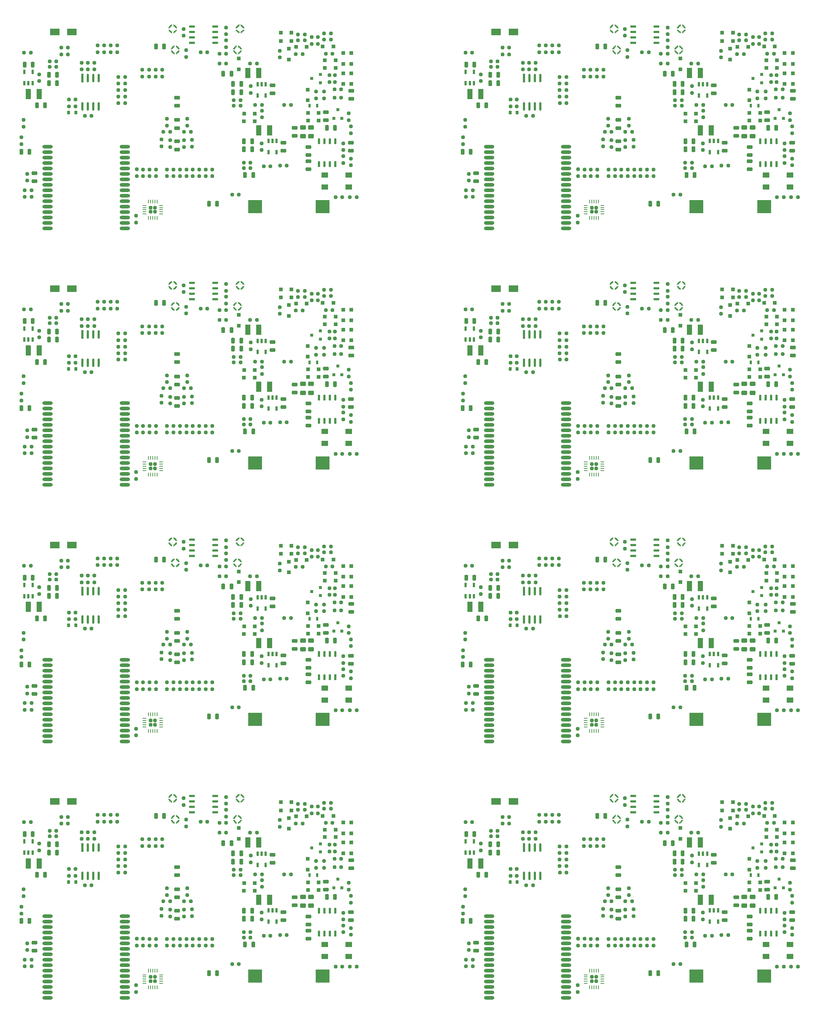
<source format=gbr>
%TF.GenerationSoftware,KiCad,Pcbnew,6.0.11+dfsg-1*%
%TF.CreationDate,2023-04-22T13:59:59+02:00*%
%TF.ProjectId,ulx3s_panel,756c7833-735f-4706-916e-656c2e6b6963,v3.1.8*%
%TF.SameCoordinates,Original*%
%TF.FileFunction,Paste,Bot*%
%TF.FilePolarity,Positive*%
%FSLAX46Y46*%
G04 Gerber Fmt 4.6, Leading zero omitted, Abs format (unit mm)*
G04 Created by KiCad (PCBNEW 6.0.11+dfsg-1) date 2023-04-22 13:59:59*
%MOMM*%
%LPD*%
G01*
G04 APERTURE LIST*
G04 Aperture macros list*
%AMRoundRect*
0 Rectangle with rounded corners*
0 $1 Rounding radius*
0 $2 $3 $4 $5 $6 $7 $8 $9 X,Y pos of 4 corners*
0 Add a 4 corners polygon primitive as box body*
4,1,4,$2,$3,$4,$5,$6,$7,$8,$9,$2,$3,0*
0 Add four circle primitives for the rounded corners*
1,1,$1+$1,$2,$3*
1,1,$1+$1,$4,$5*
1,1,$1+$1,$6,$7*
1,1,$1+$1,$8,$9*
0 Add four rect primitives between the rounded corners*
20,1,$1+$1,$2,$3,$4,$5,0*
20,1,$1+$1,$4,$5,$6,$7,0*
20,1,$1+$1,$6,$7,$8,$9,0*
20,1,$1+$1,$8,$9,$2,$3,0*%
G04 Aperture macros list end*
%ADD10C,0.100000*%
%ADD11RoundRect,0.193750X0.243750X0.456250X-0.243750X0.456250X-0.243750X-0.456250X0.243750X-0.456250X0*%
%ADD12RoundRect,0.168750X-0.218750X-0.256250X0.218750X-0.256250X0.218750X0.256250X-0.218750X0.256250X0*%
%ADD13RoundRect,0.168750X0.218750X0.256250X-0.218750X0.256250X-0.218750X-0.256250X0.218750X-0.256250X0*%
%ADD14R,0.800000X0.700000*%
%ADD15RoundRect,0.168750X-0.256250X0.218750X-0.256250X-0.218750X0.256250X-0.218750X0.256250X0.218750X0*%
%ADD16R,0.900000X0.900000*%
%ADD17R,1.200000X2.400000*%
%ADD18RoundRect,0.193750X-0.456250X0.243750X-0.456250X-0.243750X0.456250X-0.243750X0.456250X0.243750X0*%
%ADD19RoundRect,0.193750X0.456250X-0.243750X0.456250X0.243750X-0.456250X0.243750X-0.456250X-0.243750X0*%
%ADD20R,2.200000X1.500000*%
%ADD21RoundRect,0.193750X-0.243750X-0.456250X0.243750X-0.456250X0.243750X0.456250X-0.243750X0.456250X0*%
%ADD22RoundRect,0.175000X0.250000X-0.225000X0.250000X0.225000X-0.250000X0.225000X-0.250000X-0.225000X0*%
%ADD23RoundRect,0.199999X-0.450001X0.325001X-0.450001X-0.325001X0.450001X-0.325001X0.450001X0.325001X0*%
%ADD24RoundRect,0.168750X0.256250X-0.218750X0.256250X0.218750X-0.256250X0.218750X-0.256250X-0.218750X0*%
%ADD25O,0.500000X2.000000*%
%ADD26R,0.500000X2.000000*%
%ADD27O,1.450000X0.500000*%
%ADD28R,1.450000X0.500000*%
%ADD29R,0.570000X0.900000*%
%ADD30R,0.600000X1.100000*%
%ADD31RoundRect,0.175000X-0.250000X0.225000X-0.250000X-0.225000X0.250000X-0.225000X0.250000X0.225000X0*%
%ADD32RoundRect,0.012500X0.062500X0.350000X-0.062500X0.350000X-0.062500X-0.350000X0.062500X-0.350000X0*%
%ADD33RoundRect,0.012500X0.350000X0.062500X-0.350000X0.062500X-0.350000X-0.062500X0.350000X-0.062500X0*%
%ADD34RoundRect,0.198400X0.201600X0.201600X-0.201600X0.201600X-0.201600X-0.201600X0.201600X-0.201600X0*%
%ADD35RoundRect,0.150000X-0.200000X-0.275000X0.200000X-0.275000X0.200000X0.275000X-0.200000X0.275000X0*%
%ADD36R,3.300000X3.100000*%
%ADD37O,2.420000X0.820000*%
%ADD38R,1.600000X1.200000*%
%ADD39R,0.700000X0.800000*%
%ADD40O,0.500000X1.450000*%
%ADD41R,0.500000X1.450000*%
G04 APERTURE END LIST*
%TO.C,GPDI1*%
G36*
X93766000Y-35192000D02*
G01*
X93466000Y-35392000D01*
X93266000Y-35692000D01*
X92966000Y-35692000D01*
X93266000Y-35192000D01*
X93766000Y-34892000D01*
X93766000Y-35192000D01*
G37*
D10*
X93766000Y-35192000D02*
X93466000Y-35392000D01*
X93266000Y-35692000D01*
X92966000Y-35692000D01*
X93266000Y-35192000D01*
X93766000Y-34892000D01*
X93766000Y-35192000D01*
G36*
X107966000Y-36392000D02*
G01*
X108266000Y-36592000D01*
X108266000Y-36892000D01*
X107766000Y-36592000D01*
X107466000Y-36092000D01*
X107766000Y-36092000D01*
X107966000Y-36392000D01*
G37*
X107966000Y-36392000D02*
X108266000Y-36592000D01*
X108266000Y-36892000D01*
X107766000Y-36592000D01*
X107466000Y-36092000D01*
X107766000Y-36092000D01*
X107966000Y-36392000D01*
G36*
X109766000Y-31692000D02*
G01*
X109266000Y-31992000D01*
X109266000Y-31692000D01*
X109566000Y-31492000D01*
X109766000Y-31192000D01*
X110066000Y-31192000D01*
X109766000Y-31692000D01*
G37*
X109766000Y-31692000D02*
X109266000Y-31992000D01*
X109266000Y-31692000D01*
X109566000Y-31492000D01*
X109766000Y-31192000D01*
X110066000Y-31192000D01*
X109766000Y-31692000D01*
G36*
X94066000Y-31692000D02*
G01*
X93566000Y-31992000D01*
X93566000Y-31692000D01*
X93866000Y-31492000D01*
X94066000Y-31192000D01*
X94366000Y-31192000D01*
X94066000Y-31692000D01*
G37*
X94066000Y-31692000D02*
X93566000Y-31992000D01*
X93566000Y-31692000D01*
X93866000Y-31492000D01*
X94066000Y-31192000D01*
X94366000Y-31192000D01*
X94066000Y-31692000D01*
G36*
X108266000Y-35192000D02*
G01*
X107966000Y-35392000D01*
X107766000Y-35692000D01*
X107466000Y-35692000D01*
X107766000Y-35192000D01*
X108266000Y-34892000D01*
X108266000Y-35192000D01*
G37*
X108266000Y-35192000D02*
X107966000Y-35392000D01*
X107766000Y-35692000D01*
X107466000Y-35692000D01*
X107766000Y-35192000D01*
X108266000Y-34892000D01*
X108266000Y-35192000D01*
G36*
X94666000Y-36592000D02*
G01*
X94166000Y-36892000D01*
X94166000Y-36592000D01*
X94466000Y-36392000D01*
X94666000Y-36092000D01*
X94966000Y-36092000D01*
X94666000Y-36592000D01*
G37*
X94666000Y-36592000D02*
X94166000Y-36892000D01*
X94166000Y-36592000D01*
X94466000Y-36392000D01*
X94666000Y-36092000D01*
X94966000Y-36092000D01*
X94666000Y-36592000D01*
G36*
X94066000Y-30292000D02*
G01*
X94366000Y-30792000D01*
X94066000Y-30792000D01*
X93866000Y-30492000D01*
X93566000Y-30292000D01*
X93566000Y-29992000D01*
X94066000Y-30292000D01*
G37*
X94066000Y-30292000D02*
X94366000Y-30792000D01*
X94066000Y-30792000D01*
X93866000Y-30492000D01*
X93566000Y-30292000D01*
X93566000Y-29992000D01*
X94066000Y-30292000D01*
G36*
X109766000Y-30292000D02*
G01*
X110066000Y-30792000D01*
X109766000Y-30792000D01*
X109566000Y-30492000D01*
X109266000Y-30292000D01*
X109266000Y-29992000D01*
X109766000Y-30292000D01*
G37*
X109766000Y-30292000D02*
X110066000Y-30792000D01*
X109766000Y-30792000D01*
X109566000Y-30492000D01*
X109266000Y-30292000D01*
X109266000Y-29992000D01*
X109766000Y-30292000D01*
G36*
X94666000Y-35192000D02*
G01*
X94966000Y-35692000D01*
X94666000Y-35692000D01*
X94466000Y-35392000D01*
X94166000Y-35192000D01*
X94166000Y-34892000D01*
X94666000Y-35192000D01*
G37*
X94666000Y-35192000D02*
X94966000Y-35692000D01*
X94666000Y-35692000D01*
X94466000Y-35392000D01*
X94166000Y-35192000D01*
X94166000Y-34892000D01*
X94666000Y-35192000D01*
G36*
X92866000Y-31492000D02*
G01*
X93166000Y-31692000D01*
X93166000Y-31992000D01*
X92666000Y-31692000D01*
X92366000Y-31192000D01*
X92666000Y-31192000D01*
X92866000Y-31492000D01*
G37*
X92866000Y-31492000D02*
X93166000Y-31692000D01*
X93166000Y-31992000D01*
X92666000Y-31692000D01*
X92366000Y-31192000D01*
X92666000Y-31192000D01*
X92866000Y-31492000D01*
G36*
X109166000Y-35192000D02*
G01*
X109466000Y-35692000D01*
X109166000Y-35692000D01*
X108966000Y-35392000D01*
X108666000Y-35192000D01*
X108666000Y-34892000D01*
X109166000Y-35192000D01*
G37*
X109166000Y-35192000D02*
X109466000Y-35692000D01*
X109166000Y-35692000D01*
X108966000Y-35392000D01*
X108666000Y-35192000D01*
X108666000Y-34892000D01*
X109166000Y-35192000D01*
G36*
X108866000Y-30292000D02*
G01*
X108566000Y-30492000D01*
X108366000Y-30792000D01*
X108066000Y-30792000D01*
X108366000Y-30292000D01*
X108866000Y-29992000D01*
X108866000Y-30292000D01*
G37*
X108866000Y-30292000D02*
X108566000Y-30492000D01*
X108366000Y-30792000D01*
X108066000Y-30792000D01*
X108366000Y-30292000D01*
X108866000Y-29992000D01*
X108866000Y-30292000D01*
G36*
X109166000Y-36592000D02*
G01*
X108666000Y-36892000D01*
X108666000Y-36592000D01*
X108966000Y-36392000D01*
X109166000Y-36092000D01*
X109466000Y-36092000D01*
X109166000Y-36592000D01*
G37*
X109166000Y-36592000D02*
X108666000Y-36892000D01*
X108666000Y-36592000D01*
X108966000Y-36392000D01*
X109166000Y-36092000D01*
X109466000Y-36092000D01*
X109166000Y-36592000D01*
G36*
X93466000Y-36392000D02*
G01*
X93766000Y-36592000D01*
X93766000Y-36892000D01*
X93266000Y-36592000D01*
X92966000Y-36092000D01*
X93266000Y-36092000D01*
X93466000Y-36392000D01*
G37*
X93466000Y-36392000D02*
X93766000Y-36592000D01*
X93766000Y-36892000D01*
X93266000Y-36592000D01*
X92966000Y-36092000D01*
X93266000Y-36092000D01*
X93466000Y-36392000D01*
G36*
X108566000Y-31492000D02*
G01*
X108866000Y-31692000D01*
X108866000Y-31992000D01*
X108366000Y-31692000D01*
X108066000Y-31192000D01*
X108366000Y-31192000D01*
X108566000Y-31492000D01*
G37*
X108566000Y-31492000D02*
X108866000Y-31692000D01*
X108866000Y-31992000D01*
X108366000Y-31692000D01*
X108066000Y-31192000D01*
X108366000Y-31192000D01*
X108566000Y-31492000D01*
G36*
X93166000Y-30292000D02*
G01*
X92866000Y-30492000D01*
X92666000Y-30792000D01*
X92366000Y-30792000D01*
X92666000Y-30292000D01*
X93166000Y-29992000D01*
X93166000Y-30292000D01*
G37*
X93166000Y-30292000D02*
X92866000Y-30492000D01*
X92666000Y-30792000D01*
X92366000Y-30792000D01*
X92666000Y-30292000D01*
X93166000Y-29992000D01*
X93166000Y-30292000D01*
G36*
X93466000Y-155992000D02*
G01*
X93766000Y-156192000D01*
X93766000Y-156492000D01*
X93266000Y-156192000D01*
X92966000Y-155692000D01*
X93266000Y-155692000D01*
X93466000Y-155992000D01*
G37*
X93466000Y-155992000D02*
X93766000Y-156192000D01*
X93766000Y-156492000D01*
X93266000Y-156192000D01*
X92966000Y-155692000D01*
X93266000Y-155692000D01*
X93466000Y-155992000D01*
G36*
X93166000Y-149892000D02*
G01*
X92866000Y-150092000D01*
X92666000Y-150392000D01*
X92366000Y-150392000D01*
X92666000Y-149892000D01*
X93166000Y-149592000D01*
X93166000Y-149892000D01*
G37*
X93166000Y-149892000D02*
X92866000Y-150092000D01*
X92666000Y-150392000D01*
X92366000Y-150392000D01*
X92666000Y-149892000D01*
X93166000Y-149592000D01*
X93166000Y-149892000D01*
G36*
X109766000Y-151292000D02*
G01*
X109266000Y-151592000D01*
X109266000Y-151292000D01*
X109566000Y-151092000D01*
X109766000Y-150792000D01*
X110066000Y-150792000D01*
X109766000Y-151292000D01*
G37*
X109766000Y-151292000D02*
X109266000Y-151592000D01*
X109266000Y-151292000D01*
X109566000Y-151092000D01*
X109766000Y-150792000D01*
X110066000Y-150792000D01*
X109766000Y-151292000D01*
G36*
X108866000Y-149892000D02*
G01*
X108566000Y-150092000D01*
X108366000Y-150392000D01*
X108066000Y-150392000D01*
X108366000Y-149892000D01*
X108866000Y-149592000D01*
X108866000Y-149892000D01*
G37*
X108866000Y-149892000D02*
X108566000Y-150092000D01*
X108366000Y-150392000D01*
X108066000Y-150392000D01*
X108366000Y-149892000D01*
X108866000Y-149592000D01*
X108866000Y-149892000D01*
G36*
X109166000Y-154792000D02*
G01*
X109466000Y-155292000D01*
X109166000Y-155292000D01*
X108966000Y-154992000D01*
X108666000Y-154792000D01*
X108666000Y-154492000D01*
X109166000Y-154792000D01*
G37*
X109166000Y-154792000D02*
X109466000Y-155292000D01*
X109166000Y-155292000D01*
X108966000Y-154992000D01*
X108666000Y-154792000D01*
X108666000Y-154492000D01*
X109166000Y-154792000D01*
G36*
X94066000Y-149892000D02*
G01*
X94366000Y-150392000D01*
X94066000Y-150392000D01*
X93866000Y-150092000D01*
X93566000Y-149892000D01*
X93566000Y-149592000D01*
X94066000Y-149892000D01*
G37*
X94066000Y-149892000D02*
X94366000Y-150392000D01*
X94066000Y-150392000D01*
X93866000Y-150092000D01*
X93566000Y-149892000D01*
X93566000Y-149592000D01*
X94066000Y-149892000D01*
G36*
X94666000Y-154792000D02*
G01*
X94966000Y-155292000D01*
X94666000Y-155292000D01*
X94466000Y-154992000D01*
X94166000Y-154792000D01*
X94166000Y-154492000D01*
X94666000Y-154792000D01*
G37*
X94666000Y-154792000D02*
X94966000Y-155292000D01*
X94666000Y-155292000D01*
X94466000Y-154992000D01*
X94166000Y-154792000D01*
X94166000Y-154492000D01*
X94666000Y-154792000D01*
G36*
X109166000Y-156192000D02*
G01*
X108666000Y-156492000D01*
X108666000Y-156192000D01*
X108966000Y-155992000D01*
X109166000Y-155692000D01*
X109466000Y-155692000D01*
X109166000Y-156192000D01*
G37*
X109166000Y-156192000D02*
X108666000Y-156492000D01*
X108666000Y-156192000D01*
X108966000Y-155992000D01*
X109166000Y-155692000D01*
X109466000Y-155692000D01*
X109166000Y-156192000D01*
G36*
X93766000Y-154792000D02*
G01*
X93466000Y-154992000D01*
X93266000Y-155292000D01*
X92966000Y-155292000D01*
X93266000Y-154792000D01*
X93766000Y-154492000D01*
X93766000Y-154792000D01*
G37*
X93766000Y-154792000D02*
X93466000Y-154992000D01*
X93266000Y-155292000D01*
X92966000Y-155292000D01*
X93266000Y-154792000D01*
X93766000Y-154492000D01*
X93766000Y-154792000D01*
G36*
X94666000Y-156192000D02*
G01*
X94166000Y-156492000D01*
X94166000Y-156192000D01*
X94466000Y-155992000D01*
X94666000Y-155692000D01*
X94966000Y-155692000D01*
X94666000Y-156192000D01*
G37*
X94666000Y-156192000D02*
X94166000Y-156492000D01*
X94166000Y-156192000D01*
X94466000Y-155992000D01*
X94666000Y-155692000D01*
X94966000Y-155692000D01*
X94666000Y-156192000D01*
G36*
X109766000Y-149892000D02*
G01*
X110066000Y-150392000D01*
X109766000Y-150392000D01*
X109566000Y-150092000D01*
X109266000Y-149892000D01*
X109266000Y-149592000D01*
X109766000Y-149892000D01*
G37*
X109766000Y-149892000D02*
X110066000Y-150392000D01*
X109766000Y-150392000D01*
X109566000Y-150092000D01*
X109266000Y-149892000D01*
X109266000Y-149592000D01*
X109766000Y-149892000D01*
G36*
X94066000Y-151292000D02*
G01*
X93566000Y-151592000D01*
X93566000Y-151292000D01*
X93866000Y-151092000D01*
X94066000Y-150792000D01*
X94366000Y-150792000D01*
X94066000Y-151292000D01*
G37*
X94066000Y-151292000D02*
X93566000Y-151592000D01*
X93566000Y-151292000D01*
X93866000Y-151092000D01*
X94066000Y-150792000D01*
X94366000Y-150792000D01*
X94066000Y-151292000D01*
G36*
X107966000Y-155992000D02*
G01*
X108266000Y-156192000D01*
X108266000Y-156492000D01*
X107766000Y-156192000D01*
X107466000Y-155692000D01*
X107766000Y-155692000D01*
X107966000Y-155992000D01*
G37*
X107966000Y-155992000D02*
X108266000Y-156192000D01*
X108266000Y-156492000D01*
X107766000Y-156192000D01*
X107466000Y-155692000D01*
X107766000Y-155692000D01*
X107966000Y-155992000D01*
G36*
X108566000Y-151092000D02*
G01*
X108866000Y-151292000D01*
X108866000Y-151592000D01*
X108366000Y-151292000D01*
X108066000Y-150792000D01*
X108366000Y-150792000D01*
X108566000Y-151092000D01*
G37*
X108566000Y-151092000D02*
X108866000Y-151292000D01*
X108866000Y-151592000D01*
X108366000Y-151292000D01*
X108066000Y-150792000D01*
X108366000Y-150792000D01*
X108566000Y-151092000D01*
G36*
X108266000Y-154792000D02*
G01*
X107966000Y-154992000D01*
X107766000Y-155292000D01*
X107466000Y-155292000D01*
X107766000Y-154792000D01*
X108266000Y-154492000D01*
X108266000Y-154792000D01*
G37*
X108266000Y-154792000D02*
X107966000Y-154992000D01*
X107766000Y-155292000D01*
X107466000Y-155292000D01*
X107766000Y-154792000D01*
X108266000Y-154492000D01*
X108266000Y-154792000D01*
G36*
X92866000Y-151092000D02*
G01*
X93166000Y-151292000D01*
X93166000Y-151592000D01*
X92666000Y-151292000D01*
X92366000Y-150792000D01*
X92666000Y-150792000D01*
X92866000Y-151092000D01*
G37*
X92866000Y-151092000D02*
X93166000Y-151292000D01*
X93166000Y-151592000D01*
X92666000Y-151292000D01*
X92366000Y-150792000D01*
X92666000Y-150792000D01*
X92866000Y-151092000D01*
G36*
X211546000Y-31492000D02*
G01*
X211846000Y-31692000D01*
X211846000Y-31992000D01*
X211346000Y-31692000D01*
X211046000Y-31192000D01*
X211346000Y-31192000D01*
X211546000Y-31492000D01*
G37*
X211546000Y-31492000D02*
X211846000Y-31692000D01*
X211846000Y-31992000D01*
X211346000Y-31692000D01*
X211046000Y-31192000D01*
X211346000Y-31192000D01*
X211546000Y-31492000D01*
G36*
X195846000Y-31492000D02*
G01*
X196146000Y-31692000D01*
X196146000Y-31992000D01*
X195646000Y-31692000D01*
X195346000Y-31192000D01*
X195646000Y-31192000D01*
X195846000Y-31492000D01*
G37*
X195846000Y-31492000D02*
X196146000Y-31692000D01*
X196146000Y-31992000D01*
X195646000Y-31692000D01*
X195346000Y-31192000D01*
X195646000Y-31192000D01*
X195846000Y-31492000D01*
G36*
X197646000Y-35192000D02*
G01*
X197946000Y-35692000D01*
X197646000Y-35692000D01*
X197446000Y-35392000D01*
X197146000Y-35192000D01*
X197146000Y-34892000D01*
X197646000Y-35192000D01*
G37*
X197646000Y-35192000D02*
X197946000Y-35692000D01*
X197646000Y-35692000D01*
X197446000Y-35392000D01*
X197146000Y-35192000D01*
X197146000Y-34892000D01*
X197646000Y-35192000D01*
G36*
X212746000Y-31692000D02*
G01*
X212246000Y-31992000D01*
X212246000Y-31692000D01*
X212546000Y-31492000D01*
X212746000Y-31192000D01*
X213046000Y-31192000D01*
X212746000Y-31692000D01*
G37*
X212746000Y-31692000D02*
X212246000Y-31992000D01*
X212246000Y-31692000D01*
X212546000Y-31492000D01*
X212746000Y-31192000D01*
X213046000Y-31192000D01*
X212746000Y-31692000D01*
G36*
X211846000Y-30292000D02*
G01*
X211546000Y-30492000D01*
X211346000Y-30792000D01*
X211046000Y-30792000D01*
X211346000Y-30292000D01*
X211846000Y-29992000D01*
X211846000Y-30292000D01*
G37*
X211846000Y-30292000D02*
X211546000Y-30492000D01*
X211346000Y-30792000D01*
X211046000Y-30792000D01*
X211346000Y-30292000D01*
X211846000Y-29992000D01*
X211846000Y-30292000D01*
G36*
X212746000Y-30292000D02*
G01*
X213046000Y-30792000D01*
X212746000Y-30792000D01*
X212546000Y-30492000D01*
X212246000Y-30292000D01*
X212246000Y-29992000D01*
X212746000Y-30292000D01*
G37*
X212746000Y-30292000D02*
X213046000Y-30792000D01*
X212746000Y-30792000D01*
X212546000Y-30492000D01*
X212246000Y-30292000D01*
X212246000Y-29992000D01*
X212746000Y-30292000D01*
G36*
X197646000Y-36592000D02*
G01*
X197146000Y-36892000D01*
X197146000Y-36592000D01*
X197446000Y-36392000D01*
X197646000Y-36092000D01*
X197946000Y-36092000D01*
X197646000Y-36592000D01*
G37*
X197646000Y-36592000D02*
X197146000Y-36892000D01*
X197146000Y-36592000D01*
X197446000Y-36392000D01*
X197646000Y-36092000D01*
X197946000Y-36092000D01*
X197646000Y-36592000D01*
G36*
X197046000Y-30292000D02*
G01*
X197346000Y-30792000D01*
X197046000Y-30792000D01*
X196846000Y-30492000D01*
X196546000Y-30292000D01*
X196546000Y-29992000D01*
X197046000Y-30292000D01*
G37*
X197046000Y-30292000D02*
X197346000Y-30792000D01*
X197046000Y-30792000D01*
X196846000Y-30492000D01*
X196546000Y-30292000D01*
X196546000Y-29992000D01*
X197046000Y-30292000D01*
G36*
X196146000Y-30292000D02*
G01*
X195846000Y-30492000D01*
X195646000Y-30792000D01*
X195346000Y-30792000D01*
X195646000Y-30292000D01*
X196146000Y-29992000D01*
X196146000Y-30292000D01*
G37*
X196146000Y-30292000D02*
X195846000Y-30492000D01*
X195646000Y-30792000D01*
X195346000Y-30792000D01*
X195646000Y-30292000D01*
X196146000Y-29992000D01*
X196146000Y-30292000D01*
G36*
X196746000Y-35192000D02*
G01*
X196446000Y-35392000D01*
X196246000Y-35692000D01*
X195946000Y-35692000D01*
X196246000Y-35192000D01*
X196746000Y-34892000D01*
X196746000Y-35192000D01*
G37*
X196746000Y-35192000D02*
X196446000Y-35392000D01*
X196246000Y-35692000D01*
X195946000Y-35692000D01*
X196246000Y-35192000D01*
X196746000Y-34892000D01*
X196746000Y-35192000D01*
G36*
X212146000Y-35192000D02*
G01*
X212446000Y-35692000D01*
X212146000Y-35692000D01*
X211946000Y-35392000D01*
X211646000Y-35192000D01*
X211646000Y-34892000D01*
X212146000Y-35192000D01*
G37*
X212146000Y-35192000D02*
X212446000Y-35692000D01*
X212146000Y-35692000D01*
X211946000Y-35392000D01*
X211646000Y-35192000D01*
X211646000Y-34892000D01*
X212146000Y-35192000D01*
G36*
X210946000Y-36392000D02*
G01*
X211246000Y-36592000D01*
X211246000Y-36892000D01*
X210746000Y-36592000D01*
X210446000Y-36092000D01*
X210746000Y-36092000D01*
X210946000Y-36392000D01*
G37*
X210946000Y-36392000D02*
X211246000Y-36592000D01*
X211246000Y-36892000D01*
X210746000Y-36592000D01*
X210446000Y-36092000D01*
X210746000Y-36092000D01*
X210946000Y-36392000D01*
G36*
X197046000Y-31692000D02*
G01*
X196546000Y-31992000D01*
X196546000Y-31692000D01*
X196846000Y-31492000D01*
X197046000Y-31192000D01*
X197346000Y-31192000D01*
X197046000Y-31692000D01*
G37*
X197046000Y-31692000D02*
X196546000Y-31992000D01*
X196546000Y-31692000D01*
X196846000Y-31492000D01*
X197046000Y-31192000D01*
X197346000Y-31192000D01*
X197046000Y-31692000D01*
G36*
X211246000Y-35192000D02*
G01*
X210946000Y-35392000D01*
X210746000Y-35692000D01*
X210446000Y-35692000D01*
X210746000Y-35192000D01*
X211246000Y-34892000D01*
X211246000Y-35192000D01*
G37*
X211246000Y-35192000D02*
X210946000Y-35392000D01*
X210746000Y-35692000D01*
X210446000Y-35692000D01*
X210746000Y-35192000D01*
X211246000Y-34892000D01*
X211246000Y-35192000D01*
G36*
X212146000Y-36592000D02*
G01*
X211646000Y-36892000D01*
X211646000Y-36592000D01*
X211946000Y-36392000D01*
X212146000Y-36092000D01*
X212446000Y-36092000D01*
X212146000Y-36592000D01*
G37*
X212146000Y-36592000D02*
X211646000Y-36892000D01*
X211646000Y-36592000D01*
X211946000Y-36392000D01*
X212146000Y-36092000D01*
X212446000Y-36092000D01*
X212146000Y-36592000D01*
G36*
X196446000Y-36392000D02*
G01*
X196746000Y-36592000D01*
X196746000Y-36892000D01*
X196246000Y-36592000D01*
X195946000Y-36092000D01*
X196246000Y-36092000D01*
X196446000Y-36392000D01*
G37*
X196446000Y-36392000D02*
X196746000Y-36592000D01*
X196746000Y-36892000D01*
X196246000Y-36592000D01*
X195946000Y-36092000D01*
X196246000Y-36092000D01*
X196446000Y-36392000D01*
G36*
X197646000Y-154792000D02*
G01*
X197946000Y-155292000D01*
X197646000Y-155292000D01*
X197446000Y-154992000D01*
X197146000Y-154792000D01*
X197146000Y-154492000D01*
X197646000Y-154792000D01*
G37*
X197646000Y-154792000D02*
X197946000Y-155292000D01*
X197646000Y-155292000D01*
X197446000Y-154992000D01*
X197146000Y-154792000D01*
X197146000Y-154492000D01*
X197646000Y-154792000D01*
G36*
X196746000Y-154792000D02*
G01*
X196446000Y-154992000D01*
X196246000Y-155292000D01*
X195946000Y-155292000D01*
X196246000Y-154792000D01*
X196746000Y-154492000D01*
X196746000Y-154792000D01*
G37*
X196746000Y-154792000D02*
X196446000Y-154992000D01*
X196246000Y-155292000D01*
X195946000Y-155292000D01*
X196246000Y-154792000D01*
X196746000Y-154492000D01*
X196746000Y-154792000D01*
G36*
X197646000Y-156192000D02*
G01*
X197146000Y-156492000D01*
X197146000Y-156192000D01*
X197446000Y-155992000D01*
X197646000Y-155692000D01*
X197946000Y-155692000D01*
X197646000Y-156192000D01*
G37*
X197646000Y-156192000D02*
X197146000Y-156492000D01*
X197146000Y-156192000D01*
X197446000Y-155992000D01*
X197646000Y-155692000D01*
X197946000Y-155692000D01*
X197646000Y-156192000D01*
G36*
X212746000Y-151292000D02*
G01*
X212246000Y-151592000D01*
X212246000Y-151292000D01*
X212546000Y-151092000D01*
X212746000Y-150792000D01*
X213046000Y-150792000D01*
X212746000Y-151292000D01*
G37*
X212746000Y-151292000D02*
X212246000Y-151592000D01*
X212246000Y-151292000D01*
X212546000Y-151092000D01*
X212746000Y-150792000D01*
X213046000Y-150792000D01*
X212746000Y-151292000D01*
G36*
X197046000Y-151292000D02*
G01*
X196546000Y-151592000D01*
X196546000Y-151292000D01*
X196846000Y-151092000D01*
X197046000Y-150792000D01*
X197346000Y-150792000D01*
X197046000Y-151292000D01*
G37*
X197046000Y-151292000D02*
X196546000Y-151592000D01*
X196546000Y-151292000D01*
X196846000Y-151092000D01*
X197046000Y-150792000D01*
X197346000Y-150792000D01*
X197046000Y-151292000D01*
G36*
X196446000Y-155992000D02*
G01*
X196746000Y-156192000D01*
X196746000Y-156492000D01*
X196246000Y-156192000D01*
X195946000Y-155692000D01*
X196246000Y-155692000D01*
X196446000Y-155992000D01*
G37*
X196446000Y-155992000D02*
X196746000Y-156192000D01*
X196746000Y-156492000D01*
X196246000Y-156192000D01*
X195946000Y-155692000D01*
X196246000Y-155692000D01*
X196446000Y-155992000D01*
G36*
X211846000Y-149892000D02*
G01*
X211546000Y-150092000D01*
X211346000Y-150392000D01*
X211046000Y-150392000D01*
X211346000Y-149892000D01*
X211846000Y-149592000D01*
X211846000Y-149892000D01*
G37*
X211846000Y-149892000D02*
X211546000Y-150092000D01*
X211346000Y-150392000D01*
X211046000Y-150392000D01*
X211346000Y-149892000D01*
X211846000Y-149592000D01*
X211846000Y-149892000D01*
G36*
X210946000Y-155992000D02*
G01*
X211246000Y-156192000D01*
X211246000Y-156492000D01*
X210746000Y-156192000D01*
X210446000Y-155692000D01*
X210746000Y-155692000D01*
X210946000Y-155992000D01*
G37*
X210946000Y-155992000D02*
X211246000Y-156192000D01*
X211246000Y-156492000D01*
X210746000Y-156192000D01*
X210446000Y-155692000D01*
X210746000Y-155692000D01*
X210946000Y-155992000D01*
G36*
X196146000Y-149892000D02*
G01*
X195846000Y-150092000D01*
X195646000Y-150392000D01*
X195346000Y-150392000D01*
X195646000Y-149892000D01*
X196146000Y-149592000D01*
X196146000Y-149892000D01*
G37*
X196146000Y-149892000D02*
X195846000Y-150092000D01*
X195646000Y-150392000D01*
X195346000Y-150392000D01*
X195646000Y-149892000D01*
X196146000Y-149592000D01*
X196146000Y-149892000D01*
G36*
X212146000Y-156192000D02*
G01*
X211646000Y-156492000D01*
X211646000Y-156192000D01*
X211946000Y-155992000D01*
X212146000Y-155692000D01*
X212446000Y-155692000D01*
X212146000Y-156192000D01*
G37*
X212146000Y-156192000D02*
X211646000Y-156492000D01*
X211646000Y-156192000D01*
X211946000Y-155992000D01*
X212146000Y-155692000D01*
X212446000Y-155692000D01*
X212146000Y-156192000D01*
G36*
X195846000Y-151092000D02*
G01*
X196146000Y-151292000D01*
X196146000Y-151592000D01*
X195646000Y-151292000D01*
X195346000Y-150792000D01*
X195646000Y-150792000D01*
X195846000Y-151092000D01*
G37*
X195846000Y-151092000D02*
X196146000Y-151292000D01*
X196146000Y-151592000D01*
X195646000Y-151292000D01*
X195346000Y-150792000D01*
X195646000Y-150792000D01*
X195846000Y-151092000D01*
G36*
X211546000Y-151092000D02*
G01*
X211846000Y-151292000D01*
X211846000Y-151592000D01*
X211346000Y-151292000D01*
X211046000Y-150792000D01*
X211346000Y-150792000D01*
X211546000Y-151092000D01*
G37*
X211546000Y-151092000D02*
X211846000Y-151292000D01*
X211846000Y-151592000D01*
X211346000Y-151292000D01*
X211046000Y-150792000D01*
X211346000Y-150792000D01*
X211546000Y-151092000D01*
G36*
X212746000Y-149892000D02*
G01*
X213046000Y-150392000D01*
X212746000Y-150392000D01*
X212546000Y-150092000D01*
X212246000Y-149892000D01*
X212246000Y-149592000D01*
X212746000Y-149892000D01*
G37*
X212746000Y-149892000D02*
X213046000Y-150392000D01*
X212746000Y-150392000D01*
X212546000Y-150092000D01*
X212246000Y-149892000D01*
X212246000Y-149592000D01*
X212746000Y-149892000D01*
G36*
X197046000Y-149892000D02*
G01*
X197346000Y-150392000D01*
X197046000Y-150392000D01*
X196846000Y-150092000D01*
X196546000Y-149892000D01*
X196546000Y-149592000D01*
X197046000Y-149892000D01*
G37*
X197046000Y-149892000D02*
X197346000Y-150392000D01*
X197046000Y-150392000D01*
X196846000Y-150092000D01*
X196546000Y-149892000D01*
X196546000Y-149592000D01*
X197046000Y-149892000D01*
G36*
X211246000Y-154792000D02*
G01*
X210946000Y-154992000D01*
X210746000Y-155292000D01*
X210446000Y-155292000D01*
X210746000Y-154792000D01*
X211246000Y-154492000D01*
X211246000Y-154792000D01*
G37*
X211246000Y-154792000D02*
X210946000Y-154992000D01*
X210746000Y-155292000D01*
X210446000Y-155292000D01*
X210746000Y-154792000D01*
X211246000Y-154492000D01*
X211246000Y-154792000D01*
G36*
X212146000Y-154792000D02*
G01*
X212446000Y-155292000D01*
X212146000Y-155292000D01*
X211946000Y-154992000D01*
X211646000Y-154792000D01*
X211646000Y-154492000D01*
X212146000Y-154792000D01*
G37*
X212146000Y-154792000D02*
X212446000Y-155292000D01*
X212146000Y-155292000D01*
X211946000Y-154992000D01*
X211646000Y-154792000D01*
X211646000Y-154492000D01*
X212146000Y-154792000D01*
G36*
X108866000Y-90092000D02*
G01*
X108566000Y-90292000D01*
X108366000Y-90592000D01*
X108066000Y-90592000D01*
X108366000Y-90092000D01*
X108866000Y-89792000D01*
X108866000Y-90092000D01*
G37*
X108866000Y-90092000D02*
X108566000Y-90292000D01*
X108366000Y-90592000D01*
X108066000Y-90592000D01*
X108366000Y-90092000D01*
X108866000Y-89792000D01*
X108866000Y-90092000D01*
G36*
X109166000Y-96392000D02*
G01*
X108666000Y-96692000D01*
X108666000Y-96392000D01*
X108966000Y-96192000D01*
X109166000Y-95892000D01*
X109466000Y-95892000D01*
X109166000Y-96392000D01*
G37*
X109166000Y-96392000D02*
X108666000Y-96692000D01*
X108666000Y-96392000D01*
X108966000Y-96192000D01*
X109166000Y-95892000D01*
X109466000Y-95892000D01*
X109166000Y-96392000D01*
G36*
X93766000Y-94992000D02*
G01*
X93466000Y-95192000D01*
X93266000Y-95492000D01*
X92966000Y-95492000D01*
X93266000Y-94992000D01*
X93766000Y-94692000D01*
X93766000Y-94992000D01*
G37*
X93766000Y-94992000D02*
X93466000Y-95192000D01*
X93266000Y-95492000D01*
X92966000Y-95492000D01*
X93266000Y-94992000D01*
X93766000Y-94692000D01*
X93766000Y-94992000D01*
G36*
X93466000Y-96192000D02*
G01*
X93766000Y-96392000D01*
X93766000Y-96692000D01*
X93266000Y-96392000D01*
X92966000Y-95892000D01*
X93266000Y-95892000D01*
X93466000Y-96192000D01*
G37*
X93466000Y-96192000D02*
X93766000Y-96392000D01*
X93766000Y-96692000D01*
X93266000Y-96392000D01*
X92966000Y-95892000D01*
X93266000Y-95892000D01*
X93466000Y-96192000D01*
G36*
X109166000Y-94992000D02*
G01*
X109466000Y-95492000D01*
X109166000Y-95492000D01*
X108966000Y-95192000D01*
X108666000Y-94992000D01*
X108666000Y-94692000D01*
X109166000Y-94992000D01*
G37*
X109166000Y-94992000D02*
X109466000Y-95492000D01*
X109166000Y-95492000D01*
X108966000Y-95192000D01*
X108666000Y-94992000D01*
X108666000Y-94692000D01*
X109166000Y-94992000D01*
G36*
X93166000Y-90092000D02*
G01*
X92866000Y-90292000D01*
X92666000Y-90592000D01*
X92366000Y-90592000D01*
X92666000Y-90092000D01*
X93166000Y-89792000D01*
X93166000Y-90092000D01*
G37*
X93166000Y-90092000D02*
X92866000Y-90292000D01*
X92666000Y-90592000D01*
X92366000Y-90592000D01*
X92666000Y-90092000D01*
X93166000Y-89792000D01*
X93166000Y-90092000D01*
G36*
X109766000Y-91492000D02*
G01*
X109266000Y-91792000D01*
X109266000Y-91492000D01*
X109566000Y-91292000D01*
X109766000Y-90992000D01*
X110066000Y-90992000D01*
X109766000Y-91492000D01*
G37*
X109766000Y-91492000D02*
X109266000Y-91792000D01*
X109266000Y-91492000D01*
X109566000Y-91292000D01*
X109766000Y-90992000D01*
X110066000Y-90992000D01*
X109766000Y-91492000D01*
G36*
X108266000Y-94992000D02*
G01*
X107966000Y-95192000D01*
X107766000Y-95492000D01*
X107466000Y-95492000D01*
X107766000Y-94992000D01*
X108266000Y-94692000D01*
X108266000Y-94992000D01*
G37*
X108266000Y-94992000D02*
X107966000Y-95192000D01*
X107766000Y-95492000D01*
X107466000Y-95492000D01*
X107766000Y-94992000D01*
X108266000Y-94692000D01*
X108266000Y-94992000D01*
G36*
X92866000Y-91292000D02*
G01*
X93166000Y-91492000D01*
X93166000Y-91792000D01*
X92666000Y-91492000D01*
X92366000Y-90992000D01*
X92666000Y-90992000D01*
X92866000Y-91292000D01*
G37*
X92866000Y-91292000D02*
X93166000Y-91492000D01*
X93166000Y-91792000D01*
X92666000Y-91492000D01*
X92366000Y-90992000D01*
X92666000Y-90992000D01*
X92866000Y-91292000D01*
G36*
X94066000Y-91492000D02*
G01*
X93566000Y-91792000D01*
X93566000Y-91492000D01*
X93866000Y-91292000D01*
X94066000Y-90992000D01*
X94366000Y-90992000D01*
X94066000Y-91492000D01*
G37*
X94066000Y-91492000D02*
X93566000Y-91792000D01*
X93566000Y-91492000D01*
X93866000Y-91292000D01*
X94066000Y-90992000D01*
X94366000Y-90992000D01*
X94066000Y-91492000D01*
G36*
X108566000Y-91292000D02*
G01*
X108866000Y-91492000D01*
X108866000Y-91792000D01*
X108366000Y-91492000D01*
X108066000Y-90992000D01*
X108366000Y-90992000D01*
X108566000Y-91292000D01*
G37*
X108566000Y-91292000D02*
X108866000Y-91492000D01*
X108866000Y-91792000D01*
X108366000Y-91492000D01*
X108066000Y-90992000D01*
X108366000Y-90992000D01*
X108566000Y-91292000D01*
G36*
X94066000Y-90092000D02*
G01*
X94366000Y-90592000D01*
X94066000Y-90592000D01*
X93866000Y-90292000D01*
X93566000Y-90092000D01*
X93566000Y-89792000D01*
X94066000Y-90092000D01*
G37*
X94066000Y-90092000D02*
X94366000Y-90592000D01*
X94066000Y-90592000D01*
X93866000Y-90292000D01*
X93566000Y-90092000D01*
X93566000Y-89792000D01*
X94066000Y-90092000D01*
G36*
X107966000Y-96192000D02*
G01*
X108266000Y-96392000D01*
X108266000Y-96692000D01*
X107766000Y-96392000D01*
X107466000Y-95892000D01*
X107766000Y-95892000D01*
X107966000Y-96192000D01*
G37*
X107966000Y-96192000D02*
X108266000Y-96392000D01*
X108266000Y-96692000D01*
X107766000Y-96392000D01*
X107466000Y-95892000D01*
X107766000Y-95892000D01*
X107966000Y-96192000D01*
G36*
X109766000Y-90092000D02*
G01*
X110066000Y-90592000D01*
X109766000Y-90592000D01*
X109566000Y-90292000D01*
X109266000Y-90092000D01*
X109266000Y-89792000D01*
X109766000Y-90092000D01*
G37*
X109766000Y-90092000D02*
X110066000Y-90592000D01*
X109766000Y-90592000D01*
X109566000Y-90292000D01*
X109266000Y-90092000D01*
X109266000Y-89792000D01*
X109766000Y-90092000D01*
G36*
X94666000Y-94992000D02*
G01*
X94966000Y-95492000D01*
X94666000Y-95492000D01*
X94466000Y-95192000D01*
X94166000Y-94992000D01*
X94166000Y-94692000D01*
X94666000Y-94992000D01*
G37*
X94666000Y-94992000D02*
X94966000Y-95492000D01*
X94666000Y-95492000D01*
X94466000Y-95192000D01*
X94166000Y-94992000D01*
X94166000Y-94692000D01*
X94666000Y-94992000D01*
G36*
X94666000Y-96392000D02*
G01*
X94166000Y-96692000D01*
X94166000Y-96392000D01*
X94466000Y-96192000D01*
X94666000Y-95892000D01*
X94966000Y-95892000D01*
X94666000Y-96392000D01*
G37*
X94666000Y-96392000D02*
X94166000Y-96692000D01*
X94166000Y-96392000D01*
X94466000Y-96192000D01*
X94666000Y-95892000D01*
X94966000Y-95892000D01*
X94666000Y-96392000D01*
G36*
X197646000Y-214592000D02*
G01*
X197946000Y-215092000D01*
X197646000Y-215092000D01*
X197446000Y-214792000D01*
X197146000Y-214592000D01*
X197146000Y-214292000D01*
X197646000Y-214592000D01*
G37*
X197646000Y-214592000D02*
X197946000Y-215092000D01*
X197646000Y-215092000D01*
X197446000Y-214792000D01*
X197146000Y-214592000D01*
X197146000Y-214292000D01*
X197646000Y-214592000D01*
G36*
X212746000Y-211092000D02*
G01*
X212246000Y-211392000D01*
X212246000Y-211092000D01*
X212546000Y-210892000D01*
X212746000Y-210592000D01*
X213046000Y-210592000D01*
X212746000Y-211092000D01*
G37*
X212746000Y-211092000D02*
X212246000Y-211392000D01*
X212246000Y-211092000D01*
X212546000Y-210892000D01*
X212746000Y-210592000D01*
X213046000Y-210592000D01*
X212746000Y-211092000D01*
G36*
X211246000Y-214592000D02*
G01*
X210946000Y-214792000D01*
X210746000Y-215092000D01*
X210446000Y-215092000D01*
X210746000Y-214592000D01*
X211246000Y-214292000D01*
X211246000Y-214592000D01*
G37*
X211246000Y-214592000D02*
X210946000Y-214792000D01*
X210746000Y-215092000D01*
X210446000Y-215092000D01*
X210746000Y-214592000D01*
X211246000Y-214292000D01*
X211246000Y-214592000D01*
G36*
X210946000Y-215792000D02*
G01*
X211246000Y-215992000D01*
X211246000Y-216292000D01*
X210746000Y-215992000D01*
X210446000Y-215492000D01*
X210746000Y-215492000D01*
X210946000Y-215792000D01*
G37*
X210946000Y-215792000D02*
X211246000Y-215992000D01*
X211246000Y-216292000D01*
X210746000Y-215992000D01*
X210446000Y-215492000D01*
X210746000Y-215492000D01*
X210946000Y-215792000D01*
G36*
X196446000Y-215792000D02*
G01*
X196746000Y-215992000D01*
X196746000Y-216292000D01*
X196246000Y-215992000D01*
X195946000Y-215492000D01*
X196246000Y-215492000D01*
X196446000Y-215792000D01*
G37*
X196446000Y-215792000D02*
X196746000Y-215992000D01*
X196746000Y-216292000D01*
X196246000Y-215992000D01*
X195946000Y-215492000D01*
X196246000Y-215492000D01*
X196446000Y-215792000D01*
G36*
X196146000Y-209692000D02*
G01*
X195846000Y-209892000D01*
X195646000Y-210192000D01*
X195346000Y-210192000D01*
X195646000Y-209692000D01*
X196146000Y-209392000D01*
X196146000Y-209692000D01*
G37*
X196146000Y-209692000D02*
X195846000Y-209892000D01*
X195646000Y-210192000D01*
X195346000Y-210192000D01*
X195646000Y-209692000D01*
X196146000Y-209392000D01*
X196146000Y-209692000D01*
G36*
X211546000Y-210892000D02*
G01*
X211846000Y-211092000D01*
X211846000Y-211392000D01*
X211346000Y-211092000D01*
X211046000Y-210592000D01*
X211346000Y-210592000D01*
X211546000Y-210892000D01*
G37*
X211546000Y-210892000D02*
X211846000Y-211092000D01*
X211846000Y-211392000D01*
X211346000Y-211092000D01*
X211046000Y-210592000D01*
X211346000Y-210592000D01*
X211546000Y-210892000D01*
G36*
X212746000Y-209692000D02*
G01*
X213046000Y-210192000D01*
X212746000Y-210192000D01*
X212546000Y-209892000D01*
X212246000Y-209692000D01*
X212246000Y-209392000D01*
X212746000Y-209692000D01*
G37*
X212746000Y-209692000D02*
X213046000Y-210192000D01*
X212746000Y-210192000D01*
X212546000Y-209892000D01*
X212246000Y-209692000D01*
X212246000Y-209392000D01*
X212746000Y-209692000D01*
G36*
X197646000Y-215992000D02*
G01*
X197146000Y-216292000D01*
X197146000Y-215992000D01*
X197446000Y-215792000D01*
X197646000Y-215492000D01*
X197946000Y-215492000D01*
X197646000Y-215992000D01*
G37*
X197646000Y-215992000D02*
X197146000Y-216292000D01*
X197146000Y-215992000D01*
X197446000Y-215792000D01*
X197646000Y-215492000D01*
X197946000Y-215492000D01*
X197646000Y-215992000D01*
G36*
X211846000Y-209692000D02*
G01*
X211546000Y-209892000D01*
X211346000Y-210192000D01*
X211046000Y-210192000D01*
X211346000Y-209692000D01*
X211846000Y-209392000D01*
X211846000Y-209692000D01*
G37*
X211846000Y-209692000D02*
X211546000Y-209892000D01*
X211346000Y-210192000D01*
X211046000Y-210192000D01*
X211346000Y-209692000D01*
X211846000Y-209392000D01*
X211846000Y-209692000D01*
G36*
X197046000Y-211092000D02*
G01*
X196546000Y-211392000D01*
X196546000Y-211092000D01*
X196846000Y-210892000D01*
X197046000Y-210592000D01*
X197346000Y-210592000D01*
X197046000Y-211092000D01*
G37*
X197046000Y-211092000D02*
X196546000Y-211392000D01*
X196546000Y-211092000D01*
X196846000Y-210892000D01*
X197046000Y-210592000D01*
X197346000Y-210592000D01*
X197046000Y-211092000D01*
G36*
X197046000Y-209692000D02*
G01*
X197346000Y-210192000D01*
X197046000Y-210192000D01*
X196846000Y-209892000D01*
X196546000Y-209692000D01*
X196546000Y-209392000D01*
X197046000Y-209692000D01*
G37*
X197046000Y-209692000D02*
X197346000Y-210192000D01*
X197046000Y-210192000D01*
X196846000Y-209892000D01*
X196546000Y-209692000D01*
X196546000Y-209392000D01*
X197046000Y-209692000D01*
G36*
X212146000Y-215992000D02*
G01*
X211646000Y-216292000D01*
X211646000Y-215992000D01*
X211946000Y-215792000D01*
X212146000Y-215492000D01*
X212446000Y-215492000D01*
X212146000Y-215992000D01*
G37*
X212146000Y-215992000D02*
X211646000Y-216292000D01*
X211646000Y-215992000D01*
X211946000Y-215792000D01*
X212146000Y-215492000D01*
X212446000Y-215492000D01*
X212146000Y-215992000D01*
G36*
X195846000Y-210892000D02*
G01*
X196146000Y-211092000D01*
X196146000Y-211392000D01*
X195646000Y-211092000D01*
X195346000Y-210592000D01*
X195646000Y-210592000D01*
X195846000Y-210892000D01*
G37*
X195846000Y-210892000D02*
X196146000Y-211092000D01*
X196146000Y-211392000D01*
X195646000Y-211092000D01*
X195346000Y-210592000D01*
X195646000Y-210592000D01*
X195846000Y-210892000D01*
G36*
X212146000Y-214592000D02*
G01*
X212446000Y-215092000D01*
X212146000Y-215092000D01*
X211946000Y-214792000D01*
X211646000Y-214592000D01*
X211646000Y-214292000D01*
X212146000Y-214592000D01*
G37*
X212146000Y-214592000D02*
X212446000Y-215092000D01*
X212146000Y-215092000D01*
X211946000Y-214792000D01*
X211646000Y-214592000D01*
X211646000Y-214292000D01*
X212146000Y-214592000D01*
G36*
X196746000Y-214592000D02*
G01*
X196446000Y-214792000D01*
X196246000Y-215092000D01*
X195946000Y-215092000D01*
X196246000Y-214592000D01*
X196746000Y-214292000D01*
X196746000Y-214592000D01*
G37*
X196746000Y-214592000D02*
X196446000Y-214792000D01*
X196246000Y-215092000D01*
X195946000Y-215092000D01*
X196246000Y-214592000D01*
X196746000Y-214292000D01*
X196746000Y-214592000D01*
G36*
X93466000Y-215792000D02*
G01*
X93766000Y-215992000D01*
X93766000Y-216292000D01*
X93266000Y-215992000D01*
X92966000Y-215492000D01*
X93266000Y-215492000D01*
X93466000Y-215792000D01*
G37*
X93466000Y-215792000D02*
X93766000Y-215992000D01*
X93766000Y-216292000D01*
X93266000Y-215992000D01*
X92966000Y-215492000D01*
X93266000Y-215492000D01*
X93466000Y-215792000D01*
G36*
X109766000Y-209692000D02*
G01*
X110066000Y-210192000D01*
X109766000Y-210192000D01*
X109566000Y-209892000D01*
X109266000Y-209692000D01*
X109266000Y-209392000D01*
X109766000Y-209692000D01*
G37*
X109766000Y-209692000D02*
X110066000Y-210192000D01*
X109766000Y-210192000D01*
X109566000Y-209892000D01*
X109266000Y-209692000D01*
X109266000Y-209392000D01*
X109766000Y-209692000D01*
G36*
X94666000Y-215992000D02*
G01*
X94166000Y-216292000D01*
X94166000Y-215992000D01*
X94466000Y-215792000D01*
X94666000Y-215492000D01*
X94966000Y-215492000D01*
X94666000Y-215992000D01*
G37*
X94666000Y-215992000D02*
X94166000Y-216292000D01*
X94166000Y-215992000D01*
X94466000Y-215792000D01*
X94666000Y-215492000D01*
X94966000Y-215492000D01*
X94666000Y-215992000D01*
G36*
X94066000Y-211092000D02*
G01*
X93566000Y-211392000D01*
X93566000Y-211092000D01*
X93866000Y-210892000D01*
X94066000Y-210592000D01*
X94366000Y-210592000D01*
X94066000Y-211092000D01*
G37*
X94066000Y-211092000D02*
X93566000Y-211392000D01*
X93566000Y-211092000D01*
X93866000Y-210892000D01*
X94066000Y-210592000D01*
X94366000Y-210592000D01*
X94066000Y-211092000D01*
G36*
X107966000Y-215792000D02*
G01*
X108266000Y-215992000D01*
X108266000Y-216292000D01*
X107766000Y-215992000D01*
X107466000Y-215492000D01*
X107766000Y-215492000D01*
X107966000Y-215792000D01*
G37*
X107966000Y-215792000D02*
X108266000Y-215992000D01*
X108266000Y-216292000D01*
X107766000Y-215992000D01*
X107466000Y-215492000D01*
X107766000Y-215492000D01*
X107966000Y-215792000D01*
G36*
X92866000Y-210892000D02*
G01*
X93166000Y-211092000D01*
X93166000Y-211392000D01*
X92666000Y-211092000D01*
X92366000Y-210592000D01*
X92666000Y-210592000D01*
X92866000Y-210892000D01*
G37*
X92866000Y-210892000D02*
X93166000Y-211092000D01*
X93166000Y-211392000D01*
X92666000Y-211092000D01*
X92366000Y-210592000D01*
X92666000Y-210592000D01*
X92866000Y-210892000D01*
G36*
X93166000Y-209692000D02*
G01*
X92866000Y-209892000D01*
X92666000Y-210192000D01*
X92366000Y-210192000D01*
X92666000Y-209692000D01*
X93166000Y-209392000D01*
X93166000Y-209692000D01*
G37*
X93166000Y-209692000D02*
X92866000Y-209892000D01*
X92666000Y-210192000D01*
X92366000Y-210192000D01*
X92666000Y-209692000D01*
X93166000Y-209392000D01*
X93166000Y-209692000D01*
G36*
X109766000Y-211092000D02*
G01*
X109266000Y-211392000D01*
X109266000Y-211092000D01*
X109566000Y-210892000D01*
X109766000Y-210592000D01*
X110066000Y-210592000D01*
X109766000Y-211092000D01*
G37*
X109766000Y-211092000D02*
X109266000Y-211392000D01*
X109266000Y-211092000D01*
X109566000Y-210892000D01*
X109766000Y-210592000D01*
X110066000Y-210592000D01*
X109766000Y-211092000D01*
G36*
X109166000Y-214592000D02*
G01*
X109466000Y-215092000D01*
X109166000Y-215092000D01*
X108966000Y-214792000D01*
X108666000Y-214592000D01*
X108666000Y-214292000D01*
X109166000Y-214592000D01*
G37*
X109166000Y-214592000D02*
X109466000Y-215092000D01*
X109166000Y-215092000D01*
X108966000Y-214792000D01*
X108666000Y-214592000D01*
X108666000Y-214292000D01*
X109166000Y-214592000D01*
G36*
X109166000Y-215992000D02*
G01*
X108666000Y-216292000D01*
X108666000Y-215992000D01*
X108966000Y-215792000D01*
X109166000Y-215492000D01*
X109466000Y-215492000D01*
X109166000Y-215992000D01*
G37*
X109166000Y-215992000D02*
X108666000Y-216292000D01*
X108666000Y-215992000D01*
X108966000Y-215792000D01*
X109166000Y-215492000D01*
X109466000Y-215492000D01*
X109166000Y-215992000D01*
G36*
X94066000Y-209692000D02*
G01*
X94366000Y-210192000D01*
X94066000Y-210192000D01*
X93866000Y-209892000D01*
X93566000Y-209692000D01*
X93566000Y-209392000D01*
X94066000Y-209692000D01*
G37*
X94066000Y-209692000D02*
X94366000Y-210192000D01*
X94066000Y-210192000D01*
X93866000Y-209892000D01*
X93566000Y-209692000D01*
X93566000Y-209392000D01*
X94066000Y-209692000D01*
G36*
X94666000Y-214592000D02*
G01*
X94966000Y-215092000D01*
X94666000Y-215092000D01*
X94466000Y-214792000D01*
X94166000Y-214592000D01*
X94166000Y-214292000D01*
X94666000Y-214592000D01*
G37*
X94666000Y-214592000D02*
X94966000Y-215092000D01*
X94666000Y-215092000D01*
X94466000Y-214792000D01*
X94166000Y-214592000D01*
X94166000Y-214292000D01*
X94666000Y-214592000D01*
G36*
X108266000Y-214592000D02*
G01*
X107966000Y-214792000D01*
X107766000Y-215092000D01*
X107466000Y-215092000D01*
X107766000Y-214592000D01*
X108266000Y-214292000D01*
X108266000Y-214592000D01*
G37*
X108266000Y-214592000D02*
X107966000Y-214792000D01*
X107766000Y-215092000D01*
X107466000Y-215092000D01*
X107766000Y-214592000D01*
X108266000Y-214292000D01*
X108266000Y-214592000D01*
G36*
X93766000Y-214592000D02*
G01*
X93466000Y-214792000D01*
X93266000Y-215092000D01*
X92966000Y-215092000D01*
X93266000Y-214592000D01*
X93766000Y-214292000D01*
X93766000Y-214592000D01*
G37*
X93766000Y-214592000D02*
X93466000Y-214792000D01*
X93266000Y-215092000D01*
X92966000Y-215092000D01*
X93266000Y-214592000D01*
X93766000Y-214292000D01*
X93766000Y-214592000D01*
G36*
X108566000Y-210892000D02*
G01*
X108866000Y-211092000D01*
X108866000Y-211392000D01*
X108366000Y-211092000D01*
X108066000Y-210592000D01*
X108366000Y-210592000D01*
X108566000Y-210892000D01*
G37*
X108566000Y-210892000D02*
X108866000Y-211092000D01*
X108866000Y-211392000D01*
X108366000Y-211092000D01*
X108066000Y-210592000D01*
X108366000Y-210592000D01*
X108566000Y-210892000D01*
G36*
X108866000Y-209692000D02*
G01*
X108566000Y-209892000D01*
X108366000Y-210192000D01*
X108066000Y-210192000D01*
X108366000Y-209692000D01*
X108866000Y-209392000D01*
X108866000Y-209692000D01*
G37*
X108866000Y-209692000D02*
X108566000Y-209892000D01*
X108366000Y-210192000D01*
X108066000Y-210192000D01*
X108366000Y-209692000D01*
X108866000Y-209392000D01*
X108866000Y-209692000D01*
G36*
X196146000Y-90092000D02*
G01*
X195846000Y-90292000D01*
X195646000Y-90592000D01*
X195346000Y-90592000D01*
X195646000Y-90092000D01*
X196146000Y-89792000D01*
X196146000Y-90092000D01*
G37*
X196146000Y-90092000D02*
X195846000Y-90292000D01*
X195646000Y-90592000D01*
X195346000Y-90592000D01*
X195646000Y-90092000D01*
X196146000Y-89792000D01*
X196146000Y-90092000D01*
G36*
X212146000Y-94992000D02*
G01*
X212446000Y-95492000D01*
X212146000Y-95492000D01*
X211946000Y-95192000D01*
X211646000Y-94992000D01*
X211646000Y-94692000D01*
X212146000Y-94992000D01*
G37*
X212146000Y-94992000D02*
X212446000Y-95492000D01*
X212146000Y-95492000D01*
X211946000Y-95192000D01*
X211646000Y-94992000D01*
X211646000Y-94692000D01*
X212146000Y-94992000D01*
G36*
X197646000Y-94992000D02*
G01*
X197946000Y-95492000D01*
X197646000Y-95492000D01*
X197446000Y-95192000D01*
X197146000Y-94992000D01*
X197146000Y-94692000D01*
X197646000Y-94992000D01*
G37*
X197646000Y-94992000D02*
X197946000Y-95492000D01*
X197646000Y-95492000D01*
X197446000Y-95192000D01*
X197146000Y-94992000D01*
X197146000Y-94692000D01*
X197646000Y-94992000D01*
G36*
X211546000Y-91292000D02*
G01*
X211846000Y-91492000D01*
X211846000Y-91792000D01*
X211346000Y-91492000D01*
X211046000Y-90992000D01*
X211346000Y-90992000D01*
X211546000Y-91292000D01*
G37*
X211546000Y-91292000D02*
X211846000Y-91492000D01*
X211846000Y-91792000D01*
X211346000Y-91492000D01*
X211046000Y-90992000D01*
X211346000Y-90992000D01*
X211546000Y-91292000D01*
G36*
X211246000Y-94992000D02*
G01*
X210946000Y-95192000D01*
X210746000Y-95492000D01*
X210446000Y-95492000D01*
X210746000Y-94992000D01*
X211246000Y-94692000D01*
X211246000Y-94992000D01*
G37*
X211246000Y-94992000D02*
X210946000Y-95192000D01*
X210746000Y-95492000D01*
X210446000Y-95492000D01*
X210746000Y-94992000D01*
X211246000Y-94692000D01*
X211246000Y-94992000D01*
G36*
X212746000Y-91492000D02*
G01*
X212246000Y-91792000D01*
X212246000Y-91492000D01*
X212546000Y-91292000D01*
X212746000Y-90992000D01*
X213046000Y-90992000D01*
X212746000Y-91492000D01*
G37*
X212746000Y-91492000D02*
X212246000Y-91792000D01*
X212246000Y-91492000D01*
X212546000Y-91292000D01*
X212746000Y-90992000D01*
X213046000Y-90992000D01*
X212746000Y-91492000D01*
G36*
X195846000Y-91292000D02*
G01*
X196146000Y-91492000D01*
X196146000Y-91792000D01*
X195646000Y-91492000D01*
X195346000Y-90992000D01*
X195646000Y-90992000D01*
X195846000Y-91292000D01*
G37*
X195846000Y-91292000D02*
X196146000Y-91492000D01*
X196146000Y-91792000D01*
X195646000Y-91492000D01*
X195346000Y-90992000D01*
X195646000Y-90992000D01*
X195846000Y-91292000D01*
G36*
X196446000Y-96192000D02*
G01*
X196746000Y-96392000D01*
X196746000Y-96692000D01*
X196246000Y-96392000D01*
X195946000Y-95892000D01*
X196246000Y-95892000D01*
X196446000Y-96192000D01*
G37*
X196446000Y-96192000D02*
X196746000Y-96392000D01*
X196746000Y-96692000D01*
X196246000Y-96392000D01*
X195946000Y-95892000D01*
X196246000Y-95892000D01*
X196446000Y-96192000D01*
G36*
X197646000Y-96392000D02*
G01*
X197146000Y-96692000D01*
X197146000Y-96392000D01*
X197446000Y-96192000D01*
X197646000Y-95892000D01*
X197946000Y-95892000D01*
X197646000Y-96392000D01*
G37*
X197646000Y-96392000D02*
X197146000Y-96692000D01*
X197146000Y-96392000D01*
X197446000Y-96192000D01*
X197646000Y-95892000D01*
X197946000Y-95892000D01*
X197646000Y-96392000D01*
G36*
X212146000Y-96392000D02*
G01*
X211646000Y-96692000D01*
X211646000Y-96392000D01*
X211946000Y-96192000D01*
X212146000Y-95892000D01*
X212446000Y-95892000D01*
X212146000Y-96392000D01*
G37*
X212146000Y-96392000D02*
X211646000Y-96692000D01*
X211646000Y-96392000D01*
X211946000Y-96192000D01*
X212146000Y-95892000D01*
X212446000Y-95892000D01*
X212146000Y-96392000D01*
G36*
X197046000Y-90092000D02*
G01*
X197346000Y-90592000D01*
X197046000Y-90592000D01*
X196846000Y-90292000D01*
X196546000Y-90092000D01*
X196546000Y-89792000D01*
X197046000Y-90092000D01*
G37*
X197046000Y-90092000D02*
X197346000Y-90592000D01*
X197046000Y-90592000D01*
X196846000Y-90292000D01*
X196546000Y-90092000D01*
X196546000Y-89792000D01*
X197046000Y-90092000D01*
G36*
X211846000Y-90092000D02*
G01*
X211546000Y-90292000D01*
X211346000Y-90592000D01*
X211046000Y-90592000D01*
X211346000Y-90092000D01*
X211846000Y-89792000D01*
X211846000Y-90092000D01*
G37*
X211846000Y-90092000D02*
X211546000Y-90292000D01*
X211346000Y-90592000D01*
X211046000Y-90592000D01*
X211346000Y-90092000D01*
X211846000Y-89792000D01*
X211846000Y-90092000D01*
G36*
X212746000Y-90092000D02*
G01*
X213046000Y-90592000D01*
X212746000Y-90592000D01*
X212546000Y-90292000D01*
X212246000Y-90092000D01*
X212246000Y-89792000D01*
X212746000Y-90092000D01*
G37*
X212746000Y-90092000D02*
X213046000Y-90592000D01*
X212746000Y-90592000D01*
X212546000Y-90292000D01*
X212246000Y-90092000D01*
X212246000Y-89792000D01*
X212746000Y-90092000D01*
G36*
X196746000Y-94992000D02*
G01*
X196446000Y-95192000D01*
X196246000Y-95492000D01*
X195946000Y-95492000D01*
X196246000Y-94992000D01*
X196746000Y-94692000D01*
X196746000Y-94992000D01*
G37*
X196746000Y-94992000D02*
X196446000Y-95192000D01*
X196246000Y-95492000D01*
X195946000Y-95492000D01*
X196246000Y-94992000D01*
X196746000Y-94692000D01*
X196746000Y-94992000D01*
G36*
X210946000Y-96192000D02*
G01*
X211246000Y-96392000D01*
X211246000Y-96692000D01*
X210746000Y-96392000D01*
X210446000Y-95892000D01*
X210746000Y-95892000D01*
X210946000Y-96192000D01*
G37*
X210946000Y-96192000D02*
X211246000Y-96392000D01*
X211246000Y-96692000D01*
X210746000Y-96392000D01*
X210446000Y-95892000D01*
X210746000Y-95892000D01*
X210946000Y-96192000D01*
G36*
X197046000Y-91492000D02*
G01*
X196546000Y-91792000D01*
X196546000Y-91492000D01*
X196846000Y-91292000D01*
X197046000Y-90992000D01*
X197346000Y-90992000D01*
X197046000Y-91492000D01*
G37*
X197046000Y-91492000D02*
X196546000Y-91792000D01*
X196546000Y-91492000D01*
X196846000Y-91292000D01*
X197046000Y-90992000D01*
X197346000Y-90992000D01*
X197046000Y-91492000D01*
%TD*%
D11*
%TO.C,C12*%
X64522500Y-43665000D03*
X66397500Y-43665000D03*
%TD*%
D12*
%TO.C,R40*%
X227193500Y-92118000D03*
X225618500Y-92118000D03*
%TD*%
%TO.C,C48*%
X60307500Y-96400000D03*
X58732500Y-96400000D03*
%TD*%
D13*
%TO.C,C51*%
X237710500Y-70291000D03*
X239285500Y-70291000D03*
%TD*%
D14*
%TO.C,Q2*%
X228835000Y-222005000D03*
X230835000Y-222955000D03*
X230835000Y-221055000D03*
%TD*%
D15*
%TO.C,C56*%
X237978000Y-182441500D03*
X237978000Y-180866500D03*
%TD*%
D13*
%TO.C,R13*%
X131147500Y-224545000D03*
X132722500Y-224545000D03*
%TD*%
D16*
%TO.C,D13*%
X124970000Y-52417000D03*
X127470000Y-52417000D03*
%TD*%
D12*
%TO.C,R27*%
X177455000Y-111080000D03*
X175880000Y-111080000D03*
%TD*%
D17*
%TO.C,L2*%
X62285000Y-225605000D03*
X59745000Y-225605000D03*
%TD*%
D13*
%TO.C,R64*%
X231712500Y-93279000D03*
X233287500Y-93279000D03*
%TD*%
D12*
%TO.C,R27*%
X74475000Y-51280000D03*
X72900000Y-51280000D03*
%TD*%
D16*
%TO.C,D28*%
X215541000Y-170366000D03*
X213041000Y-170366000D03*
%TD*%
D18*
%TO.C,C17*%
X197400000Y-118937500D03*
X197400000Y-117062500D03*
%TD*%
D19*
%TO.C,C54*%
X125092000Y-241278500D03*
X125092000Y-243153500D03*
%TD*%
D15*
%TO.C,C49*%
X58656000Y-173406500D03*
X58656000Y-171831500D03*
%TD*%
D20*
%TO.C,D8*%
X172880000Y-91580000D03*
X168880000Y-91580000D03*
%TD*%
D15*
%TO.C,R23*%
X96517000Y-97368500D03*
X96517000Y-95793500D03*
%TD*%
%TO.C,R31*%
X114232000Y-51680500D03*
X114232000Y-50105500D03*
%TD*%
D21*
%TO.C,C16*%
X234216500Y-173653000D03*
X232341500Y-173653000D03*
%TD*%
D22*
%TO.C,C71*%
X101100000Y-123605000D03*
X101100000Y-125155000D03*
%TD*%
D23*
%TO.C,L5*%
X123807000Y-175676000D03*
X123807000Y-173626000D03*
%TD*%
D12*
%TO.C,R66*%
X130705500Y-156381000D03*
X129130500Y-156381000D03*
%TD*%
D18*
%TO.C,C17*%
X94420000Y-238537500D03*
X94420000Y-236662500D03*
%TD*%
D16*
%TO.C,D26*%
X238090000Y-158774000D03*
X238090000Y-156274000D03*
%TD*%
D13*
%TO.C,C57*%
X131416500Y-130091000D03*
X132991500Y-130091000D03*
%TD*%
D21*
%TO.C,C46*%
X103737500Y-251180000D03*
X101862500Y-251180000D03*
%TD*%
D15*
%TO.C,R28*%
X73615000Y-40485500D03*
X73615000Y-38910500D03*
%TD*%
%TO.C,R5*%
X130030000Y-103192500D03*
X130030000Y-101617500D03*
%TD*%
%TO.C,R11*%
X75120000Y-160087500D03*
X75120000Y-158512500D03*
%TD*%
D16*
%TO.C,D28*%
X112561000Y-50766000D03*
X110061000Y-50766000D03*
%TD*%
D23*
%TO.C,L4*%
X228692000Y-56076000D03*
X228692000Y-54026000D03*
%TD*%
D19*
%TO.C,C54*%
X125092000Y-61878500D03*
X125092000Y-63753500D03*
%TD*%
D16*
%TO.C,D15*%
X133205000Y-223255000D03*
X133205000Y-220755000D03*
%TD*%
%TO.C,D15*%
X236185000Y-163455000D03*
X236185000Y-160955000D03*
%TD*%
D24*
%TO.C,R20*%
X192385000Y-40565500D03*
X192385000Y-42140500D03*
%TD*%
%TO.C,R57*%
X75928000Y-94677500D03*
X75928000Y-96252500D03*
%TD*%
%TO.C,R59*%
X181956000Y-94677500D03*
X181956000Y-96252500D03*
%TD*%
%TO.C,R33*%
X187980000Y-243180000D03*
X187980000Y-244755000D03*
%TD*%
D13*
%TO.C,C10*%
X64672500Y-98385000D03*
X66247500Y-98385000D03*
%TD*%
D12*
%TO.C,R63*%
X124213500Y-153315000D03*
X122638500Y-153315000D03*
%TD*%
D20*
%TO.C,D8*%
X69900000Y-91580000D03*
X65900000Y-91580000D03*
%TD*%
D25*
%TO.C,U10*%
X72360000Y-228504000D03*
X73630000Y-228504000D03*
X74900000Y-228504000D03*
X76170000Y-228504000D03*
X76170000Y-221900000D03*
X74900000Y-221900000D03*
X73630000Y-221900000D03*
D26*
X72360000Y-221900000D03*
%TD*%
D19*
%TO.C,D11*%
X135110000Y-105277500D03*
X135110000Y-107152500D03*
%TD*%
D27*
%TO.C,U11*%
X103300000Y-153886500D03*
X103300000Y-152616500D03*
X103300000Y-151346500D03*
X103300000Y-150076500D03*
X97900000Y-150076500D03*
X97900000Y-151346500D03*
X97900000Y-152616500D03*
D28*
X97900000Y-153886500D03*
%TD*%
D29*
%TO.C,R1*%
X230075000Y-108755000D03*
X228325000Y-108755000D03*
%TD*%
D22*
%TO.C,C69*%
X98100000Y-63805000D03*
X98100000Y-65355000D03*
%TD*%
D30*
%TO.C,U5*%
X216185000Y-46572000D03*
X218085000Y-46572000D03*
X218085000Y-43972000D03*
X217135000Y-43972000D03*
X216185000Y-43972000D03*
%TD*%
D15*
%TO.C,R28*%
X73615000Y-219885500D03*
X73615000Y-218310500D03*
%TD*%
D12*
%TO.C,RA3*%
X212207500Y-227085000D03*
X210632500Y-227085000D03*
%TD*%
D16*
%TO.C,D26*%
X135110000Y-158774000D03*
X135110000Y-156274000D03*
%TD*%
D15*
%TO.C,C35*%
X133220000Y-241667500D03*
X133220000Y-240092500D03*
%TD*%
D24*
%TO.C,C18*%
X208880000Y-90492500D03*
X208880000Y-92067500D03*
%TD*%
D31*
%TO.C,C72*%
X102600000Y-65355000D03*
X102600000Y-63805000D03*
%TD*%
D24*
%TO.C,C50*%
X237963000Y-173373500D03*
X237963000Y-174948500D03*
%TD*%
D22*
%TO.C,C69*%
X201080000Y-123605000D03*
X201080000Y-125155000D03*
%TD*%
D19*
%TO.C,C13*%
X232121000Y-110230500D03*
X232121000Y-112105500D03*
%TD*%
D15*
%TO.C,R5*%
X130030000Y-162992500D03*
X130030000Y-161417500D03*
%TD*%
%TO.C,C14*%
X131300000Y-103192500D03*
X131300000Y-101617500D03*
%TD*%
D24*
%TO.C,R59*%
X181956000Y-154477500D03*
X181956000Y-156052500D03*
%TD*%
D32*
%TO.C,U6*%
X192735000Y-190842500D03*
X192235000Y-190842500D03*
X191735000Y-190842500D03*
X191235000Y-190842500D03*
X190735000Y-190842500D03*
D33*
X189797500Y-191780000D03*
X189797500Y-192280000D03*
X189797500Y-192780000D03*
X189797500Y-193280000D03*
X189797500Y-193780000D03*
D32*
X190735000Y-194717500D03*
X191235000Y-194717500D03*
X191735000Y-194717500D03*
X192235000Y-194717500D03*
X192735000Y-194717500D03*
D33*
X193672500Y-193780000D03*
X193672500Y-193280000D03*
X193672500Y-192780000D03*
X193672500Y-192280000D03*
X193672500Y-191780000D03*
D34*
X191235000Y-192280000D03*
X192235000Y-192280000D03*
X191235000Y-193280000D03*
X192235000Y-193280000D03*
%TD*%
D13*
%TO.C,C10*%
X64672500Y-217985000D03*
X66247500Y-217985000D03*
%TD*%
D24*
%TO.C,C18*%
X105900000Y-210092500D03*
X105900000Y-211667500D03*
%TD*%
D21*
%TO.C,C16*%
X234216500Y-113853000D03*
X232341500Y-113853000D03*
%TD*%
D24*
%TO.C,R57*%
X178908000Y-34877500D03*
X178908000Y-36452500D03*
%TD*%
D22*
%TO.C,C67*%
X198080000Y-63805000D03*
X198080000Y-65355000D03*
%TD*%
D35*
%TO.C,R56*%
X70784800Y-170112000D03*
X69134800Y-170112000D03*
%TD*%
D31*
%TO.C,C72*%
X205580000Y-125155000D03*
X205580000Y-123605000D03*
%TD*%
D12*
%TO.C,R27*%
X74475000Y-111080000D03*
X72900000Y-111080000D03*
%TD*%
D18*
%TO.C,C55*%
X134998000Y-119235500D03*
X134998000Y-117360500D03*
%TD*%
D13*
%TO.C,R25*%
X104307500Y-158667000D03*
X105882500Y-158667000D03*
%TD*%
D12*
%TO.C,R34*%
X60459500Y-249580000D03*
X58884500Y-249580000D03*
%TD*%
D36*
%TO.C,BAT1*%
X112605000Y-251850000D03*
X128405000Y-251850000D03*
%TD*%
D16*
%TO.C,D15*%
X236185000Y-43855000D03*
X236185000Y-41355000D03*
%TD*%
D36*
%TO.C,BAT1*%
X112605000Y-72450000D03*
X128405000Y-72450000D03*
%TD*%
D13*
%TO.C,R16*%
X183708500Y-103592000D03*
X185283500Y-103592000D03*
%TD*%
D24*
%TO.C,R60*%
X183480000Y-94677500D03*
X183480000Y-96252500D03*
%TD*%
D16*
%TO.C,D23*%
X121120000Y-93642000D03*
X118620000Y-93642000D03*
%TD*%
D12*
%TO.C,C2*%
X111567500Y-242890000D03*
X109992500Y-242890000D03*
%TD*%
D19*
%TO.C,C61*%
X121902000Y-54113500D03*
X121902000Y-55988500D03*
%TD*%
D24*
%TO.C,RB2*%
X165265000Y-221007500D03*
X165265000Y-222582500D03*
%TD*%
%TO.C,R49*%
X68920000Y-35377500D03*
X68920000Y-36952500D03*
%TD*%
%TO.C,R19*%
X87881000Y-40565500D03*
X87881000Y-42140500D03*
%TD*%
%TO.C,R3*%
X221380000Y-215502500D03*
X221380000Y-217077500D03*
%TD*%
%TO.C,R38*%
X59496500Y-124622500D03*
X59496500Y-126197500D03*
%TD*%
D31*
%TO.C,C68*%
X199580000Y-184955000D03*
X199580000Y-183405000D03*
%TD*%
D12*
%TO.C,R40*%
X227193500Y-32318000D03*
X225618500Y-32318000D03*
%TD*%
D15*
%TO.C,RB1*%
X217135000Y-238667500D03*
X217135000Y-237092500D03*
%TD*%
%TO.C,C27*%
X195800000Y-237987500D03*
X195800000Y-236412500D03*
%TD*%
D16*
%TO.C,D21*%
X130899000Y-214530000D03*
X128399000Y-214530000D03*
%TD*%
D24*
%TO.C,R19*%
X190861000Y-100365500D03*
X190861000Y-101940500D03*
%TD*%
D15*
%TO.C,R30*%
X72120000Y-219887500D03*
X72120000Y-218312500D03*
%TD*%
D18*
%TO.C,C20*%
X197400000Y-233537500D03*
X197400000Y-231662500D03*
%TD*%
D15*
%TO.C,R23*%
X199497000Y-216968500D03*
X199497000Y-215393500D03*
%TD*%
D11*
%TO.C,C23*%
X164708500Y-48872000D03*
X166583500Y-48872000D03*
%TD*%
D13*
%TO.C,R64*%
X231712500Y-212879000D03*
X233287500Y-212879000D03*
%TD*%
D16*
%TO.C,D13*%
X124970000Y-172017000D03*
X127470000Y-172017000D03*
%TD*%
%TO.C,D30*%
X211830000Y-97730000D03*
X211830000Y-100230000D03*
%TD*%
D31*
%TO.C,C64*%
X89500000Y-65355000D03*
X89500000Y-63805000D03*
%TD*%
D21*
%TO.C,C8*%
X109377500Y-103675000D03*
X107502500Y-103675000D03*
%TD*%
D18*
%TO.C,C58*%
X125077000Y-239833500D03*
X125077000Y-237958500D03*
%TD*%
D15*
%TO.C,C27*%
X92820000Y-118387500D03*
X92820000Y-116812500D03*
%TD*%
D16*
%TO.C,D14*%
X135110000Y-101155000D03*
X135110000Y-103655000D03*
%TD*%
D15*
%TO.C,C49*%
X161636000Y-233206500D03*
X161636000Y-231631500D03*
%TD*%
D16*
%TO.C,D24*%
X118620000Y-31937000D03*
X121120000Y-31937000D03*
%TD*%
D13*
%TO.C,C52*%
X114652500Y-182670000D03*
X116227500Y-182670000D03*
%TD*%
D31*
%TO.C,C68*%
X199580000Y-244755000D03*
X199580000Y-243205000D03*
%TD*%
D24*
%TO.C,R22*%
X95945500Y-210422500D03*
X95945500Y-211997500D03*
%TD*%
D13*
%TO.C,R14*%
X183708500Y-106640000D03*
X185283500Y-106640000D03*
%TD*%
D22*
%TO.C,C69*%
X98100000Y-183405000D03*
X98100000Y-184955000D03*
%TD*%
D29*
%TO.C,R1*%
X127095000Y-168555000D03*
X125345000Y-168555000D03*
%TD*%
D24*
%TO.C,R8*%
X126855000Y-165227500D03*
X126855000Y-166802500D03*
%TD*%
D16*
%TO.C,D26*%
X135110000Y-98974000D03*
X135110000Y-96474000D03*
%TD*%
D15*
%TO.C,RB3*%
X214595000Y-105732500D03*
X214595000Y-104157500D03*
%TD*%
D24*
%TO.C,R33*%
X85000000Y-123580000D03*
X85000000Y-125155000D03*
%TD*%
D12*
%TO.C,R63*%
X227193500Y-213115000D03*
X225618500Y-213115000D03*
%TD*%
D15*
%TO.C,R28*%
X73615000Y-100285500D03*
X73615000Y-98710500D03*
%TD*%
D14*
%TO.C,Q2*%
X125855000Y-222005000D03*
X127855000Y-222955000D03*
X127855000Y-221055000D03*
%TD*%
D15*
%TO.C,RB1*%
X114155000Y-178867500D03*
X114155000Y-177292500D03*
%TD*%
D37*
%TO.C,U9*%
X185200000Y-256955000D03*
X185200000Y-255685000D03*
X185200000Y-254415000D03*
X185200000Y-253145000D03*
X185200000Y-251875000D03*
X185200000Y-250605000D03*
X185200000Y-249335000D03*
X185200000Y-248065000D03*
X185200000Y-246795000D03*
X185200000Y-245525000D03*
X185200000Y-244255000D03*
X185200000Y-242985000D03*
X185200000Y-241715000D03*
X185200000Y-240445000D03*
X185200000Y-239175000D03*
X185200000Y-237905000D03*
X167200000Y-237905000D03*
X167200000Y-239175000D03*
X167200000Y-240445000D03*
X167200000Y-241715000D03*
X167200000Y-242985000D03*
X167200000Y-244255000D03*
X167200000Y-245525000D03*
X167200000Y-246795000D03*
X167200000Y-248065000D03*
X167200000Y-249335000D03*
X167200000Y-250605000D03*
X167200000Y-251875000D03*
X167200000Y-253145000D03*
X167200000Y-254415000D03*
X167200000Y-255685000D03*
X167200000Y-256955000D03*
%TD*%
D24*
%TO.C,R50*%
X67420000Y-214777500D03*
X67420000Y-216352500D03*
%TD*%
D19*
%TO.C,C5*%
X119235000Y-236942500D03*
X119235000Y-238817500D03*
%TD*%
D24*
%TO.C,R32*%
X86500000Y-243192500D03*
X86500000Y-244767500D03*
%TD*%
D16*
%TO.C,D17*%
X120505000Y-97940000D03*
X120505000Y-95440000D03*
%TD*%
%TO.C,D25*%
X133205000Y-36674000D03*
X133205000Y-39174000D03*
%TD*%
%TO.C,D27*%
X128922000Y-98120000D03*
X131422000Y-98120000D03*
%TD*%
D15*
%TO.C,R11*%
X178100000Y-160087500D03*
X178100000Y-158512500D03*
%TD*%
D13*
%TO.C,R14*%
X80728500Y-226240000D03*
X82303500Y-226240000D03*
%TD*%
D16*
%TO.C,D17*%
X120505000Y-157740000D03*
X120505000Y-155240000D03*
%TD*%
D23*
%TO.C,L5*%
X123807000Y-235476000D03*
X123807000Y-233426000D03*
%TD*%
D13*
%TO.C,R61*%
X202892500Y-96280000D03*
X204467500Y-96280000D03*
%TD*%
D22*
%TO.C,C67*%
X198080000Y-123605000D03*
X198080000Y-125155000D03*
%TD*%
D24*
%TO.C,R50*%
X67420000Y-35377500D03*
X67420000Y-36952500D03*
%TD*%
D15*
%TO.C,R5*%
X233010000Y-162992500D03*
X233010000Y-161417500D03*
%TD*%
D16*
%TO.C,D24*%
X118620000Y-151537000D03*
X121120000Y-151537000D03*
%TD*%
D21*
%TO.C,C4*%
X111917500Y-59115000D03*
X110042500Y-59115000D03*
%TD*%
D18*
%TO.C,C20*%
X94420000Y-54137500D03*
X94420000Y-52262500D03*
%TD*%
D15*
%TO.C,C29*%
X97920000Y-58487500D03*
X97920000Y-56912500D03*
%TD*%
D22*
%TO.C,C67*%
X95100000Y-183405000D03*
X95100000Y-184955000D03*
%TD*%
D16*
%TO.C,D14*%
X238090000Y-220755000D03*
X238090000Y-223255000D03*
%TD*%
D13*
%TO.C,R13*%
X234127500Y-164745000D03*
X235702500Y-164745000D03*
%TD*%
D24*
%TO.C,R3*%
X221380000Y-95902500D03*
X221380000Y-97477500D03*
%TD*%
D25*
%TO.C,U10*%
X72360000Y-168704000D03*
X73630000Y-168704000D03*
X74900000Y-168704000D03*
X76170000Y-168704000D03*
X76170000Y-162100000D03*
X74900000Y-162100000D03*
X73630000Y-162100000D03*
D26*
X72360000Y-162100000D03*
%TD*%
D13*
%TO.C,R15*%
X80728500Y-105116000D03*
X82303500Y-105116000D03*
%TD*%
D19*
%TO.C,C9*%
X219675000Y-104007500D03*
X219675000Y-105882500D03*
%TD*%
D24*
%TO.C,R19*%
X190861000Y-219965500D03*
X190861000Y-221540500D03*
%TD*%
D13*
%TO.C,RA2*%
X64672500Y-219255000D03*
X66247500Y-219255000D03*
%TD*%
D22*
%TO.C,C65*%
X92100000Y-183405000D03*
X92100000Y-184955000D03*
%TD*%
D15*
%TO.C,R28*%
X73615000Y-160085500D03*
X73615000Y-158510500D03*
%TD*%
D12*
%TO.C,R27*%
X74475000Y-230680000D03*
X72900000Y-230680000D03*
%TD*%
D19*
%TO.C,D11*%
X135110000Y-165077500D03*
X135110000Y-166952500D03*
%TD*%
D25*
%TO.C,U10*%
X175340000Y-49104000D03*
X176610000Y-49104000D03*
X177880000Y-49104000D03*
X179150000Y-49104000D03*
X179150000Y-42500000D03*
X177880000Y-42500000D03*
X176610000Y-42500000D03*
D26*
X175340000Y-42500000D03*
%TD*%
D12*
%TO.C,C6*%
X109227500Y-228355000D03*
X107652500Y-228355000D03*
%TD*%
D13*
%TO.C,R10*%
X107271500Y-129456000D03*
X108846500Y-129456000D03*
%TD*%
D21*
%TO.C,C1*%
X60761000Y-218765000D03*
X58886000Y-218765000D03*
%TD*%
D24*
%TO.C,R29*%
X172200000Y-47512500D03*
X172200000Y-49087500D03*
%TD*%
D19*
%TO.C,C61*%
X224882000Y-54113500D03*
X224882000Y-55988500D03*
%TD*%
D12*
%TO.C,R66*%
X233685500Y-156381000D03*
X232110500Y-156381000D03*
%TD*%
D15*
%TO.C,RB1*%
X217135000Y-178867500D03*
X217135000Y-177292500D03*
%TD*%
D24*
%TO.C,R22*%
X198925500Y-90822500D03*
X198925500Y-92397500D03*
%TD*%
D22*
%TO.C,C65*%
X92100000Y-243205000D03*
X92100000Y-244755000D03*
%TD*%
D16*
%TO.C,D13*%
X124970000Y-112217000D03*
X127470000Y-112217000D03*
%TD*%
D23*
%TO.C,L4*%
X228692000Y-115876000D03*
X228692000Y-113826000D03*
%TD*%
D38*
%TO.C,Y2*%
X237468500Y-65102000D03*
X231868500Y-65102000D03*
X231868500Y-67902000D03*
X237468500Y-67902000D03*
%TD*%
D21*
%TO.C,C8*%
X212357500Y-223275000D03*
X210482500Y-223275000D03*
%TD*%
D16*
%TO.C,D15*%
X236185000Y-223255000D03*
X236185000Y-220755000D03*
%TD*%
D15*
%TO.C,C56*%
X134998000Y-122641500D03*
X134998000Y-121066500D03*
%TD*%
D12*
%TO.C,C31*%
X195787500Y-234400000D03*
X194212500Y-234400000D03*
%TD*%
D21*
%TO.C,C16*%
X131236500Y-233453000D03*
X129361500Y-233453000D03*
%TD*%
D13*
%TO.C,R16*%
X80728500Y-43792000D03*
X82303500Y-43792000D03*
%TD*%
D32*
%TO.C,U6*%
X192735000Y-250642500D03*
X192235000Y-250642500D03*
X191735000Y-250642500D03*
X191235000Y-250642500D03*
X190735000Y-250642500D03*
D33*
X189797500Y-251580000D03*
X189797500Y-252080000D03*
X189797500Y-252580000D03*
X189797500Y-253080000D03*
X189797500Y-253580000D03*
D32*
X190735000Y-254517500D03*
X191235000Y-254517500D03*
X191735000Y-254517500D03*
X192235000Y-254517500D03*
X192735000Y-254517500D03*
D33*
X193672500Y-253580000D03*
X193672500Y-253080000D03*
X193672500Y-252580000D03*
X193672500Y-252080000D03*
X193672500Y-251580000D03*
D34*
X192235000Y-252080000D03*
X192235000Y-253080000D03*
X191235000Y-253080000D03*
X191235000Y-252080000D03*
%TD*%
D24*
%TO.C,R52*%
X230231000Y-32945500D03*
X230231000Y-34520500D03*
%TD*%
D16*
%TO.C,D14*%
X135110000Y-41355000D03*
X135110000Y-43855000D03*
%TD*%
%TO.C,D15*%
X133205000Y-43855000D03*
X133205000Y-41355000D03*
%TD*%
D18*
%TO.C,C58*%
X125077000Y-180033500D03*
X125077000Y-178158500D03*
%TD*%
D22*
%TO.C,C63*%
X88000000Y-63805000D03*
X88000000Y-65355000D03*
%TD*%
D29*
%TO.C,R1*%
X230075000Y-228355000D03*
X228325000Y-228355000D03*
%TD*%
D16*
%TO.C,D30*%
X108850000Y-217330000D03*
X108850000Y-219830000D03*
%TD*%
D21*
%TO.C,C7*%
X212357500Y-105580000D03*
X210482500Y-105580000D03*
%TD*%
D18*
%TO.C,C20*%
X197400000Y-173737500D03*
X197400000Y-171862500D03*
%TD*%
D21*
%TO.C,C7*%
X109377500Y-105580000D03*
X107502500Y-105580000D03*
%TD*%
D31*
%TO.C,C68*%
X199580000Y-125155000D03*
X199580000Y-123605000D03*
%TD*%
D13*
%TO.C,C52*%
X217632500Y-63070000D03*
X219207500Y-63070000D03*
%TD*%
D19*
%TO.C,C5*%
X119235000Y-117342500D03*
X119235000Y-119217500D03*
%TD*%
D16*
%TO.C,D10*%
X127470000Y-50639000D03*
X124970000Y-50639000D03*
%TD*%
D31*
%TO.C,C66*%
X93600000Y-65355000D03*
X93600000Y-63805000D03*
%TD*%
D24*
%TO.C,R19*%
X190861000Y-40565500D03*
X190861000Y-42140500D03*
%TD*%
D15*
%TO.C,C35*%
X236200000Y-62267500D03*
X236200000Y-60692500D03*
%TD*%
%TO.C,C49*%
X58656000Y-233206500D03*
X58656000Y-231631500D03*
%TD*%
D20*
%TO.C,D8*%
X172880000Y-151380000D03*
X168880000Y-151380000D03*
%TD*%
D25*
%TO.C,U10*%
X175340000Y-108904000D03*
X176610000Y-108904000D03*
X177880000Y-108904000D03*
X179150000Y-108904000D03*
X179150000Y-102300000D03*
X177880000Y-102300000D03*
X176610000Y-102300000D03*
D26*
X175340000Y-102300000D03*
%TD*%
D15*
%TO.C,C28*%
X199000000Y-237987500D03*
X199000000Y-236412500D03*
%TD*%
D13*
%TO.C,R15*%
X80728500Y-164916000D03*
X82303500Y-164916000D03*
%TD*%
D24*
%TO.C,R49*%
X171900000Y-35377500D03*
X171900000Y-36952500D03*
%TD*%
D15*
%TO.C,RB3*%
X214595000Y-45932500D03*
X214595000Y-44357500D03*
%TD*%
D24*
%TO.C,R8*%
X126855000Y-225027500D03*
X126855000Y-226602500D03*
%TD*%
D21*
%TO.C,C4*%
X214897500Y-59115000D03*
X213022500Y-59115000D03*
%TD*%
D24*
%TO.C,R52*%
X230231000Y-92745500D03*
X230231000Y-94320500D03*
%TD*%
D13*
%TO.C,R4*%
X234127500Y-166650000D03*
X235702500Y-166650000D03*
%TD*%
D15*
%TO.C,C35*%
X236200000Y-241667500D03*
X236200000Y-240092500D03*
%TD*%
D16*
%TO.C,D12*%
X227930000Y-104965000D03*
X227930000Y-107465000D03*
%TD*%
D15*
%TO.C,C25*%
X96820000Y-53587500D03*
X96820000Y-52012500D03*
%TD*%
D12*
%TO.C,C48*%
X60307500Y-36600000D03*
X58732500Y-36600000D03*
%TD*%
%TO.C,RA3*%
X109227500Y-227085000D03*
X107652500Y-227085000D03*
%TD*%
D24*
%TO.C,R3*%
X118400000Y-155702500D03*
X118400000Y-157277500D03*
%TD*%
D12*
%TO.C,C6*%
X212207500Y-168555000D03*
X210632500Y-168555000D03*
%TD*%
D30*
%TO.C,U4*%
X60695000Y-160695000D03*
X58795000Y-160695000D03*
X58795000Y-163295000D03*
X59745000Y-163295000D03*
X60695000Y-163295000D03*
%TD*%
D24*
%TO.C,R58*%
X77452000Y-154477500D03*
X77452000Y-156052500D03*
%TD*%
D22*
%TO.C,C71*%
X204080000Y-123605000D03*
X204080000Y-125155000D03*
%TD*%
D13*
%TO.C,R39*%
X118447500Y-182525000D03*
X120022500Y-182525000D03*
%TD*%
D24*
%TO.C,R24*%
X208880000Y-213092500D03*
X208880000Y-214667500D03*
%TD*%
D12*
%TO.C,C31*%
X92807500Y-114800000D03*
X91232500Y-114800000D03*
%TD*%
D31*
%TO.C,C72*%
X102600000Y-184955000D03*
X102600000Y-183405000D03*
%TD*%
D13*
%TO.C,R4*%
X234127500Y-226450000D03*
X235702500Y-226450000D03*
%TD*%
D24*
%TO.C,R22*%
X95945500Y-150622500D03*
X95945500Y-152197500D03*
%TD*%
D12*
%TO.C,RA1*%
X214547500Y-181820000D03*
X212972500Y-181820000D03*
%TD*%
D15*
%TO.C,R11*%
X75120000Y-40487500D03*
X75120000Y-38912500D03*
%TD*%
D21*
%TO.C,C22*%
X112171500Y-244484000D03*
X110296500Y-244484000D03*
%TD*%
D38*
%TO.C,Y2*%
X237468500Y-124902000D03*
X231868500Y-124902000D03*
X231868500Y-127702000D03*
X237468500Y-127702000D03*
%TD*%
D18*
%TO.C,C17*%
X94420000Y-118937500D03*
X94420000Y-117062500D03*
%TD*%
D13*
%TO.C,C52*%
X114652500Y-63070000D03*
X116227500Y-63070000D03*
%TD*%
D12*
%TO.C,C60*%
X226685500Y-96690000D03*
X225110500Y-96690000D03*
%TD*%
D24*
%TO.C,R53*%
X228819000Y-212345500D03*
X228819000Y-213920500D03*
%TD*%
D16*
%TO.C,D30*%
X211830000Y-217330000D03*
X211830000Y-219830000D03*
%TD*%
%TO.C,D20*%
X122176000Y-154839000D03*
X124676000Y-154839000D03*
%TD*%
%TO.C,D28*%
X215541000Y-50766000D03*
X213041000Y-50766000D03*
%TD*%
D13*
%TO.C,RA2*%
X64672500Y-99655000D03*
X66247500Y-99655000D03*
%TD*%
D24*
%TO.C,R21*%
X90929000Y-160165500D03*
X90929000Y-161740500D03*
%TD*%
%TO.C,R58*%
X180432000Y-154477500D03*
X180432000Y-156052500D03*
%TD*%
D12*
%TO.C,R66*%
X130705500Y-36781000D03*
X129130500Y-36781000D03*
%TD*%
D13*
%TO.C,R13*%
X131147500Y-45145000D03*
X132722500Y-45145000D03*
%TD*%
%TO.C,R26*%
X104312500Y-156380000D03*
X105887500Y-156380000D03*
%TD*%
D30*
%TO.C,U3*%
X218725000Y-179380000D03*
X220625000Y-179380000D03*
X220625000Y-176780000D03*
X219675000Y-176780000D03*
X218725000Y-176780000D03*
%TD*%
D38*
%TO.C,Y2*%
X134488500Y-244502000D03*
X128888500Y-244502000D03*
X128888500Y-247302000D03*
X134488500Y-247302000D03*
%TD*%
D13*
%TO.C,C57*%
X131416500Y-70291000D03*
X132991500Y-70291000D03*
%TD*%
D16*
%TO.C,D13*%
X124970000Y-231817000D03*
X127470000Y-231817000D03*
%TD*%
D24*
%TO.C,R58*%
X180432000Y-214277500D03*
X180432000Y-215852500D03*
%TD*%
%TO.C,R59*%
X78976000Y-94677500D03*
X78976000Y-96252500D03*
%TD*%
D37*
%TO.C,U9*%
X82220000Y-137355000D03*
X82220000Y-136085000D03*
X82220000Y-134815000D03*
X82220000Y-133545000D03*
X82220000Y-132275000D03*
X82220000Y-131005000D03*
X82220000Y-129735000D03*
X82220000Y-128465000D03*
X82220000Y-127195000D03*
X82220000Y-125925000D03*
X82220000Y-124655000D03*
X82220000Y-123385000D03*
X82220000Y-122115000D03*
X82220000Y-120845000D03*
X82220000Y-119575000D03*
X82220000Y-118305000D03*
X64220000Y-118305000D03*
X64220000Y-119575000D03*
X64220000Y-120845000D03*
X64220000Y-122115000D03*
X64220000Y-123385000D03*
X64220000Y-124655000D03*
X64220000Y-125925000D03*
X64220000Y-127195000D03*
X64220000Y-128465000D03*
X64220000Y-129735000D03*
X64220000Y-131005000D03*
X64220000Y-132275000D03*
X64220000Y-133545000D03*
X64220000Y-134815000D03*
X64220000Y-136085000D03*
X64220000Y-137355000D03*
%TD*%
D21*
%TO.C,C1*%
X163741000Y-158965000D03*
X161866000Y-158965000D03*
%TD*%
D15*
%TO.C,R6*%
X134475000Y-171882500D03*
X134475000Y-170307500D03*
%TD*%
D16*
%TO.C,D14*%
X135110000Y-160955000D03*
X135110000Y-163455000D03*
%TD*%
D22*
%TO.C,C69*%
X201080000Y-243205000D03*
X201080000Y-244755000D03*
%TD*%
D13*
%TO.C,R26*%
X207292500Y-36780000D03*
X208867500Y-36780000D03*
%TD*%
D17*
%TO.C,L3*%
X110980000Y-220735000D03*
X113520000Y-220735000D03*
%TD*%
D13*
%TO.C,R15*%
X183708500Y-45316000D03*
X185283500Y-45316000D03*
%TD*%
D24*
%TO.C,R18*%
X86342000Y-100365500D03*
X86342000Y-101940500D03*
%TD*%
D13*
%TO.C,R26*%
X104312500Y-96580000D03*
X105887500Y-96580000D03*
%TD*%
D24*
%TO.C,R7*%
X58148000Y-116095500D03*
X58148000Y-117670500D03*
%TD*%
D19*
%TO.C,C54*%
X228072000Y-61878500D03*
X228072000Y-63753500D03*
%TD*%
D16*
%TO.C,D20*%
X122176000Y-214639000D03*
X124676000Y-214639000D03*
%TD*%
D12*
%TO.C,C48*%
X60307500Y-216000000D03*
X58732500Y-216000000D03*
%TD*%
D21*
%TO.C,C3*%
X214897500Y-176810000D03*
X213022500Y-176810000D03*
%TD*%
D24*
%TO.C,R59*%
X78976000Y-214277500D03*
X78976000Y-215852500D03*
%TD*%
D19*
%TO.C,C9*%
X116695000Y-44207500D03*
X116695000Y-46082500D03*
%TD*%
D24*
%TO.C,RB2*%
X62285000Y-161207500D03*
X62285000Y-162782500D03*
%TD*%
D13*
%TO.C,R17*%
X183708500Y-221650000D03*
X185283500Y-221650000D03*
%TD*%
%TO.C,R64*%
X231712500Y-153079000D03*
X233287500Y-153079000D03*
%TD*%
D15*
%TO.C,RB3*%
X111615000Y-165532500D03*
X111615000Y-163957500D03*
%TD*%
D31*
%TO.C,C68*%
X96600000Y-65355000D03*
X96600000Y-63805000D03*
%TD*%
D16*
%TO.C,D30*%
X211830000Y-37930000D03*
X211830000Y-40430000D03*
%TD*%
D15*
%TO.C,R28*%
X176595000Y-40485500D03*
X176595000Y-38910500D03*
%TD*%
D13*
%TO.C,C34*%
X112632500Y-48800000D03*
X114207500Y-48800000D03*
%TD*%
%TO.C,R4*%
X131147500Y-106850000D03*
X132722500Y-106850000D03*
%TD*%
D15*
%TO.C,C56*%
X237978000Y-242241500D03*
X237978000Y-240666500D03*
%TD*%
D24*
%TO.C,R24*%
X208880000Y-33692500D03*
X208880000Y-35267500D03*
%TD*%
D15*
%TO.C,R31*%
X217212000Y-171280500D03*
X217212000Y-169705500D03*
%TD*%
D16*
%TO.C,D20*%
X225156000Y-95039000D03*
X227656000Y-95039000D03*
%TD*%
D19*
%TO.C,C54*%
X228072000Y-241278500D03*
X228072000Y-243153500D03*
%TD*%
D24*
%TO.C,R20*%
X89405000Y-40565500D03*
X89405000Y-42140500D03*
%TD*%
D13*
%TO.C,R64*%
X231712500Y-33479000D03*
X233287500Y-33479000D03*
%TD*%
D31*
%TO.C,C70*%
X202580000Y-65355000D03*
X202580000Y-63805000D03*
%TD*%
D16*
%TO.C,D30*%
X211830000Y-157530000D03*
X211830000Y-160030000D03*
%TD*%
D24*
%TO.C,R8*%
X229835000Y-165227500D03*
X229835000Y-166802500D03*
%TD*%
D12*
%TO.C,C6*%
X212207500Y-48955000D03*
X210632500Y-48955000D03*
%TD*%
D24*
%TO.C,C18*%
X105900000Y-30692500D03*
X105900000Y-32267500D03*
%TD*%
D15*
%TO.C,C49*%
X58656000Y-113606500D03*
X58656000Y-112031500D03*
%TD*%
D13*
%TO.C,R17*%
X80728500Y-161850000D03*
X82303500Y-161850000D03*
%TD*%
D25*
%TO.C,U10*%
X72360000Y-108904000D03*
X73630000Y-108904000D03*
X74900000Y-108904000D03*
X76170000Y-108904000D03*
X76170000Y-102300000D03*
X74900000Y-102300000D03*
X73630000Y-102300000D03*
D26*
X72360000Y-102300000D03*
%TD*%
D24*
%TO.C,R58*%
X180432000Y-34877500D03*
X180432000Y-36452500D03*
%TD*%
D31*
%TO.C,C66*%
X93600000Y-244755000D03*
X93600000Y-243205000D03*
%TD*%
D24*
%TO.C,R57*%
X178908000Y-94677500D03*
X178908000Y-96252500D03*
%TD*%
D15*
%TO.C,C29*%
X200900000Y-58487500D03*
X200900000Y-56912500D03*
%TD*%
D12*
%TO.C,R27*%
X177455000Y-230680000D03*
X175880000Y-230680000D03*
%TD*%
D24*
%TO.C,C50*%
X134983000Y-53773500D03*
X134983000Y-55348500D03*
%TD*%
D30*
%TO.C,U5*%
X113205000Y-106372000D03*
X115105000Y-106372000D03*
X115105000Y-103772000D03*
X114155000Y-103772000D03*
X113205000Y-103772000D03*
%TD*%
D16*
%TO.C,D28*%
X112561000Y-230166000D03*
X110061000Y-230166000D03*
%TD*%
D35*
%TO.C,R56*%
X70784800Y-110312000D03*
X69134800Y-110312000D03*
%TD*%
D12*
%TO.C,R54*%
X233289500Y-151682000D03*
X231714500Y-151682000D03*
%TD*%
D16*
%TO.C,D29*%
X112541000Y-112344000D03*
X110041000Y-112344000D03*
%TD*%
D13*
%TO.C,C53*%
X183712500Y-48350000D03*
X185287500Y-48350000D03*
%TD*%
D24*
%TO.C,R60*%
X80500000Y-94677500D03*
X80500000Y-96252500D03*
%TD*%
D21*
%TO.C,C16*%
X234216500Y-233453000D03*
X232341500Y-233453000D03*
%TD*%
D31*
%TO.C,C64*%
X89500000Y-184955000D03*
X89500000Y-183405000D03*
%TD*%
D29*
%TO.C,R1*%
X230075000Y-168555000D03*
X228325000Y-168555000D03*
%TD*%
D24*
%TO.C,R2*%
X128760000Y-45627500D03*
X128760000Y-47202500D03*
%TD*%
D12*
%TO.C,C48*%
X163287500Y-216000000D03*
X161712500Y-216000000D03*
%TD*%
D21*
%TO.C,C4*%
X111917500Y-178715000D03*
X110042500Y-178715000D03*
%TD*%
D15*
%TO.C,R9*%
X84900000Y-195767500D03*
X84900000Y-194192500D03*
%TD*%
D17*
%TO.C,L3*%
X213960000Y-160935000D03*
X216500000Y-160935000D03*
%TD*%
D24*
%TO.C,R32*%
X189480000Y-243192500D03*
X189480000Y-244767500D03*
%TD*%
D22*
%TO.C,C65*%
X195080000Y-243205000D03*
X195080000Y-244755000D03*
%TD*%
%TO.C,C67*%
X95100000Y-243205000D03*
X95100000Y-244755000D03*
%TD*%
D18*
%TO.C,C58*%
X125077000Y-120233500D03*
X125077000Y-118358500D03*
%TD*%
D21*
%TO.C,C7*%
X109377500Y-45780000D03*
X107502500Y-45780000D03*
%TD*%
D16*
%TO.C,D16*%
X234387000Y-219483000D03*
X231887000Y-219483000D03*
%TD*%
D36*
%TO.C,BAT1*%
X128405000Y-132250000D03*
X112605000Y-132250000D03*
%TD*%
D20*
%TO.C,D8*%
X69900000Y-151380000D03*
X65900000Y-151380000D03*
%TD*%
D15*
%TO.C,C14*%
X234280000Y-222792500D03*
X234280000Y-221217500D03*
%TD*%
D13*
%TO.C,C34*%
X215612500Y-108600000D03*
X217187500Y-108600000D03*
%TD*%
D16*
%TO.C,D27*%
X231902000Y-157920000D03*
X234402000Y-157920000D03*
%TD*%
D24*
%TO.C,R7*%
X161128000Y-175895500D03*
X161128000Y-177470500D03*
%TD*%
D11*
%TO.C,C11*%
X64522500Y-41760000D03*
X66397500Y-41760000D03*
%TD*%
D21*
%TO.C,C16*%
X131236500Y-173653000D03*
X129361500Y-173653000D03*
%TD*%
D12*
%TO.C,C6*%
X109227500Y-168555000D03*
X107652500Y-168555000D03*
%TD*%
D16*
%TO.C,D25*%
X133205000Y-216074000D03*
X133205000Y-218574000D03*
%TD*%
D15*
%TO.C,C29*%
X200900000Y-237887500D03*
X200900000Y-236312500D03*
%TD*%
D18*
%TO.C,C17*%
X94420000Y-178737500D03*
X94420000Y-176862500D03*
%TD*%
D31*
%TO.C,C64*%
X89500000Y-125155000D03*
X89500000Y-123605000D03*
%TD*%
D24*
%TO.C,C50*%
X237963000Y-113573500D03*
X237963000Y-115148500D03*
%TD*%
D21*
%TO.C,C21*%
X59974500Y-59641000D03*
X58099500Y-59641000D03*
%TD*%
D12*
%TO.C,C6*%
X212207500Y-108755000D03*
X210632500Y-108755000D03*
%TD*%
%TO.C,C33*%
X223987500Y-48800000D03*
X222412500Y-48800000D03*
%TD*%
D21*
%TO.C,C3*%
X214897500Y-236610000D03*
X213022500Y-236610000D03*
%TD*%
D12*
%TO.C,R54*%
X130309500Y-32082000D03*
X128734500Y-32082000D03*
%TD*%
D30*
%TO.C,U3*%
X115745000Y-179380000D03*
X117645000Y-179380000D03*
X117645000Y-176780000D03*
X116695000Y-176780000D03*
X115745000Y-176780000D03*
%TD*%
D21*
%TO.C,C7*%
X212357500Y-45780000D03*
X210482500Y-45780000D03*
%TD*%
D24*
%TO.C,R38*%
X59496500Y-64822500D03*
X59496500Y-66397500D03*
%TD*%
D16*
%TO.C,D28*%
X112561000Y-110566000D03*
X110061000Y-110566000D03*
%TD*%
D11*
%TO.C,C24*%
X105216500Y-161062000D03*
X107091500Y-161062000D03*
%TD*%
D31*
%TO.C,C70*%
X202580000Y-125155000D03*
X202580000Y-123605000D03*
%TD*%
D20*
%TO.C,D8*%
X172880000Y-31780000D03*
X168880000Y-31780000D03*
%TD*%
D15*
%TO.C,R9*%
X187880000Y-255567500D03*
X187880000Y-253992500D03*
%TD*%
D17*
%TO.C,L2*%
X62285000Y-106005000D03*
X59745000Y-106005000D03*
%TD*%
D23*
%TO.C,L4*%
X125712000Y-115876000D03*
X125712000Y-113826000D03*
%TD*%
D16*
%TO.C,D14*%
X238090000Y-160955000D03*
X238090000Y-163455000D03*
%TD*%
D13*
%TO.C,R15*%
X80728500Y-45316000D03*
X82303500Y-45316000D03*
%TD*%
%TO.C,R39*%
X118447500Y-122725000D03*
X120022500Y-122725000D03*
%TD*%
%TO.C,R13*%
X131147500Y-164745000D03*
X132722500Y-164745000D03*
%TD*%
D30*
%TO.C,U4*%
X163675000Y-100895000D03*
X161775000Y-100895000D03*
X161775000Y-103495000D03*
X162725000Y-103495000D03*
X163675000Y-103495000D03*
%TD*%
D39*
%TO.C,Q1*%
X234915000Y-169460000D03*
X233965000Y-171460000D03*
X235865000Y-171460000D03*
%TD*%
D16*
%TO.C,D27*%
X231902000Y-98120000D03*
X234402000Y-98120000D03*
%TD*%
D18*
%TO.C,C55*%
X134998000Y-59435500D03*
X134998000Y-57560500D03*
%TD*%
D37*
%TO.C,U9*%
X82220000Y-77555000D03*
X82220000Y-76285000D03*
X82220000Y-75015000D03*
X82220000Y-73745000D03*
X82220000Y-72475000D03*
X82220000Y-71205000D03*
X82220000Y-69935000D03*
X82220000Y-68665000D03*
X82220000Y-67395000D03*
X82220000Y-66125000D03*
X82220000Y-64855000D03*
X82220000Y-63585000D03*
X82220000Y-62315000D03*
X82220000Y-61045000D03*
X82220000Y-59775000D03*
X82220000Y-58505000D03*
X64220000Y-58505000D03*
X64220000Y-59775000D03*
X64220000Y-61045000D03*
X64220000Y-62315000D03*
X64220000Y-63585000D03*
X64220000Y-64855000D03*
X64220000Y-66125000D03*
X64220000Y-67395000D03*
X64220000Y-68665000D03*
X64220000Y-69935000D03*
X64220000Y-71205000D03*
X64220000Y-72475000D03*
X64220000Y-73745000D03*
X64220000Y-75015000D03*
X64220000Y-76285000D03*
X64220000Y-77555000D03*
%TD*%
D24*
%TO.C,R58*%
X180432000Y-94677500D03*
X180432000Y-96252500D03*
%TD*%
%TO.C,RB2*%
X165265000Y-41607500D03*
X165265000Y-43182500D03*
%TD*%
D12*
%TO.C,C2*%
X111567500Y-123290000D03*
X109992500Y-123290000D03*
%TD*%
D30*
%TO.C,U3*%
X218725000Y-119580000D03*
X220625000Y-119580000D03*
X220625000Y-116980000D03*
X219675000Y-116980000D03*
X218725000Y-116980000D03*
%TD*%
D24*
%TO.C,R2*%
X231740000Y-45627500D03*
X231740000Y-47202500D03*
%TD*%
D31*
%TO.C,C64*%
X192480000Y-125155000D03*
X192480000Y-123605000D03*
%TD*%
D13*
%TO.C,R16*%
X183708500Y-43792000D03*
X185283500Y-43792000D03*
%TD*%
D21*
%TO.C,C47*%
X194338500Y-94930000D03*
X192463500Y-94930000D03*
%TD*%
D13*
%TO.C,R61*%
X99912500Y-36480000D03*
X101487500Y-36480000D03*
%TD*%
D15*
%TO.C,C28*%
X96020000Y-118387500D03*
X96020000Y-116812500D03*
%TD*%
%TO.C,R9*%
X84900000Y-76167500D03*
X84900000Y-74592500D03*
%TD*%
D21*
%TO.C,C1*%
X163741000Y-99165000D03*
X161866000Y-99165000D03*
%TD*%
D19*
%TO.C,C13*%
X232121000Y-170030500D03*
X232121000Y-171905500D03*
%TD*%
D16*
%TO.C,D16*%
X131407000Y-99883000D03*
X128907000Y-99883000D03*
%TD*%
D13*
%TO.C,C52*%
X114652500Y-122870000D03*
X116227500Y-122870000D03*
%TD*%
D12*
%TO.C,C31*%
X92807500Y-174600000D03*
X91232500Y-174600000D03*
%TD*%
D24*
%TO.C,R8*%
X126855000Y-105427500D03*
X126855000Y-107002500D03*
%TD*%
D13*
%TO.C,C10*%
X167652500Y-98385000D03*
X169227500Y-98385000D03*
%TD*%
D11*
%TO.C,C23*%
X61728500Y-168472000D03*
X63603500Y-168472000D03*
%TD*%
D24*
%TO.C,RB2*%
X165265000Y-161207500D03*
X165265000Y-162782500D03*
%TD*%
D19*
%TO.C,C5*%
X222215000Y-57542500D03*
X222215000Y-59417500D03*
%TD*%
D13*
%TO.C,R35*%
X58884500Y-68640000D03*
X60459500Y-68640000D03*
%TD*%
D12*
%TO.C,C31*%
X195787500Y-55000000D03*
X194212500Y-55000000D03*
%TD*%
D13*
%TO.C,R14*%
X80728500Y-166440000D03*
X82303500Y-166440000D03*
%TD*%
D24*
%TO.C,R21*%
X90929000Y-40565500D03*
X90929000Y-42140500D03*
%TD*%
D13*
%TO.C,R4*%
X131147500Y-47050000D03*
X132722500Y-47050000D03*
%TD*%
D19*
%TO.C,C54*%
X228072000Y-181478500D03*
X228072000Y-183353500D03*
%TD*%
D21*
%TO.C,C7*%
X109377500Y-165380000D03*
X107502500Y-165380000D03*
%TD*%
D30*
%TO.C,U3*%
X218725000Y-239180000D03*
X220625000Y-239180000D03*
X220625000Y-236580000D03*
X219675000Y-236580000D03*
X218725000Y-236580000D03*
%TD*%
D24*
%TO.C,R21*%
X193909000Y-100365500D03*
X193909000Y-101940500D03*
%TD*%
D30*
%TO.C,U4*%
X163675000Y-220495000D03*
X161775000Y-220495000D03*
X161775000Y-223095000D03*
X162725000Y-223095000D03*
X163675000Y-223095000D03*
%TD*%
D16*
%TO.C,D21*%
X130899000Y-35130000D03*
X128399000Y-35130000D03*
%TD*%
D13*
%TO.C,C52*%
X217632500Y-182670000D03*
X219207500Y-182670000D03*
%TD*%
D19*
%TO.C,C13*%
X129141000Y-170030500D03*
X129141000Y-171905500D03*
%TD*%
D40*
%TO.C,U7*%
X131315000Y-236595000D03*
X130045000Y-236595000D03*
X128775000Y-236595000D03*
X127505000Y-236595000D03*
X127505000Y-241995000D03*
X128775000Y-241995000D03*
X130045000Y-241995000D03*
D41*
X131315000Y-241995000D03*
%TD*%
D11*
%TO.C,C23*%
X164708500Y-108672000D03*
X166583500Y-108672000D03*
%TD*%
D21*
%TO.C,C16*%
X234216500Y-54053000D03*
X232341500Y-54053000D03*
%TD*%
D31*
%TO.C,C68*%
X96600000Y-244755000D03*
X96600000Y-243205000D03*
%TD*%
D13*
%TO.C,R35*%
X161864500Y-188240000D03*
X163439500Y-188240000D03*
%TD*%
D21*
%TO.C,C7*%
X212357500Y-225180000D03*
X210482500Y-225180000D03*
%TD*%
D16*
%TO.C,D14*%
X238090000Y-101155000D03*
X238090000Y-103655000D03*
%TD*%
D13*
%TO.C,R61*%
X202892500Y-156080000D03*
X204467500Y-156080000D03*
%TD*%
D18*
%TO.C,C55*%
X134998000Y-179035500D03*
X134998000Y-177160500D03*
%TD*%
D24*
%TO.C,R50*%
X170400000Y-154977500D03*
X170400000Y-156552500D03*
%TD*%
D31*
%TO.C,C64*%
X192480000Y-65355000D03*
X192480000Y-63805000D03*
%TD*%
D13*
%TO.C,C32*%
X96032500Y-174600000D03*
X97607500Y-174600000D03*
%TD*%
%TO.C,R10*%
X107271500Y-69656000D03*
X108846500Y-69656000D03*
%TD*%
D15*
%TO.C,C14*%
X131300000Y-222792500D03*
X131300000Y-221217500D03*
%TD*%
D13*
%TO.C,C32*%
X199012500Y-114800000D03*
X200587500Y-114800000D03*
%TD*%
D18*
%TO.C,C55*%
X237978000Y-119235500D03*
X237978000Y-117360500D03*
%TD*%
D12*
%TO.C,RA3*%
X109227500Y-167285000D03*
X107652500Y-167285000D03*
%TD*%
D21*
%TO.C,C1*%
X60761000Y-39365000D03*
X58886000Y-39365000D03*
%TD*%
D15*
%TO.C,C49*%
X58656000Y-53806500D03*
X58656000Y-52231500D03*
%TD*%
D24*
%TO.C,R18*%
X189322000Y-40565500D03*
X189322000Y-42140500D03*
%TD*%
D19*
%TO.C,C5*%
X222215000Y-236942500D03*
X222215000Y-238817500D03*
%TD*%
%TO.C,C15*%
X164176000Y-64654500D03*
X164176000Y-66529500D03*
%TD*%
D15*
%TO.C,C25*%
X199800000Y-173187500D03*
X199800000Y-171612500D03*
%TD*%
D16*
%TO.C,D30*%
X108850000Y-97730000D03*
X108850000Y-100230000D03*
%TD*%
D18*
%TO.C,C58*%
X228057000Y-239833500D03*
X228057000Y-237958500D03*
%TD*%
D24*
%TO.C,R22*%
X95945500Y-90822500D03*
X95945500Y-92397500D03*
%TD*%
D21*
%TO.C,C4*%
X214897500Y-118915000D03*
X213022500Y-118915000D03*
%TD*%
D24*
%TO.C,R21*%
X193909000Y-219965500D03*
X193909000Y-221540500D03*
%TD*%
%TO.C,R53*%
X125839000Y-212345500D03*
X125839000Y-213920500D03*
%TD*%
%TO.C,R20*%
X89405000Y-160165500D03*
X89405000Y-161740500D03*
%TD*%
D23*
%TO.C,L5*%
X226787000Y-115876000D03*
X226787000Y-113826000D03*
%TD*%
D24*
%TO.C,R29*%
X69220000Y-107312500D03*
X69220000Y-108887500D03*
%TD*%
%TO.C,R60*%
X80500000Y-214277500D03*
X80500000Y-215852500D03*
%TD*%
D30*
%TO.C,U3*%
X218725000Y-59780000D03*
X220625000Y-59780000D03*
X220625000Y-57180000D03*
X219675000Y-57180000D03*
X218725000Y-57180000D03*
%TD*%
D39*
%TO.C,Q1*%
X131935000Y-229260000D03*
X130985000Y-231260000D03*
X132885000Y-231260000D03*
%TD*%
D15*
%TO.C,C30*%
X90820000Y-177987500D03*
X90820000Y-176412500D03*
%TD*%
%TO.C,RB3*%
X214595000Y-225332500D03*
X214595000Y-223757500D03*
%TD*%
D24*
%TO.C,R2*%
X231740000Y-225027500D03*
X231740000Y-226602500D03*
%TD*%
%TO.C,R20*%
X192385000Y-100365500D03*
X192385000Y-101940500D03*
%TD*%
D16*
%TO.C,D10*%
X230450000Y-170239000D03*
X227950000Y-170239000D03*
%TD*%
D11*
%TO.C,C24*%
X105216500Y-101262000D03*
X107091500Y-101262000D03*
%TD*%
D24*
%TO.C,R18*%
X189322000Y-160165500D03*
X189322000Y-161740500D03*
%TD*%
D21*
%TO.C,C1*%
X163741000Y-218765000D03*
X161866000Y-218765000D03*
%TD*%
D24*
%TO.C,R52*%
X127251000Y-92745500D03*
X127251000Y-94320500D03*
%TD*%
D11*
%TO.C,C12*%
X167502500Y-103465000D03*
X169377500Y-103465000D03*
%TD*%
D20*
%TO.C,D8*%
X69900000Y-31780000D03*
X65900000Y-31780000D03*
%TD*%
D17*
%TO.C,L1*%
X113520000Y-174270000D03*
X116060000Y-174270000D03*
%TD*%
D15*
%TO.C,R5*%
X233010000Y-103192500D03*
X233010000Y-101617500D03*
%TD*%
D14*
%TO.C,Q2*%
X228835000Y-162205000D03*
X230835000Y-163155000D03*
X230835000Y-161255000D03*
%TD*%
D24*
%TO.C,R22*%
X198925500Y-210422500D03*
X198925500Y-211997500D03*
%TD*%
%TO.C,R29*%
X172200000Y-107312500D03*
X172200000Y-108887500D03*
%TD*%
D15*
%TO.C,R23*%
X96517000Y-157168500D03*
X96517000Y-155593500D03*
%TD*%
D17*
%TO.C,L2*%
X62285000Y-165805000D03*
X59745000Y-165805000D03*
%TD*%
D24*
%TO.C,R3*%
X118400000Y-95902500D03*
X118400000Y-97477500D03*
%TD*%
D12*
%TO.C,C60*%
X226685500Y-156490000D03*
X225110500Y-156490000D03*
%TD*%
D13*
%TO.C,R61*%
X99912500Y-96280000D03*
X101487500Y-96280000D03*
%TD*%
D15*
%TO.C,RB1*%
X217135000Y-119067500D03*
X217135000Y-117492500D03*
%TD*%
D12*
%TO.C,R34*%
X163439500Y-70180000D03*
X161864500Y-70180000D03*
%TD*%
%TO.C,R54*%
X130309500Y-91882000D03*
X128734500Y-91882000D03*
%TD*%
D13*
%TO.C,R64*%
X128732500Y-212879000D03*
X130307500Y-212879000D03*
%TD*%
D29*
%TO.C,R1*%
X127095000Y-228355000D03*
X125345000Y-228355000D03*
%TD*%
D11*
%TO.C,C12*%
X64522500Y-163265000D03*
X66397500Y-163265000D03*
%TD*%
D32*
%TO.C,U6*%
X89755000Y-131042500D03*
X89255000Y-131042500D03*
X88755000Y-131042500D03*
X88255000Y-131042500D03*
X87755000Y-131042500D03*
D33*
X86817500Y-131980000D03*
X86817500Y-132480000D03*
X86817500Y-132980000D03*
X86817500Y-133480000D03*
X86817500Y-133980000D03*
D32*
X87755000Y-134917500D03*
X88255000Y-134917500D03*
X88755000Y-134917500D03*
X89255000Y-134917500D03*
X89755000Y-134917500D03*
D33*
X90692500Y-133980000D03*
X90692500Y-133480000D03*
X90692500Y-132980000D03*
X90692500Y-132480000D03*
X90692500Y-131980000D03*
D34*
X88255000Y-132480000D03*
X89255000Y-133480000D03*
X88255000Y-133480000D03*
X89255000Y-132480000D03*
%TD*%
D17*
%TO.C,L1*%
X216500000Y-174270000D03*
X219040000Y-174270000D03*
%TD*%
D16*
%TO.C,D24*%
X221600000Y-211337000D03*
X224100000Y-211337000D03*
%TD*%
D17*
%TO.C,L3*%
X110980000Y-41335000D03*
X113520000Y-41335000D03*
%TD*%
D24*
%TO.C,R19*%
X190861000Y-160165500D03*
X190861000Y-161740500D03*
%TD*%
D23*
%TO.C,L4*%
X125712000Y-175676000D03*
X125712000Y-173626000D03*
%TD*%
D24*
%TO.C,C18*%
X208880000Y-150292500D03*
X208880000Y-151867500D03*
%TD*%
%TO.C,R12*%
X173700000Y-47512500D03*
X173700000Y-49087500D03*
%TD*%
D13*
%TO.C,R35*%
X161864500Y-128440000D03*
X163439500Y-128440000D03*
%TD*%
D32*
%TO.C,U6*%
X89755000Y-71242500D03*
X89255000Y-71242500D03*
X88755000Y-71242500D03*
X88255000Y-71242500D03*
X87755000Y-71242500D03*
D33*
X86817500Y-72180000D03*
X86817500Y-72680000D03*
X86817500Y-73180000D03*
X86817500Y-73680000D03*
X86817500Y-74180000D03*
D32*
X87755000Y-75117500D03*
X88255000Y-75117500D03*
X88755000Y-75117500D03*
X89255000Y-75117500D03*
X89755000Y-75117500D03*
D33*
X90692500Y-74180000D03*
X90692500Y-73680000D03*
X90692500Y-73180000D03*
X90692500Y-72680000D03*
X90692500Y-72180000D03*
D34*
X88255000Y-72680000D03*
X89255000Y-73680000D03*
X88255000Y-73680000D03*
X89255000Y-72680000D03*
%TD*%
D15*
%TO.C,R30*%
X175100000Y-219887500D03*
X175100000Y-218312500D03*
%TD*%
D12*
%TO.C,RA3*%
X109227500Y-47685000D03*
X107652500Y-47685000D03*
%TD*%
D31*
%TO.C,C64*%
X192480000Y-184955000D03*
X192480000Y-183405000D03*
%TD*%
D13*
%TO.C,R35*%
X58884500Y-188240000D03*
X60459500Y-188240000D03*
%TD*%
D18*
%TO.C,C20*%
X94420000Y-173737500D03*
X94420000Y-171862500D03*
%TD*%
D15*
%TO.C,R31*%
X217212000Y-111480500D03*
X217212000Y-109905500D03*
%TD*%
D24*
%TO.C,R29*%
X172200000Y-167112500D03*
X172200000Y-168687500D03*
%TD*%
D13*
%TO.C,R25*%
X207287500Y-98867000D03*
X208862500Y-98867000D03*
%TD*%
D24*
%TO.C,R29*%
X172200000Y-226912500D03*
X172200000Y-228487500D03*
%TD*%
D12*
%TO.C,C31*%
X92807500Y-234400000D03*
X91232500Y-234400000D03*
%TD*%
D15*
%TO.C,C26*%
X92020000Y-232987500D03*
X92020000Y-231412500D03*
%TD*%
D22*
%TO.C,C65*%
X195080000Y-123605000D03*
X195080000Y-125155000D03*
%TD*%
D24*
%TO.C,R57*%
X178908000Y-214277500D03*
X178908000Y-215852500D03*
%TD*%
D12*
%TO.C,R40*%
X124213500Y-92118000D03*
X122638500Y-92118000D03*
%TD*%
D19*
%TO.C,C19*%
X197400000Y-166662500D03*
X197400000Y-168537500D03*
%TD*%
D30*
%TO.C,U3*%
X115745000Y-59780000D03*
X117645000Y-59780000D03*
X117645000Y-57180000D03*
X116695000Y-57180000D03*
X115745000Y-57180000D03*
%TD*%
D27*
%TO.C,U11*%
X206280000Y-34286500D03*
X206280000Y-33016500D03*
X206280000Y-31746500D03*
X206280000Y-30476500D03*
X200880000Y-30476500D03*
X200880000Y-31746500D03*
X200880000Y-33016500D03*
D28*
X200880000Y-34286500D03*
%TD*%
D15*
%TO.C,C27*%
X195800000Y-58587500D03*
X195800000Y-57012500D03*
%TD*%
D24*
%TO.C,C50*%
X134983000Y-173373500D03*
X134983000Y-174948500D03*
%TD*%
D19*
%TO.C,C5*%
X119235000Y-177142500D03*
X119235000Y-179017500D03*
%TD*%
D21*
%TO.C,C1*%
X60761000Y-99165000D03*
X58886000Y-99165000D03*
%TD*%
D12*
%TO.C,C6*%
X212207500Y-228355000D03*
X210632500Y-228355000D03*
%TD*%
D16*
%TO.C,D10*%
X127470000Y-230039000D03*
X124970000Y-230039000D03*
%TD*%
D14*
%TO.C,Q2*%
X125855000Y-42605000D03*
X127855000Y-43555000D03*
X127855000Y-41655000D03*
%TD*%
D19*
%TO.C,C5*%
X119235000Y-57542500D03*
X119235000Y-59417500D03*
%TD*%
D24*
%TO.C,R65*%
X133220000Y-237110500D03*
X133220000Y-238685500D03*
%TD*%
D27*
%TO.C,U11*%
X103300000Y-213686500D03*
X103300000Y-212416500D03*
X103300000Y-211146500D03*
X103300000Y-209876500D03*
X97900000Y-209876500D03*
X97900000Y-211146500D03*
X97900000Y-212416500D03*
D28*
X97900000Y-213686500D03*
%TD*%
D27*
%TO.C,U11*%
X206280000Y-153886500D03*
X206280000Y-152616500D03*
X206280000Y-151346500D03*
X206280000Y-150076500D03*
X200880000Y-150076500D03*
X200880000Y-151346500D03*
X200880000Y-152616500D03*
D28*
X200880000Y-153886500D03*
%TD*%
D16*
%TO.C,D27*%
X128922000Y-217720000D03*
X131422000Y-217720000D03*
%TD*%
D17*
%TO.C,L1*%
X113520000Y-54670000D03*
X116060000Y-54670000D03*
%TD*%
D15*
%TO.C,R6*%
X237455000Y-52282500D03*
X237455000Y-50707500D03*
%TD*%
D14*
%TO.C,Q2*%
X228835000Y-102405000D03*
X230835000Y-103355000D03*
X230835000Y-101455000D03*
%TD*%
D16*
%TO.C,D12*%
X124950000Y-164765000D03*
X124950000Y-167265000D03*
%TD*%
D11*
%TO.C,C23*%
X61728500Y-48872000D03*
X63603500Y-48872000D03*
%TD*%
D16*
%TO.C,D21*%
X233879000Y-35130000D03*
X231379000Y-35130000D03*
%TD*%
D18*
%TO.C,C17*%
X197400000Y-59137500D03*
X197400000Y-57262500D03*
%TD*%
D15*
%TO.C,R28*%
X176595000Y-160085500D03*
X176595000Y-158510500D03*
%TD*%
D12*
%TO.C,C2*%
X214547500Y-123290000D03*
X212972500Y-123290000D03*
%TD*%
D31*
%TO.C,C72*%
X205580000Y-184955000D03*
X205580000Y-183405000D03*
%TD*%
D13*
%TO.C,R17*%
X80728500Y-221650000D03*
X82303500Y-221650000D03*
%TD*%
D24*
%TO.C,R38*%
X59496500Y-244222500D03*
X59496500Y-245797500D03*
%TD*%
D21*
%TO.C,C8*%
X212357500Y-103675000D03*
X210482500Y-103675000D03*
%TD*%
D12*
%TO.C,R54*%
X233289500Y-211482000D03*
X231714500Y-211482000D03*
%TD*%
D13*
%TO.C,R17*%
X80728500Y-42250000D03*
X82303500Y-42250000D03*
%TD*%
D21*
%TO.C,C21*%
X162954500Y-119441000D03*
X161079500Y-119441000D03*
%TD*%
%TO.C,C46*%
X103737500Y-131580000D03*
X101862500Y-131580000D03*
%TD*%
D12*
%TO.C,RA3*%
X212207500Y-167285000D03*
X210632500Y-167285000D03*
%TD*%
D15*
%TO.C,R11*%
X75120000Y-100287500D03*
X75120000Y-98712500D03*
%TD*%
%TO.C,R9*%
X187880000Y-195767500D03*
X187880000Y-194192500D03*
%TD*%
D21*
%TO.C,C47*%
X91358500Y-154730000D03*
X89483500Y-154730000D03*
%TD*%
D24*
%TO.C,R49*%
X171900000Y-214777500D03*
X171900000Y-216352500D03*
%TD*%
D13*
%TO.C,C52*%
X217632500Y-242470000D03*
X219207500Y-242470000D03*
%TD*%
%TO.C,R15*%
X183708500Y-105116000D03*
X185283500Y-105116000D03*
%TD*%
D19*
%TO.C,C19*%
X197400000Y-47062500D03*
X197400000Y-48937500D03*
%TD*%
D12*
%TO.C,C6*%
X109227500Y-48955000D03*
X107652500Y-48955000D03*
%TD*%
D30*
%TO.C,U3*%
X115745000Y-119580000D03*
X117645000Y-119580000D03*
X117645000Y-116980000D03*
X116695000Y-116980000D03*
X115745000Y-116980000D03*
%TD*%
D21*
%TO.C,C47*%
X91358500Y-35130000D03*
X89483500Y-35130000D03*
%TD*%
D16*
%TO.C,D20*%
X225156000Y-35239000D03*
X227656000Y-35239000D03*
%TD*%
D12*
%TO.C,C33*%
X223987500Y-108600000D03*
X222412500Y-108600000D03*
%TD*%
D21*
%TO.C,C22*%
X112171500Y-65084000D03*
X110296500Y-65084000D03*
%TD*%
D16*
%TO.C,D21*%
X130899000Y-154730000D03*
X128399000Y-154730000D03*
%TD*%
D17*
%TO.C,L2*%
X165265000Y-225605000D03*
X162725000Y-225605000D03*
%TD*%
D13*
%TO.C,R17*%
X80728500Y-102050000D03*
X82303500Y-102050000D03*
%TD*%
D27*
%TO.C,U11*%
X206280000Y-213686500D03*
X206280000Y-212416500D03*
X206280000Y-211146500D03*
X206280000Y-209876500D03*
X200880000Y-209876500D03*
X200880000Y-211146500D03*
X200880000Y-212416500D03*
D28*
X200880000Y-213686500D03*
%TD*%
D15*
%TO.C,C56*%
X134998000Y-62841500D03*
X134998000Y-61266500D03*
%TD*%
%TO.C,C56*%
X134998000Y-242241500D03*
X134998000Y-240666500D03*
%TD*%
D24*
%TO.C,R32*%
X189480000Y-123592500D03*
X189480000Y-125167500D03*
%TD*%
D15*
%TO.C,C27*%
X195800000Y-178187500D03*
X195800000Y-176612500D03*
%TD*%
D11*
%TO.C,C24*%
X105216500Y-41462000D03*
X107091500Y-41462000D03*
%TD*%
D16*
%TO.C,D10*%
X230450000Y-230039000D03*
X227950000Y-230039000D03*
%TD*%
%TO.C,D17*%
X223485000Y-97940000D03*
X223485000Y-95440000D03*
%TD*%
D21*
%TO.C,C16*%
X131236500Y-54053000D03*
X129361500Y-54053000D03*
%TD*%
D13*
%TO.C,R64*%
X128732500Y-93279000D03*
X130307500Y-93279000D03*
%TD*%
D15*
%TO.C,R31*%
X114232000Y-111480500D03*
X114232000Y-109905500D03*
%TD*%
D16*
%TO.C,D27*%
X231902000Y-217720000D03*
X234402000Y-217720000D03*
%TD*%
%TO.C,D12*%
X124950000Y-224565000D03*
X124950000Y-227065000D03*
%TD*%
D22*
%TO.C,C65*%
X92100000Y-63805000D03*
X92100000Y-65355000D03*
%TD*%
D16*
%TO.C,D16*%
X234387000Y-99883000D03*
X231887000Y-99883000D03*
%TD*%
D13*
%TO.C,R14*%
X80728500Y-46840000D03*
X82303500Y-46840000D03*
%TD*%
D12*
%TO.C,C2*%
X214547500Y-183090000D03*
X212972500Y-183090000D03*
%TD*%
D24*
%TO.C,R20*%
X89405000Y-219965500D03*
X89405000Y-221540500D03*
%TD*%
D18*
%TO.C,C17*%
X197400000Y-238537500D03*
X197400000Y-236662500D03*
%TD*%
D15*
%TO.C,C30*%
X90820000Y-58387500D03*
X90820000Y-56812500D03*
%TD*%
D17*
%TO.C,L3*%
X110980000Y-101135000D03*
X113520000Y-101135000D03*
%TD*%
D24*
%TO.C,RB2*%
X62285000Y-221007500D03*
X62285000Y-222582500D03*
%TD*%
D12*
%TO.C,R40*%
X227193500Y-211718000D03*
X225618500Y-211718000D03*
%TD*%
%TO.C,C48*%
X163287500Y-96400000D03*
X161712500Y-96400000D03*
%TD*%
D16*
%TO.C,D23*%
X121120000Y-153442000D03*
X118620000Y-153442000D03*
%TD*%
D18*
%TO.C,C58*%
X228057000Y-120233500D03*
X228057000Y-118358500D03*
%TD*%
D13*
%TO.C,R26*%
X104312500Y-36780000D03*
X105887500Y-36780000D03*
%TD*%
D18*
%TO.C,C58*%
X228057000Y-180033500D03*
X228057000Y-178158500D03*
%TD*%
D31*
%TO.C,C66*%
X93600000Y-125155000D03*
X93600000Y-123605000D03*
%TD*%
D24*
%TO.C,R19*%
X87881000Y-219965500D03*
X87881000Y-221540500D03*
%TD*%
D18*
%TO.C,C58*%
X125077000Y-60433500D03*
X125077000Y-58558500D03*
%TD*%
D13*
%TO.C,R10*%
X107271500Y-249056000D03*
X108846500Y-249056000D03*
%TD*%
D35*
%TO.C,R56*%
X173764800Y-229912000D03*
X172114800Y-229912000D03*
%TD*%
D19*
%TO.C,C13*%
X129141000Y-229830500D03*
X129141000Y-231705500D03*
%TD*%
D13*
%TO.C,R64*%
X128732500Y-33479000D03*
X130307500Y-33479000D03*
%TD*%
D19*
%TO.C,C5*%
X222215000Y-117342500D03*
X222215000Y-119217500D03*
%TD*%
D31*
%TO.C,C70*%
X99600000Y-65355000D03*
X99600000Y-63805000D03*
%TD*%
D19*
%TO.C,C61*%
X224882000Y-233513500D03*
X224882000Y-235388500D03*
%TD*%
D24*
%TO.C,R21*%
X90929000Y-100365500D03*
X90929000Y-101940500D03*
%TD*%
D31*
%TO.C,C68*%
X199580000Y-65355000D03*
X199580000Y-63805000D03*
%TD*%
D15*
%TO.C,C26*%
X92020000Y-53587500D03*
X92020000Y-52012500D03*
%TD*%
D16*
%TO.C,D16*%
X131407000Y-40083000D03*
X128907000Y-40083000D03*
%TD*%
D12*
%TO.C,R40*%
X227193500Y-151918000D03*
X225618500Y-151918000D03*
%TD*%
D21*
%TO.C,C21*%
X162954500Y-179241000D03*
X161079500Y-179241000D03*
%TD*%
D13*
%TO.C,R17*%
X183708500Y-161850000D03*
X185283500Y-161850000D03*
%TD*%
D29*
%TO.C,R1*%
X127095000Y-108755000D03*
X125345000Y-108755000D03*
%TD*%
D13*
%TO.C,R26*%
X207292500Y-96580000D03*
X208867500Y-96580000D03*
%TD*%
D16*
%TO.C,D20*%
X122176000Y-95039000D03*
X124676000Y-95039000D03*
%TD*%
D19*
%TO.C,C13*%
X129141000Y-110230500D03*
X129141000Y-112105500D03*
%TD*%
D31*
%TO.C,C66*%
X196580000Y-65355000D03*
X196580000Y-63805000D03*
%TD*%
D17*
%TO.C,L1*%
X113520000Y-114470000D03*
X116060000Y-114470000D03*
%TD*%
D15*
%TO.C,C14*%
X234280000Y-103192500D03*
X234280000Y-101617500D03*
%TD*%
D16*
%TO.C,D20*%
X225156000Y-214639000D03*
X227656000Y-214639000D03*
%TD*%
D13*
%TO.C,R25*%
X207287500Y-39067000D03*
X208862500Y-39067000D03*
%TD*%
D21*
%TO.C,C21*%
X162954500Y-239041000D03*
X161079500Y-239041000D03*
%TD*%
D11*
%TO.C,C11*%
X64522500Y-221160000D03*
X66397500Y-221160000D03*
%TD*%
D22*
%TO.C,C63*%
X190980000Y-63805000D03*
X190980000Y-65355000D03*
%TD*%
D15*
%TO.C,C35*%
X133220000Y-181867500D03*
X133220000Y-180292500D03*
%TD*%
D23*
%TO.C,L5*%
X226787000Y-175676000D03*
X226787000Y-173626000D03*
%TD*%
D15*
%TO.C,C35*%
X133220000Y-62267500D03*
X133220000Y-60692500D03*
%TD*%
D12*
%TO.C,C33*%
X121007500Y-168400000D03*
X119432500Y-168400000D03*
%TD*%
D24*
%TO.C,R24*%
X208880000Y-93492500D03*
X208880000Y-95067500D03*
%TD*%
D15*
%TO.C,C29*%
X200900000Y-118287500D03*
X200900000Y-116712500D03*
%TD*%
D30*
%TO.C,U4*%
X60695000Y-41095000D03*
X58795000Y-41095000D03*
X58795000Y-43695000D03*
X59745000Y-43695000D03*
X60695000Y-43695000D03*
%TD*%
D24*
%TO.C,R53*%
X228819000Y-92745500D03*
X228819000Y-94320500D03*
%TD*%
D21*
%TO.C,C1*%
X163741000Y-39365000D03*
X161866000Y-39365000D03*
%TD*%
D15*
%TO.C,C30*%
X193800000Y-58387500D03*
X193800000Y-56812500D03*
%TD*%
D16*
%TO.C,D26*%
X135110000Y-218574000D03*
X135110000Y-216074000D03*
%TD*%
D40*
%TO.C,U7*%
X234295000Y-116995000D03*
X233025000Y-116995000D03*
X231755000Y-116995000D03*
X230485000Y-116995000D03*
X230485000Y-122395000D03*
X231755000Y-122395000D03*
X233025000Y-122395000D03*
D41*
X234295000Y-122395000D03*
%TD*%
D16*
%TO.C,D12*%
X227930000Y-45165000D03*
X227930000Y-47665000D03*
%TD*%
D21*
%TO.C,C4*%
X214897500Y-178715000D03*
X213022500Y-178715000D03*
%TD*%
D23*
%TO.C,L5*%
X123807000Y-115876000D03*
X123807000Y-113826000D03*
%TD*%
D13*
%TO.C,R16*%
X80728500Y-163392000D03*
X82303500Y-163392000D03*
%TD*%
D24*
%TO.C,R2*%
X128760000Y-225027500D03*
X128760000Y-226602500D03*
%TD*%
D22*
%TO.C,C63*%
X190980000Y-123605000D03*
X190980000Y-125155000D03*
%TD*%
D24*
%TO.C,R50*%
X67420000Y-154977500D03*
X67420000Y-156552500D03*
%TD*%
%TO.C,R18*%
X189322000Y-219965500D03*
X189322000Y-221540500D03*
%TD*%
D19*
%TO.C,C19*%
X94420000Y-226462500D03*
X94420000Y-228337500D03*
%TD*%
D12*
%TO.C,R66*%
X130705500Y-96581000D03*
X129130500Y-96581000D03*
%TD*%
D15*
%TO.C,R5*%
X233010000Y-222792500D03*
X233010000Y-221217500D03*
%TD*%
D12*
%TO.C,R34*%
X163439500Y-189780000D03*
X161864500Y-189780000D03*
%TD*%
D15*
%TO.C,R31*%
X114232000Y-171280500D03*
X114232000Y-169705500D03*
%TD*%
D24*
%TO.C,C50*%
X237963000Y-233173500D03*
X237963000Y-234748500D03*
%TD*%
D15*
%TO.C,RB3*%
X214595000Y-165532500D03*
X214595000Y-163957500D03*
%TD*%
D24*
%TO.C,R65*%
X236200000Y-177310500D03*
X236200000Y-178885500D03*
%TD*%
D21*
%TO.C,C22*%
X112171500Y-184684000D03*
X110296500Y-184684000D03*
%TD*%
D19*
%TO.C,C15*%
X61196000Y-124454500D03*
X61196000Y-126329500D03*
%TD*%
D24*
%TO.C,R21*%
X90929000Y-219965500D03*
X90929000Y-221540500D03*
%TD*%
D15*
%TO.C,C30*%
X90820000Y-237787500D03*
X90820000Y-236212500D03*
%TD*%
D13*
%TO.C,R64*%
X128732500Y-153079000D03*
X130307500Y-153079000D03*
%TD*%
D31*
%TO.C,C64*%
X192480000Y-244755000D03*
X192480000Y-243205000D03*
%TD*%
D19*
%TO.C,C9*%
X219675000Y-44207500D03*
X219675000Y-46082500D03*
%TD*%
D38*
%TO.C,Y2*%
X237468500Y-244502000D03*
X231868500Y-244502000D03*
X231868500Y-247302000D03*
X237468500Y-247302000D03*
%TD*%
D13*
%TO.C,C10*%
X167652500Y-158185000D03*
X169227500Y-158185000D03*
%TD*%
D15*
%TO.C,C28*%
X199000000Y-178187500D03*
X199000000Y-176612500D03*
%TD*%
D16*
%TO.C,D23*%
X224100000Y-33842000D03*
X221600000Y-33842000D03*
%TD*%
D35*
%TO.C,R56*%
X173764800Y-110312000D03*
X172114800Y-110312000D03*
%TD*%
D13*
%TO.C,C51*%
X237710500Y-249691000D03*
X239285500Y-249691000D03*
%TD*%
D12*
%TO.C,C60*%
X226685500Y-36890000D03*
X225110500Y-36890000D03*
%TD*%
%TO.C,C48*%
X60307500Y-156200000D03*
X58732500Y-156200000D03*
%TD*%
D16*
%TO.C,D29*%
X112541000Y-172144000D03*
X110041000Y-172144000D03*
%TD*%
D36*
%TO.C,BAT1*%
X215585000Y-192050000D03*
X231385000Y-192050000D03*
%TD*%
D24*
%TO.C,R18*%
X86342000Y-40565500D03*
X86342000Y-42140500D03*
%TD*%
D12*
%TO.C,C33*%
X223987500Y-228200000D03*
X222412500Y-228200000D03*
%TD*%
D11*
%TO.C,C23*%
X61728500Y-228272000D03*
X63603500Y-228272000D03*
%TD*%
D16*
%TO.C,D27*%
X231902000Y-38320000D03*
X234402000Y-38320000D03*
%TD*%
D19*
%TO.C,C19*%
X94420000Y-106862500D03*
X94420000Y-108737500D03*
%TD*%
D13*
%TO.C,C57*%
X131416500Y-189891000D03*
X132991500Y-189891000D03*
%TD*%
D24*
%TO.C,R22*%
X198925500Y-150622500D03*
X198925500Y-152197500D03*
%TD*%
%TO.C,R65*%
X236200000Y-57710500D03*
X236200000Y-59285500D03*
%TD*%
%TO.C,R21*%
X193909000Y-160165500D03*
X193909000Y-161740500D03*
%TD*%
%TO.C,R19*%
X87881000Y-160165500D03*
X87881000Y-161740500D03*
%TD*%
D18*
%TO.C,C20*%
X197400000Y-54137500D03*
X197400000Y-52262500D03*
%TD*%
D24*
%TO.C,R19*%
X87881000Y-100365500D03*
X87881000Y-101940500D03*
%TD*%
D21*
%TO.C,C22*%
X215151500Y-124884000D03*
X213276500Y-124884000D03*
%TD*%
D13*
%TO.C,R61*%
X202892500Y-36480000D03*
X204467500Y-36480000D03*
%TD*%
D19*
%TO.C,D11*%
X238090000Y-45477500D03*
X238090000Y-47352500D03*
%TD*%
D13*
%TO.C,R39*%
X221427500Y-242325000D03*
X223002500Y-242325000D03*
%TD*%
D24*
%TO.C,R18*%
X189322000Y-100365500D03*
X189322000Y-101940500D03*
%TD*%
D15*
%TO.C,C49*%
X161636000Y-53806500D03*
X161636000Y-52231500D03*
%TD*%
D40*
%TO.C,U7*%
X131315000Y-116995000D03*
X130045000Y-116995000D03*
X128775000Y-116995000D03*
X127505000Y-116995000D03*
X127505000Y-122395000D03*
X128775000Y-122395000D03*
X130045000Y-122395000D03*
D41*
X131315000Y-122395000D03*
%TD*%
D11*
%TO.C,C24*%
X208196500Y-161062000D03*
X210071500Y-161062000D03*
%TD*%
D24*
%TO.C,R57*%
X75928000Y-34877500D03*
X75928000Y-36452500D03*
%TD*%
D16*
%TO.C,D13*%
X227950000Y-231817000D03*
X230450000Y-231817000D03*
%TD*%
D15*
%TO.C,C28*%
X96020000Y-58587500D03*
X96020000Y-57012500D03*
%TD*%
D36*
%TO.C,BAT1*%
X215585000Y-132250000D03*
X231385000Y-132250000D03*
%TD*%
D22*
%TO.C,C63*%
X88000000Y-183405000D03*
X88000000Y-184955000D03*
%TD*%
D16*
%TO.C,D23*%
X121120000Y-33842000D03*
X118620000Y-33842000D03*
%TD*%
%TO.C,D25*%
X236185000Y-216074000D03*
X236185000Y-218574000D03*
%TD*%
D38*
%TO.C,Y2*%
X237468500Y-184702000D03*
X231868500Y-184702000D03*
X231868500Y-187502000D03*
X237468500Y-187502000D03*
%TD*%
D15*
%TO.C,C14*%
X131300000Y-43392500D03*
X131300000Y-41817500D03*
%TD*%
D13*
%TO.C,C34*%
X112632500Y-228200000D03*
X114207500Y-228200000D03*
%TD*%
D15*
%TO.C,C56*%
X237978000Y-122641500D03*
X237978000Y-121066500D03*
%TD*%
D16*
%TO.C,D23*%
X121120000Y-213242000D03*
X118620000Y-213242000D03*
%TD*%
D24*
%TO.C,R38*%
X162476500Y-244222500D03*
X162476500Y-245797500D03*
%TD*%
%TO.C,RB2*%
X165265000Y-101407500D03*
X165265000Y-102982500D03*
%TD*%
%TO.C,R59*%
X181956000Y-34877500D03*
X181956000Y-36452500D03*
%TD*%
%TO.C,R32*%
X86500000Y-63792500D03*
X86500000Y-65367500D03*
%TD*%
D13*
%TO.C,R25*%
X104307500Y-39067000D03*
X105882500Y-39067000D03*
%TD*%
D11*
%TO.C,C11*%
X167502500Y-41760000D03*
X169377500Y-41760000D03*
%TD*%
D18*
%TO.C,C20*%
X94420000Y-113937500D03*
X94420000Y-112062500D03*
%TD*%
D15*
%TO.C,R28*%
X176595000Y-219885500D03*
X176595000Y-218310500D03*
%TD*%
D13*
%TO.C,R13*%
X234127500Y-104945000D03*
X235702500Y-104945000D03*
%TD*%
D24*
%TO.C,R7*%
X58148000Y-56295500D03*
X58148000Y-57870500D03*
%TD*%
D12*
%TO.C,R40*%
X124213500Y-211718000D03*
X122638500Y-211718000D03*
%TD*%
D16*
%TO.C,D26*%
X135110000Y-39174000D03*
X135110000Y-36674000D03*
%TD*%
D13*
%TO.C,C10*%
X167652500Y-38585000D03*
X169227500Y-38585000D03*
%TD*%
D18*
%TO.C,C58*%
X228057000Y-60433500D03*
X228057000Y-58558500D03*
%TD*%
D24*
%TO.C,R12*%
X70720000Y-167112500D03*
X70720000Y-168687500D03*
%TD*%
%TO.C,R8*%
X229835000Y-225027500D03*
X229835000Y-226602500D03*
%TD*%
D13*
%TO.C,R4*%
X131147500Y-166650000D03*
X132722500Y-166650000D03*
%TD*%
D21*
%TO.C,C21*%
X59974500Y-239041000D03*
X58099500Y-239041000D03*
%TD*%
D16*
%TO.C,D13*%
X227950000Y-52417000D03*
X230450000Y-52417000D03*
%TD*%
D15*
%TO.C,C26*%
X195000000Y-173187500D03*
X195000000Y-171612500D03*
%TD*%
D24*
%TO.C,R50*%
X67420000Y-95177500D03*
X67420000Y-96752500D03*
%TD*%
D13*
%TO.C,R10*%
X210251500Y-249056000D03*
X211826500Y-249056000D03*
%TD*%
D25*
%TO.C,U10*%
X72360000Y-49104000D03*
X73630000Y-49104000D03*
X74900000Y-49104000D03*
X76170000Y-49104000D03*
X76170000Y-42500000D03*
X74900000Y-42500000D03*
X73630000Y-42500000D03*
D26*
X72360000Y-42500000D03*
%TD*%
D16*
%TO.C,D20*%
X225156000Y-154839000D03*
X227656000Y-154839000D03*
%TD*%
D21*
%TO.C,C8*%
X212357500Y-163475000D03*
X210482500Y-163475000D03*
%TD*%
D16*
%TO.C,D17*%
X223485000Y-38140000D03*
X223485000Y-35640000D03*
%TD*%
D13*
%TO.C,R4*%
X131147500Y-226450000D03*
X132722500Y-226450000D03*
%TD*%
D15*
%TO.C,R23*%
X96517000Y-37568500D03*
X96517000Y-35993500D03*
%TD*%
D16*
%TO.C,D26*%
X238090000Y-218574000D03*
X238090000Y-216074000D03*
%TD*%
D24*
%TO.C,R2*%
X231740000Y-105427500D03*
X231740000Y-107002500D03*
%TD*%
D12*
%TO.C,R54*%
X130309500Y-151682000D03*
X128734500Y-151682000D03*
%TD*%
D23*
%TO.C,L4*%
X125712000Y-235476000D03*
X125712000Y-233426000D03*
%TD*%
D18*
%TO.C,C55*%
X237978000Y-179035500D03*
X237978000Y-177160500D03*
%TD*%
D24*
%TO.C,R8*%
X126855000Y-45627500D03*
X126855000Y-47202500D03*
%TD*%
D15*
%TO.C,R5*%
X233010000Y-43392500D03*
X233010000Y-41817500D03*
%TD*%
D12*
%TO.C,RA1*%
X111567500Y-122020000D03*
X109992500Y-122020000D03*
%TD*%
D24*
%TO.C,R3*%
X118400000Y-215502500D03*
X118400000Y-217077500D03*
%TD*%
D12*
%TO.C,C2*%
X214547500Y-242890000D03*
X212972500Y-242890000D03*
%TD*%
D31*
%TO.C,C70*%
X99600000Y-244755000D03*
X99600000Y-243205000D03*
%TD*%
D13*
%TO.C,C57*%
X234396500Y-189891000D03*
X235971500Y-189891000D03*
%TD*%
D24*
%TO.C,R12*%
X70720000Y-107312500D03*
X70720000Y-108887500D03*
%TD*%
D15*
%TO.C,R30*%
X72120000Y-100287500D03*
X72120000Y-98712500D03*
%TD*%
D24*
%TO.C,R22*%
X95945500Y-31022500D03*
X95945500Y-32597500D03*
%TD*%
%TO.C,R22*%
X198925500Y-31022500D03*
X198925500Y-32597500D03*
%TD*%
D15*
%TO.C,R30*%
X175100000Y-100287500D03*
X175100000Y-98712500D03*
%TD*%
D13*
%TO.C,C52*%
X114652500Y-242470000D03*
X116227500Y-242470000D03*
%TD*%
D21*
%TO.C,C8*%
X109377500Y-223275000D03*
X107502500Y-223275000D03*
%TD*%
D16*
%TO.C,D21*%
X233879000Y-154730000D03*
X231379000Y-154730000D03*
%TD*%
D13*
%TO.C,RA2*%
X167652500Y-159455000D03*
X169227500Y-159455000D03*
%TD*%
D24*
%TO.C,R38*%
X162476500Y-64822500D03*
X162476500Y-66397500D03*
%TD*%
D12*
%TO.C,RA1*%
X111567500Y-62220000D03*
X109992500Y-62220000D03*
%TD*%
D13*
%TO.C,R14*%
X183708500Y-166440000D03*
X185283500Y-166440000D03*
%TD*%
D16*
%TO.C,D13*%
X227950000Y-112217000D03*
X230450000Y-112217000D03*
%TD*%
D19*
%TO.C,D11*%
X238090000Y-165077500D03*
X238090000Y-166952500D03*
%TD*%
D15*
%TO.C,C49*%
X161636000Y-113606500D03*
X161636000Y-112031500D03*
%TD*%
%TO.C,C29*%
X200900000Y-178087500D03*
X200900000Y-176512500D03*
%TD*%
D31*
%TO.C,C66*%
X93600000Y-184955000D03*
X93600000Y-183405000D03*
%TD*%
D24*
%TO.C,R58*%
X77452000Y-214277500D03*
X77452000Y-215852500D03*
%TD*%
D22*
%TO.C,C71*%
X204080000Y-63805000D03*
X204080000Y-65355000D03*
%TD*%
D12*
%TO.C,C48*%
X163287500Y-156200000D03*
X161712500Y-156200000D03*
%TD*%
D22*
%TO.C,C63*%
X190980000Y-183405000D03*
X190980000Y-184955000D03*
%TD*%
D24*
%TO.C,R32*%
X86500000Y-183392500D03*
X86500000Y-184967500D03*
%TD*%
D15*
%TO.C,R30*%
X175100000Y-40487500D03*
X175100000Y-38912500D03*
%TD*%
D23*
%TO.C,L4*%
X125712000Y-56076000D03*
X125712000Y-54026000D03*
%TD*%
D32*
%TO.C,U6*%
X192735000Y-71242500D03*
X192235000Y-71242500D03*
X191735000Y-71242500D03*
X191235000Y-71242500D03*
X190735000Y-71242500D03*
D33*
X189797500Y-72180000D03*
X189797500Y-72680000D03*
X189797500Y-73180000D03*
X189797500Y-73680000D03*
X189797500Y-74180000D03*
D32*
X190735000Y-75117500D03*
X191235000Y-75117500D03*
X191735000Y-75117500D03*
X192235000Y-75117500D03*
X192735000Y-75117500D03*
D33*
X193672500Y-74180000D03*
X193672500Y-73680000D03*
X193672500Y-73180000D03*
X193672500Y-72680000D03*
X193672500Y-72180000D03*
D34*
X192235000Y-73680000D03*
X191235000Y-73680000D03*
X191235000Y-72680000D03*
X192235000Y-72680000D03*
%TD*%
D13*
%TO.C,R61*%
X99912500Y-156080000D03*
X101487500Y-156080000D03*
%TD*%
D21*
%TO.C,C46*%
X206717500Y-251180000D03*
X204842500Y-251180000D03*
%TD*%
D12*
%TO.C,C2*%
X111567500Y-183090000D03*
X109992500Y-183090000D03*
%TD*%
D24*
%TO.C,R8*%
X229835000Y-45627500D03*
X229835000Y-47202500D03*
%TD*%
D11*
%TO.C,C23*%
X164708500Y-168472000D03*
X166583500Y-168472000D03*
%TD*%
D16*
%TO.C,D25*%
X133205000Y-156274000D03*
X133205000Y-158774000D03*
%TD*%
D24*
%TO.C,R12*%
X173700000Y-226912500D03*
X173700000Y-228487500D03*
%TD*%
%TO.C,R65*%
X133220000Y-57710500D03*
X133220000Y-59285500D03*
%TD*%
D11*
%TO.C,C11*%
X167502500Y-221160000D03*
X169377500Y-221160000D03*
%TD*%
D35*
%TO.C,R56*%
X173764800Y-50512000D03*
X172114800Y-50512000D03*
%TD*%
D19*
%TO.C,C54*%
X228072000Y-121678500D03*
X228072000Y-123553500D03*
%TD*%
D11*
%TO.C,C12*%
X64522500Y-223065000D03*
X66397500Y-223065000D03*
%TD*%
D15*
%TO.C,C29*%
X97920000Y-178087500D03*
X97920000Y-176512500D03*
%TD*%
%TO.C,R23*%
X199497000Y-97368500D03*
X199497000Y-95793500D03*
%TD*%
%TO.C,RB1*%
X114155000Y-119067500D03*
X114155000Y-117492500D03*
%TD*%
D13*
%TO.C,R35*%
X58884500Y-248040000D03*
X60459500Y-248040000D03*
%TD*%
D39*
%TO.C,Q1*%
X131935000Y-49860000D03*
X130985000Y-51860000D03*
X132885000Y-51860000D03*
%TD*%
D29*
%TO.C,R1*%
X230075000Y-48955000D03*
X228325000Y-48955000D03*
%TD*%
D24*
%TO.C,R65*%
X236200000Y-117510500D03*
X236200000Y-119085500D03*
%TD*%
D40*
%TO.C,U7*%
X234295000Y-57195000D03*
X233025000Y-57195000D03*
X231755000Y-57195000D03*
X230485000Y-57195000D03*
X230485000Y-62595000D03*
X231755000Y-62595000D03*
X233025000Y-62595000D03*
D41*
X234295000Y-62595000D03*
%TD*%
D16*
%TO.C,D29*%
X112541000Y-52544000D03*
X110041000Y-52544000D03*
%TD*%
D24*
%TO.C,R8*%
X229835000Y-105427500D03*
X229835000Y-107002500D03*
%TD*%
%TO.C,R12*%
X70720000Y-47512500D03*
X70720000Y-49087500D03*
%TD*%
D16*
%TO.C,D13*%
X227950000Y-172017000D03*
X230450000Y-172017000D03*
%TD*%
D22*
%TO.C,C65*%
X195080000Y-183405000D03*
X195080000Y-184955000D03*
%TD*%
D13*
%TO.C,R39*%
X221427500Y-182525000D03*
X223002500Y-182525000D03*
%TD*%
D12*
%TO.C,RA1*%
X214547500Y-122020000D03*
X212972500Y-122020000D03*
%TD*%
D24*
%TO.C,R3*%
X221380000Y-155702500D03*
X221380000Y-157277500D03*
%TD*%
D32*
%TO.C,U6*%
X89755000Y-190842500D03*
X89255000Y-190842500D03*
X88755000Y-190842500D03*
X88255000Y-190842500D03*
X87755000Y-190842500D03*
D33*
X86817500Y-191780000D03*
X86817500Y-192280000D03*
X86817500Y-192780000D03*
X86817500Y-193280000D03*
X86817500Y-193780000D03*
D32*
X87755000Y-194717500D03*
X88255000Y-194717500D03*
X88755000Y-194717500D03*
X89255000Y-194717500D03*
X89755000Y-194717500D03*
D33*
X90692500Y-193780000D03*
X90692500Y-193280000D03*
X90692500Y-192780000D03*
X90692500Y-192280000D03*
X90692500Y-191780000D03*
D34*
X89255000Y-193280000D03*
X88255000Y-193280000D03*
X89255000Y-192280000D03*
X88255000Y-192280000D03*
%TD*%
D16*
%TO.C,D15*%
X133205000Y-163455000D03*
X133205000Y-160955000D03*
%TD*%
D22*
%TO.C,C71*%
X101100000Y-63805000D03*
X101100000Y-65355000D03*
%TD*%
D13*
%TO.C,R16*%
X183708500Y-223192000D03*
X185283500Y-223192000D03*
%TD*%
D21*
%TO.C,C3*%
X111917500Y-117010000D03*
X110042500Y-117010000D03*
%TD*%
D13*
%TO.C,C53*%
X80732500Y-48350000D03*
X82307500Y-48350000D03*
%TD*%
D24*
%TO.C,R29*%
X69220000Y-226912500D03*
X69220000Y-228487500D03*
%TD*%
D15*
%TO.C,C28*%
X96020000Y-178187500D03*
X96020000Y-176612500D03*
%TD*%
D16*
%TO.C,D24*%
X221600000Y-31937000D03*
X224100000Y-31937000D03*
%TD*%
D13*
%TO.C,C51*%
X134730500Y-70291000D03*
X136305500Y-70291000D03*
%TD*%
D24*
%TO.C,R65*%
X236200000Y-237110500D03*
X236200000Y-238685500D03*
%TD*%
%TO.C,R59*%
X78976000Y-154477500D03*
X78976000Y-156052500D03*
%TD*%
D21*
%TO.C,C46*%
X103737500Y-71780000D03*
X101862500Y-71780000D03*
%TD*%
D24*
%TO.C,R60*%
X183480000Y-34877500D03*
X183480000Y-36452500D03*
%TD*%
D13*
%TO.C,R51*%
X214442500Y-158667000D03*
X216017500Y-158667000D03*
%TD*%
D16*
%TO.C,D17*%
X223485000Y-157740000D03*
X223485000Y-155240000D03*
%TD*%
D15*
%TO.C,R9*%
X84900000Y-255567500D03*
X84900000Y-253992500D03*
%TD*%
D24*
%TO.C,R50*%
X170400000Y-214777500D03*
X170400000Y-216352500D03*
%TD*%
D37*
%TO.C,U9*%
X82220000Y-256955000D03*
X82220000Y-255685000D03*
X82220000Y-254415000D03*
X82220000Y-253145000D03*
X82220000Y-251875000D03*
X82220000Y-250605000D03*
X82220000Y-249335000D03*
X82220000Y-248065000D03*
X82220000Y-246795000D03*
X82220000Y-245525000D03*
X82220000Y-244255000D03*
X82220000Y-242985000D03*
X82220000Y-241715000D03*
X82220000Y-240445000D03*
X82220000Y-239175000D03*
X82220000Y-237905000D03*
X64220000Y-237905000D03*
X64220000Y-239175000D03*
X64220000Y-240445000D03*
X64220000Y-241715000D03*
X64220000Y-242985000D03*
X64220000Y-244255000D03*
X64220000Y-245525000D03*
X64220000Y-246795000D03*
X64220000Y-248065000D03*
X64220000Y-249335000D03*
X64220000Y-250605000D03*
X64220000Y-251875000D03*
X64220000Y-253145000D03*
X64220000Y-254415000D03*
X64220000Y-255685000D03*
X64220000Y-256955000D03*
%TD*%
D13*
%TO.C,R51*%
X111462500Y-98867000D03*
X113037500Y-98867000D03*
%TD*%
D24*
%TO.C,R24*%
X105900000Y-153292500D03*
X105900000Y-154867500D03*
%TD*%
D13*
%TO.C,R13*%
X131147500Y-104945000D03*
X132722500Y-104945000D03*
%TD*%
D17*
%TO.C,L2*%
X165265000Y-46205000D03*
X162725000Y-46205000D03*
%TD*%
D19*
%TO.C,C15*%
X61196000Y-64654500D03*
X61196000Y-66529500D03*
%TD*%
D11*
%TO.C,C24*%
X208196500Y-101262000D03*
X210071500Y-101262000D03*
%TD*%
D13*
%TO.C,R15*%
X183708500Y-164916000D03*
X185283500Y-164916000D03*
%TD*%
%TO.C,R4*%
X234127500Y-106850000D03*
X235702500Y-106850000D03*
%TD*%
D24*
%TO.C,R59*%
X78976000Y-34877500D03*
X78976000Y-36452500D03*
%TD*%
D36*
%TO.C,BAT1*%
X112605000Y-192050000D03*
X128405000Y-192050000D03*
%TD*%
D19*
%TO.C,C9*%
X116695000Y-223607500D03*
X116695000Y-225482500D03*
%TD*%
D22*
%TO.C,C69*%
X201080000Y-183405000D03*
X201080000Y-184955000D03*
%TD*%
D21*
%TO.C,C3*%
X214897500Y-117010000D03*
X213022500Y-117010000D03*
%TD*%
D24*
%TO.C,RB2*%
X62285000Y-101407500D03*
X62285000Y-102982500D03*
%TD*%
D12*
%TO.C,R63*%
X124213500Y-213115000D03*
X122638500Y-213115000D03*
%TD*%
D21*
%TO.C,C21*%
X162954500Y-59641000D03*
X161079500Y-59641000D03*
%TD*%
D31*
%TO.C,C66*%
X196580000Y-244755000D03*
X196580000Y-243205000D03*
%TD*%
D16*
%TO.C,D25*%
X236185000Y-96474000D03*
X236185000Y-98974000D03*
%TD*%
D21*
%TO.C,C3*%
X111917500Y-176810000D03*
X110042500Y-176810000D03*
%TD*%
D11*
%TO.C,C24*%
X208196500Y-41462000D03*
X210071500Y-41462000D03*
%TD*%
D19*
%TO.C,C19*%
X197400000Y-106862500D03*
X197400000Y-108737500D03*
%TD*%
D13*
%TO.C,C53*%
X183712500Y-227750000D03*
X185287500Y-227750000D03*
%TD*%
%TO.C,R26*%
X207292500Y-156380000D03*
X208867500Y-156380000D03*
%TD*%
D22*
%TO.C,C71*%
X101100000Y-183405000D03*
X101100000Y-184955000D03*
%TD*%
D13*
%TO.C,R10*%
X210251500Y-189256000D03*
X211826500Y-189256000D03*
%TD*%
D27*
%TO.C,U11*%
X103300000Y-34286500D03*
X103300000Y-33016500D03*
X103300000Y-31746500D03*
X103300000Y-30476500D03*
X97900000Y-30476500D03*
X97900000Y-31746500D03*
X97900000Y-33016500D03*
D28*
X97900000Y-34286500D03*
%TD*%
D24*
%TO.C,R20*%
X192385000Y-219965500D03*
X192385000Y-221540500D03*
%TD*%
%TO.C,C18*%
X208880000Y-30692500D03*
X208880000Y-32267500D03*
%TD*%
D16*
%TO.C,D27*%
X128922000Y-157920000D03*
X131422000Y-157920000D03*
%TD*%
D29*
%TO.C,R1*%
X127095000Y-48955000D03*
X125345000Y-48955000D03*
%TD*%
D38*
%TO.C,Y2*%
X134488500Y-124902000D03*
X128888500Y-124902000D03*
X128888500Y-127702000D03*
X134488500Y-127702000D03*
%TD*%
D13*
%TO.C,R51*%
X214442500Y-39067000D03*
X216017500Y-39067000D03*
%TD*%
D16*
%TO.C,D26*%
X238090000Y-39174000D03*
X238090000Y-36674000D03*
%TD*%
D12*
%TO.C,R34*%
X60459500Y-129980000D03*
X58884500Y-129980000D03*
%TD*%
D24*
%TO.C,R33*%
X187980000Y-183380000D03*
X187980000Y-184955000D03*
%TD*%
D31*
%TO.C,C72*%
X205580000Y-244755000D03*
X205580000Y-243205000D03*
%TD*%
D13*
%TO.C,R39*%
X118447500Y-242325000D03*
X120022500Y-242325000D03*
%TD*%
D35*
%TO.C,R56*%
X70784800Y-50512000D03*
X69134800Y-50512000D03*
%TD*%
D15*
%TO.C,C25*%
X199800000Y-113387500D03*
X199800000Y-111812500D03*
%TD*%
D12*
%TO.C,R66*%
X233685500Y-36781000D03*
X232110500Y-36781000D03*
%TD*%
D24*
%TO.C,R49*%
X68920000Y-154977500D03*
X68920000Y-156552500D03*
%TD*%
D21*
%TO.C,C3*%
X111917500Y-57210000D03*
X110042500Y-57210000D03*
%TD*%
%TO.C,C46*%
X206717500Y-131580000D03*
X204842500Y-131580000D03*
%TD*%
D15*
%TO.C,C28*%
X199000000Y-118387500D03*
X199000000Y-116812500D03*
%TD*%
D16*
%TO.C,D21*%
X233879000Y-214530000D03*
X231379000Y-214530000D03*
%TD*%
D23*
%TO.C,L4*%
X228692000Y-235476000D03*
X228692000Y-233426000D03*
%TD*%
D24*
%TO.C,R3*%
X221380000Y-36102500D03*
X221380000Y-37677500D03*
%TD*%
D19*
%TO.C,D11*%
X238090000Y-105277500D03*
X238090000Y-107152500D03*
%TD*%
D15*
%TO.C,C14*%
X131300000Y-162992500D03*
X131300000Y-161417500D03*
%TD*%
D13*
%TO.C,R16*%
X183708500Y-163392000D03*
X185283500Y-163392000D03*
%TD*%
D24*
%TO.C,R32*%
X189480000Y-183392500D03*
X189480000Y-184967500D03*
%TD*%
D12*
%TO.C,R34*%
X163439500Y-129980000D03*
X161864500Y-129980000D03*
%TD*%
D15*
%TO.C,C27*%
X195800000Y-118387500D03*
X195800000Y-116812500D03*
%TD*%
D30*
%TO.C,U5*%
X216185000Y-166172000D03*
X218085000Y-166172000D03*
X218085000Y-163572000D03*
X217135000Y-163572000D03*
X216185000Y-163572000D03*
%TD*%
D24*
%TO.C,R18*%
X86342000Y-219965500D03*
X86342000Y-221540500D03*
%TD*%
D13*
%TO.C,C51*%
X237710500Y-130091000D03*
X239285500Y-130091000D03*
%TD*%
D19*
%TO.C,C61*%
X121902000Y-173713500D03*
X121902000Y-175588500D03*
%TD*%
D24*
%TO.C,R12*%
X173700000Y-167112500D03*
X173700000Y-168687500D03*
%TD*%
D21*
%TO.C,C46*%
X103737500Y-191380000D03*
X101862500Y-191380000D03*
%TD*%
D16*
%TO.C,D20*%
X122176000Y-35239000D03*
X124676000Y-35239000D03*
%TD*%
D24*
%TO.C,R58*%
X77452000Y-94677500D03*
X77452000Y-96252500D03*
%TD*%
D14*
%TO.C,Q2*%
X125855000Y-102405000D03*
X127855000Y-103355000D03*
X127855000Y-101455000D03*
%TD*%
D32*
%TO.C,U6*%
X89755000Y-250642500D03*
X89255000Y-250642500D03*
X88755000Y-250642500D03*
X88255000Y-250642500D03*
X87755000Y-250642500D03*
D33*
X86817500Y-251580000D03*
X86817500Y-252080000D03*
X86817500Y-252580000D03*
X86817500Y-253080000D03*
X86817500Y-253580000D03*
D32*
X87755000Y-254517500D03*
X88255000Y-254517500D03*
X88755000Y-254517500D03*
X89255000Y-254517500D03*
X89755000Y-254517500D03*
D33*
X90692500Y-253580000D03*
X90692500Y-253080000D03*
X90692500Y-252580000D03*
X90692500Y-252080000D03*
X90692500Y-251580000D03*
D34*
X89255000Y-252080000D03*
X89255000Y-253080000D03*
X88255000Y-253080000D03*
X88255000Y-252080000D03*
%TD*%
D12*
%TO.C,C31*%
X195787500Y-174600000D03*
X194212500Y-174600000D03*
%TD*%
D21*
%TO.C,C3*%
X111917500Y-236610000D03*
X110042500Y-236610000D03*
%TD*%
D22*
%TO.C,C71*%
X204080000Y-183405000D03*
X204080000Y-184955000D03*
%TD*%
D24*
%TO.C,R33*%
X85000000Y-183380000D03*
X85000000Y-184955000D03*
%TD*%
D22*
%TO.C,C69*%
X98100000Y-243205000D03*
X98100000Y-244755000D03*
%TD*%
D15*
%TO.C,R5*%
X130030000Y-222792500D03*
X130030000Y-221217500D03*
%TD*%
D31*
%TO.C,C72*%
X102600000Y-244755000D03*
X102600000Y-243205000D03*
%TD*%
D16*
%TO.C,D29*%
X215521000Y-231944000D03*
X213021000Y-231944000D03*
%TD*%
%TO.C,D10*%
X230450000Y-50639000D03*
X227950000Y-50639000D03*
%TD*%
D11*
%TO.C,C24*%
X208196500Y-220862000D03*
X210071500Y-220862000D03*
%TD*%
D40*
%TO.C,U7*%
X131315000Y-57195000D03*
X130045000Y-57195000D03*
X128775000Y-57195000D03*
X127505000Y-57195000D03*
X127505000Y-62595000D03*
X128775000Y-62595000D03*
X130045000Y-62595000D03*
D41*
X131315000Y-62595000D03*
%TD*%
D16*
%TO.C,D17*%
X223485000Y-217540000D03*
X223485000Y-215040000D03*
%TD*%
D22*
%TO.C,C63*%
X88000000Y-123605000D03*
X88000000Y-125155000D03*
%TD*%
D30*
%TO.C,U4*%
X163675000Y-160695000D03*
X161775000Y-160695000D03*
X161775000Y-163295000D03*
X162725000Y-163295000D03*
X163675000Y-163295000D03*
%TD*%
D15*
%TO.C,C27*%
X92820000Y-178187500D03*
X92820000Y-176612500D03*
%TD*%
D13*
%TO.C,R10*%
X210251500Y-129456000D03*
X211826500Y-129456000D03*
%TD*%
D15*
%TO.C,R11*%
X178100000Y-100287500D03*
X178100000Y-98712500D03*
%TD*%
D24*
%TO.C,C18*%
X208880000Y-210092500D03*
X208880000Y-211667500D03*
%TD*%
D13*
%TO.C,C32*%
X199012500Y-55000000D03*
X200587500Y-55000000D03*
%TD*%
D15*
%TO.C,C25*%
X96820000Y-173187500D03*
X96820000Y-171612500D03*
%TD*%
D13*
%TO.C,RA2*%
X64672500Y-39855000D03*
X66247500Y-39855000D03*
%TD*%
%TO.C,RA2*%
X167652500Y-39855000D03*
X169227500Y-39855000D03*
%TD*%
D21*
%TO.C,C8*%
X212357500Y-43875000D03*
X210482500Y-43875000D03*
%TD*%
D16*
%TO.C,D23*%
X224100000Y-93642000D03*
X221600000Y-93642000D03*
%TD*%
D24*
%TO.C,R29*%
X69220000Y-167112500D03*
X69220000Y-168687500D03*
%TD*%
D31*
%TO.C,C68*%
X96600000Y-125155000D03*
X96600000Y-123605000D03*
%TD*%
D17*
%TO.C,L2*%
X165265000Y-165805000D03*
X162725000Y-165805000D03*
%TD*%
D37*
%TO.C,U9*%
X82220000Y-197155000D03*
X82220000Y-195885000D03*
X82220000Y-194615000D03*
X82220000Y-193345000D03*
X82220000Y-192075000D03*
X82220000Y-190805000D03*
X82220000Y-189535000D03*
X82220000Y-188265000D03*
X82220000Y-186995000D03*
X82220000Y-185725000D03*
X82220000Y-184455000D03*
X82220000Y-183185000D03*
X82220000Y-181915000D03*
X82220000Y-180645000D03*
X82220000Y-179375000D03*
X82220000Y-178105000D03*
X64220000Y-178105000D03*
X64220000Y-179375000D03*
X64220000Y-180645000D03*
X64220000Y-181915000D03*
X64220000Y-183185000D03*
X64220000Y-184455000D03*
X64220000Y-185725000D03*
X64220000Y-186995000D03*
X64220000Y-188265000D03*
X64220000Y-189535000D03*
X64220000Y-190805000D03*
X64220000Y-192075000D03*
X64220000Y-193345000D03*
X64220000Y-194615000D03*
X64220000Y-195885000D03*
X64220000Y-197155000D03*
%TD*%
D19*
%TO.C,D11*%
X135110000Y-45477500D03*
X135110000Y-47352500D03*
%TD*%
D12*
%TO.C,C33*%
X121007500Y-48800000D03*
X119432500Y-48800000D03*
%TD*%
D15*
%TO.C,C27*%
X92820000Y-237987500D03*
X92820000Y-236412500D03*
%TD*%
D18*
%TO.C,C55*%
X237978000Y-59435500D03*
X237978000Y-57560500D03*
%TD*%
D15*
%TO.C,R31*%
X217212000Y-51680500D03*
X217212000Y-50105500D03*
%TD*%
%TO.C,C30*%
X193800000Y-177987500D03*
X193800000Y-176412500D03*
%TD*%
D22*
%TO.C,C69*%
X98100000Y-123605000D03*
X98100000Y-125155000D03*
%TD*%
D16*
%TO.C,D28*%
X112561000Y-170366000D03*
X110061000Y-170366000D03*
%TD*%
D24*
%TO.C,R49*%
X171900000Y-95177500D03*
X171900000Y-96752500D03*
%TD*%
D13*
%TO.C,R15*%
X183708500Y-224716000D03*
X185283500Y-224716000D03*
%TD*%
D24*
%TO.C,C18*%
X105900000Y-90492500D03*
X105900000Y-92067500D03*
%TD*%
D31*
%TO.C,C72*%
X205580000Y-65355000D03*
X205580000Y-63805000D03*
%TD*%
D21*
%TO.C,C47*%
X91358500Y-214530000D03*
X89483500Y-214530000D03*
%TD*%
D13*
%TO.C,C10*%
X167652500Y-217985000D03*
X169227500Y-217985000D03*
%TD*%
D24*
%TO.C,R38*%
X59496500Y-184422500D03*
X59496500Y-185997500D03*
%TD*%
D13*
%TO.C,R14*%
X183708500Y-46840000D03*
X185283500Y-46840000D03*
%TD*%
D24*
%TO.C,R32*%
X86500000Y-123592500D03*
X86500000Y-125167500D03*
%TD*%
D13*
%TO.C,R25*%
X104307500Y-218467000D03*
X105882500Y-218467000D03*
%TD*%
D25*
%TO.C,U10*%
X175340000Y-168704000D03*
X176610000Y-168704000D03*
X177880000Y-168704000D03*
X179150000Y-168704000D03*
X179150000Y-162100000D03*
X177880000Y-162100000D03*
X176610000Y-162100000D03*
D26*
X175340000Y-162100000D03*
%TD*%
D35*
%TO.C,R56*%
X70784800Y-229912000D03*
X69134800Y-229912000D03*
%TD*%
D21*
%TO.C,C4*%
X111917500Y-238515000D03*
X110042500Y-238515000D03*
%TD*%
D13*
%TO.C,C51*%
X134730500Y-130091000D03*
X136305500Y-130091000D03*
%TD*%
D24*
%TO.C,R52*%
X127251000Y-152545500D03*
X127251000Y-154120500D03*
%TD*%
D12*
%TO.C,RA1*%
X214547500Y-241620000D03*
X212972500Y-241620000D03*
%TD*%
D13*
%TO.C,RA2*%
X167652500Y-99655000D03*
X169227500Y-99655000D03*
%TD*%
D15*
%TO.C,R11*%
X75120000Y-219887500D03*
X75120000Y-218312500D03*
%TD*%
D11*
%TO.C,C23*%
X164708500Y-228272000D03*
X166583500Y-228272000D03*
%TD*%
D15*
%TO.C,R23*%
X199497000Y-37568500D03*
X199497000Y-35993500D03*
%TD*%
D13*
%TO.C,C51*%
X134730500Y-189891000D03*
X136305500Y-189891000D03*
%TD*%
D23*
%TO.C,L5*%
X226787000Y-235476000D03*
X226787000Y-233426000D03*
%TD*%
D15*
%TO.C,R30*%
X175100000Y-160087500D03*
X175100000Y-158512500D03*
%TD*%
D13*
%TO.C,R17*%
X183708500Y-102050000D03*
X185283500Y-102050000D03*
%TD*%
D12*
%TO.C,C60*%
X123705500Y-96690000D03*
X122130500Y-96690000D03*
%TD*%
D21*
%TO.C,C22*%
X215151500Y-65084000D03*
X213276500Y-65084000D03*
%TD*%
D12*
%TO.C,R34*%
X60459500Y-70180000D03*
X58884500Y-70180000D03*
%TD*%
D16*
%TO.C,D28*%
X215541000Y-230166000D03*
X213041000Y-230166000D03*
%TD*%
D22*
%TO.C,C67*%
X198080000Y-183405000D03*
X198080000Y-184955000D03*
%TD*%
D13*
%TO.C,R26*%
X104312500Y-216180000D03*
X105887500Y-216180000D03*
%TD*%
D15*
%TO.C,RB1*%
X114155000Y-238667500D03*
X114155000Y-237092500D03*
%TD*%
D12*
%TO.C,C31*%
X195787500Y-114800000D03*
X194212500Y-114800000D03*
%TD*%
D13*
%TO.C,R25*%
X104307500Y-98867000D03*
X105882500Y-98867000D03*
%TD*%
D12*
%TO.C,RA1*%
X111567500Y-241620000D03*
X109992500Y-241620000D03*
%TD*%
D24*
%TO.C,R20*%
X89405000Y-100365500D03*
X89405000Y-101940500D03*
%TD*%
D12*
%TO.C,C6*%
X109227500Y-108755000D03*
X107652500Y-108755000D03*
%TD*%
D13*
%TO.C,C57*%
X131416500Y-249691000D03*
X132991500Y-249691000D03*
%TD*%
D15*
%TO.C,R28*%
X176595000Y-100285500D03*
X176595000Y-98710500D03*
%TD*%
D39*
%TO.C,Q1*%
X234915000Y-229260000D03*
X233965000Y-231260000D03*
X235865000Y-231260000D03*
%TD*%
D12*
%TO.C,R63*%
X124213500Y-33715000D03*
X122638500Y-33715000D03*
%TD*%
D24*
%TO.C,R33*%
X187980000Y-123580000D03*
X187980000Y-125155000D03*
%TD*%
D19*
%TO.C,C54*%
X125092000Y-121678500D03*
X125092000Y-123553500D03*
%TD*%
D13*
%TO.C,C34*%
X215612500Y-168400000D03*
X217187500Y-168400000D03*
%TD*%
D11*
%TO.C,C12*%
X167502500Y-163265000D03*
X169377500Y-163265000D03*
%TD*%
D15*
%TO.C,R30*%
X72120000Y-40487500D03*
X72120000Y-38912500D03*
%TD*%
%TO.C,C25*%
X199800000Y-232987500D03*
X199800000Y-231412500D03*
%TD*%
%TO.C,C26*%
X195000000Y-232987500D03*
X195000000Y-231412500D03*
%TD*%
D23*
%TO.C,L5*%
X123807000Y-56076000D03*
X123807000Y-54026000D03*
%TD*%
D31*
%TO.C,C70*%
X99600000Y-125155000D03*
X99600000Y-123605000D03*
%TD*%
D24*
%TO.C,R59*%
X181956000Y-214277500D03*
X181956000Y-215852500D03*
%TD*%
D19*
%TO.C,C61*%
X121902000Y-113913500D03*
X121902000Y-115788500D03*
%TD*%
D13*
%TO.C,C32*%
X96032500Y-114800000D03*
X97607500Y-114800000D03*
%TD*%
D12*
%TO.C,RA1*%
X111567500Y-181820000D03*
X109992500Y-181820000D03*
%TD*%
D15*
%TO.C,C25*%
X96820000Y-232987500D03*
X96820000Y-231412500D03*
%TD*%
D13*
%TO.C,C10*%
X64672500Y-158185000D03*
X66247500Y-158185000D03*
%TD*%
D24*
%TO.C,R21*%
X193909000Y-40565500D03*
X193909000Y-42140500D03*
%TD*%
%TO.C,R24*%
X105900000Y-93492500D03*
X105900000Y-95067500D03*
%TD*%
%TO.C,R38*%
X162476500Y-184422500D03*
X162476500Y-185997500D03*
%TD*%
D21*
%TO.C,C22*%
X112171500Y-124884000D03*
X110296500Y-124884000D03*
%TD*%
D22*
%TO.C,C71*%
X101100000Y-243205000D03*
X101100000Y-244755000D03*
%TD*%
D40*
%TO.C,U7*%
X131315000Y-176795000D03*
X130045000Y-176795000D03*
X128775000Y-176795000D03*
X127505000Y-176795000D03*
X127505000Y-182195000D03*
X128775000Y-182195000D03*
X130045000Y-182195000D03*
D41*
X131315000Y-182195000D03*
%TD*%
D19*
%TO.C,C54*%
X125092000Y-181478500D03*
X125092000Y-183353500D03*
%TD*%
D17*
%TO.C,L1*%
X113520000Y-234070000D03*
X116060000Y-234070000D03*
%TD*%
D13*
%TO.C,R51*%
X111462500Y-218467000D03*
X113037500Y-218467000D03*
%TD*%
D30*
%TO.C,U5*%
X113205000Y-225972000D03*
X115105000Y-225972000D03*
X115105000Y-223372000D03*
X114155000Y-223372000D03*
X113205000Y-223372000D03*
%TD*%
D21*
%TO.C,C46*%
X206717500Y-191380000D03*
X204842500Y-191380000D03*
%TD*%
D11*
%TO.C,C12*%
X167502500Y-43665000D03*
X169377500Y-43665000D03*
%TD*%
D24*
%TO.C,R7*%
X161128000Y-235695500D03*
X161128000Y-237270500D03*
%TD*%
%TO.C,R52*%
X230231000Y-212345500D03*
X230231000Y-213920500D03*
%TD*%
%TO.C,R60*%
X183480000Y-214277500D03*
X183480000Y-215852500D03*
%TD*%
D13*
%TO.C,R16*%
X80728500Y-103592000D03*
X82303500Y-103592000D03*
%TD*%
%TO.C,C57*%
X234396500Y-70291000D03*
X235971500Y-70291000D03*
%TD*%
D24*
%TO.C,R33*%
X85000000Y-243180000D03*
X85000000Y-244755000D03*
%TD*%
D21*
%TO.C,C7*%
X109377500Y-225180000D03*
X107502500Y-225180000D03*
%TD*%
D31*
%TO.C,C64*%
X89500000Y-244755000D03*
X89500000Y-243205000D03*
%TD*%
D16*
%TO.C,D25*%
X236185000Y-156274000D03*
X236185000Y-158774000D03*
%TD*%
D12*
%TO.C,R27*%
X74475000Y-170880000D03*
X72900000Y-170880000D03*
%TD*%
%TO.C,C33*%
X121007500Y-228200000D03*
X119432500Y-228200000D03*
%TD*%
D15*
%TO.C,C28*%
X96020000Y-237987500D03*
X96020000Y-236412500D03*
%TD*%
D24*
%TO.C,R65*%
X133220000Y-117510500D03*
X133220000Y-119085500D03*
%TD*%
D12*
%TO.C,R66*%
X233685500Y-216181000D03*
X232110500Y-216181000D03*
%TD*%
D16*
%TO.C,D21*%
X130899000Y-94930000D03*
X128399000Y-94930000D03*
%TD*%
D15*
%TO.C,C28*%
X199000000Y-58587500D03*
X199000000Y-57012500D03*
%TD*%
D13*
%TO.C,C53*%
X183712500Y-167950000D03*
X185287500Y-167950000D03*
%TD*%
D21*
%TO.C,C8*%
X109377500Y-163475000D03*
X107502500Y-163475000D03*
%TD*%
D37*
%TO.C,U9*%
X185200000Y-137355000D03*
X185200000Y-136085000D03*
X185200000Y-134815000D03*
X185200000Y-133545000D03*
X185200000Y-132275000D03*
X185200000Y-131005000D03*
X185200000Y-129735000D03*
X185200000Y-128465000D03*
X185200000Y-127195000D03*
X185200000Y-125925000D03*
X185200000Y-124655000D03*
X185200000Y-123385000D03*
X185200000Y-122115000D03*
X185200000Y-120845000D03*
X185200000Y-119575000D03*
X185200000Y-118305000D03*
X167200000Y-118305000D03*
X167200000Y-119575000D03*
X167200000Y-120845000D03*
X167200000Y-122115000D03*
X167200000Y-123385000D03*
X167200000Y-124655000D03*
X167200000Y-125925000D03*
X167200000Y-127195000D03*
X167200000Y-128465000D03*
X167200000Y-129735000D03*
X167200000Y-131005000D03*
X167200000Y-132275000D03*
X167200000Y-133545000D03*
X167200000Y-134815000D03*
X167200000Y-136085000D03*
X167200000Y-137355000D03*
%TD*%
D31*
%TO.C,C68*%
X96600000Y-184955000D03*
X96600000Y-183405000D03*
%TD*%
D18*
%TO.C,C55*%
X237978000Y-238835500D03*
X237978000Y-236960500D03*
%TD*%
D16*
%TO.C,D27*%
X128922000Y-38320000D03*
X131422000Y-38320000D03*
%TD*%
D19*
%TO.C,C5*%
X222215000Y-177142500D03*
X222215000Y-179017500D03*
%TD*%
D16*
%TO.C,D25*%
X133205000Y-96474000D03*
X133205000Y-98974000D03*
%TD*%
D19*
%TO.C,C61*%
X121902000Y-233513500D03*
X121902000Y-235388500D03*
%TD*%
D16*
%TO.C,D24*%
X221600000Y-91737000D03*
X224100000Y-91737000D03*
%TD*%
D12*
%TO.C,C2*%
X214547500Y-63490000D03*
X212972500Y-63490000D03*
%TD*%
D30*
%TO.C,U5*%
X113205000Y-166172000D03*
X115105000Y-166172000D03*
X115105000Y-163572000D03*
X114155000Y-163572000D03*
X113205000Y-163572000D03*
%TD*%
D22*
%TO.C,C67*%
X198080000Y-243205000D03*
X198080000Y-244755000D03*
%TD*%
D12*
%TO.C,RA1*%
X214547500Y-62220000D03*
X212972500Y-62220000D03*
%TD*%
D24*
%TO.C,R24*%
X105900000Y-33692500D03*
X105900000Y-35267500D03*
%TD*%
D19*
%TO.C,C61*%
X224882000Y-113913500D03*
X224882000Y-115788500D03*
%TD*%
D37*
%TO.C,U9*%
X185200000Y-197155000D03*
X185200000Y-195885000D03*
X185200000Y-194615000D03*
X185200000Y-193345000D03*
X185200000Y-192075000D03*
X185200000Y-190805000D03*
X185200000Y-189535000D03*
X185200000Y-188265000D03*
X185200000Y-186995000D03*
X185200000Y-185725000D03*
X185200000Y-184455000D03*
X185200000Y-183185000D03*
X185200000Y-181915000D03*
X185200000Y-180645000D03*
X185200000Y-179375000D03*
X185200000Y-178105000D03*
X167200000Y-178105000D03*
X167200000Y-179375000D03*
X167200000Y-180645000D03*
X167200000Y-181915000D03*
X167200000Y-183185000D03*
X167200000Y-184455000D03*
X167200000Y-185725000D03*
X167200000Y-186995000D03*
X167200000Y-188265000D03*
X167200000Y-189535000D03*
X167200000Y-190805000D03*
X167200000Y-192075000D03*
X167200000Y-193345000D03*
X167200000Y-194615000D03*
X167200000Y-195885000D03*
X167200000Y-197155000D03*
%TD*%
D18*
%TO.C,C55*%
X134998000Y-238835500D03*
X134998000Y-236960500D03*
%TD*%
D15*
%TO.C,C56*%
X134998000Y-182441500D03*
X134998000Y-180866500D03*
%TD*%
D22*
%TO.C,C67*%
X95100000Y-123605000D03*
X95100000Y-125155000D03*
%TD*%
D13*
%TO.C,R10*%
X107271500Y-189256000D03*
X108846500Y-189256000D03*
%TD*%
D24*
%TO.C,R7*%
X161128000Y-56295500D03*
X161128000Y-57870500D03*
%TD*%
%TO.C,R57*%
X75928000Y-154477500D03*
X75928000Y-156052500D03*
%TD*%
D12*
%TO.C,C48*%
X163287500Y-36600000D03*
X161712500Y-36600000D03*
%TD*%
D19*
%TO.C,C13*%
X232121000Y-229830500D03*
X232121000Y-231705500D03*
%TD*%
D24*
%TO.C,R53*%
X125839000Y-32945500D03*
X125839000Y-34520500D03*
%TD*%
D12*
%TO.C,R66*%
X233685500Y-96581000D03*
X232110500Y-96581000D03*
%TD*%
D24*
%TO.C,R32*%
X189480000Y-63792500D03*
X189480000Y-65367500D03*
%TD*%
D13*
%TO.C,C53*%
X80732500Y-227750000D03*
X82307500Y-227750000D03*
%TD*%
D16*
%TO.C,D25*%
X236185000Y-36674000D03*
X236185000Y-39174000D03*
%TD*%
%TO.C,D29*%
X215521000Y-112344000D03*
X213021000Y-112344000D03*
%TD*%
D12*
%TO.C,R27*%
X177455000Y-170880000D03*
X175880000Y-170880000D03*
%TD*%
D11*
%TO.C,C12*%
X64522500Y-103465000D03*
X66397500Y-103465000D03*
%TD*%
D16*
%TO.C,D12*%
X227930000Y-164765000D03*
X227930000Y-167265000D03*
%TD*%
D24*
%TO.C,R49*%
X171900000Y-154977500D03*
X171900000Y-156552500D03*
%TD*%
D30*
%TO.C,U4*%
X60695000Y-100895000D03*
X58795000Y-100895000D03*
X58795000Y-103495000D03*
X59745000Y-103495000D03*
X60695000Y-103495000D03*
%TD*%
D15*
%TO.C,R6*%
X134475000Y-231682500D03*
X134475000Y-230107500D03*
%TD*%
D24*
%TO.C,R2*%
X128760000Y-105427500D03*
X128760000Y-107002500D03*
%TD*%
%TO.C,C50*%
X134983000Y-113573500D03*
X134983000Y-115148500D03*
%TD*%
D13*
%TO.C,R13*%
X234127500Y-45145000D03*
X235702500Y-45145000D03*
%TD*%
D22*
%TO.C,C63*%
X88000000Y-243205000D03*
X88000000Y-244755000D03*
%TD*%
D16*
%TO.C,D17*%
X120505000Y-38140000D03*
X120505000Y-35640000D03*
%TD*%
D12*
%TO.C,C31*%
X92807500Y-55000000D03*
X91232500Y-55000000D03*
%TD*%
D15*
%TO.C,R31*%
X217212000Y-231080500D03*
X217212000Y-229505500D03*
%TD*%
%TO.C,R23*%
X199497000Y-157168500D03*
X199497000Y-155593500D03*
%TD*%
D13*
%TO.C,R39*%
X118447500Y-62925000D03*
X120022500Y-62925000D03*
%TD*%
D15*
%TO.C,R9*%
X187880000Y-76167500D03*
X187880000Y-74592500D03*
%TD*%
D13*
%TO.C,C57*%
X234396500Y-249691000D03*
X235971500Y-249691000D03*
%TD*%
D14*
%TO.C,Q2*%
X125855000Y-162205000D03*
X127855000Y-163155000D03*
X127855000Y-161255000D03*
%TD*%
D11*
%TO.C,C11*%
X167502500Y-161360000D03*
X169377500Y-161360000D03*
%TD*%
D15*
%TO.C,C14*%
X234280000Y-162992500D03*
X234280000Y-161417500D03*
%TD*%
D16*
%TO.C,D30*%
X108850000Y-37930000D03*
X108850000Y-40430000D03*
%TD*%
D12*
%TO.C,R27*%
X177455000Y-51280000D03*
X175880000Y-51280000D03*
%TD*%
D15*
%TO.C,C29*%
X97920000Y-118287500D03*
X97920000Y-116712500D03*
%TD*%
D16*
%TO.C,D14*%
X135110000Y-220755000D03*
X135110000Y-223255000D03*
%TD*%
D24*
%TO.C,R53*%
X125839000Y-92745500D03*
X125839000Y-94320500D03*
%TD*%
D21*
%TO.C,C8*%
X109377500Y-43875000D03*
X107502500Y-43875000D03*
%TD*%
D30*
%TO.C,U5*%
X216185000Y-106372000D03*
X218085000Y-106372000D03*
X218085000Y-103772000D03*
X217135000Y-103772000D03*
X216185000Y-103772000D03*
%TD*%
D21*
%TO.C,C3*%
X214897500Y-57210000D03*
X213022500Y-57210000D03*
%TD*%
D12*
%TO.C,RA3*%
X212207500Y-47685000D03*
X210632500Y-47685000D03*
%TD*%
D13*
%TO.C,R17*%
X183708500Y-42250000D03*
X185283500Y-42250000D03*
%TD*%
D31*
%TO.C,C70*%
X99600000Y-184955000D03*
X99600000Y-183405000D03*
%TD*%
D15*
%TO.C,C29*%
X97920000Y-237887500D03*
X97920000Y-236312500D03*
%TD*%
%TO.C,RB1*%
X114155000Y-59267500D03*
X114155000Y-57692500D03*
%TD*%
D30*
%TO.C,U4*%
X60695000Y-220495000D03*
X58795000Y-220495000D03*
X58795000Y-223095000D03*
X59745000Y-223095000D03*
X60695000Y-223095000D03*
%TD*%
D31*
%TO.C,C72*%
X102600000Y-125155000D03*
X102600000Y-123605000D03*
%TD*%
D15*
%TO.C,R31*%
X114232000Y-231080500D03*
X114232000Y-229505500D03*
%TD*%
D24*
%TO.C,R60*%
X80500000Y-154477500D03*
X80500000Y-156052500D03*
%TD*%
D23*
%TO.C,L4*%
X228692000Y-175676000D03*
X228692000Y-173626000D03*
%TD*%
D13*
%TO.C,R61*%
X202892500Y-215880000D03*
X204467500Y-215880000D03*
%TD*%
D16*
%TO.C,D29*%
X215521000Y-172144000D03*
X213021000Y-172144000D03*
%TD*%
D17*
%TO.C,L3*%
X213960000Y-101135000D03*
X216500000Y-101135000D03*
%TD*%
D16*
%TO.C,D23*%
X224100000Y-213242000D03*
X221600000Y-213242000D03*
%TD*%
%TO.C,D12*%
X124950000Y-45165000D03*
X124950000Y-47665000D03*
%TD*%
%TO.C,D23*%
X224100000Y-153442000D03*
X221600000Y-153442000D03*
%TD*%
D13*
%TO.C,C52*%
X217632500Y-122870000D03*
X219207500Y-122870000D03*
%TD*%
%TO.C,R25*%
X207287500Y-218467000D03*
X208862500Y-218467000D03*
%TD*%
D16*
%TO.C,D21*%
X233879000Y-94930000D03*
X231379000Y-94930000D03*
%TD*%
D12*
%TO.C,C60*%
X123705500Y-156490000D03*
X122130500Y-156490000D03*
%TD*%
D35*
%TO.C,R56*%
X173764800Y-170112000D03*
X172114800Y-170112000D03*
%TD*%
D19*
%TO.C,C9*%
X116695000Y-163807500D03*
X116695000Y-165682500D03*
%TD*%
D30*
%TO.C,U3*%
X115745000Y-239180000D03*
X117645000Y-239180000D03*
X117645000Y-236580000D03*
X116695000Y-236580000D03*
X115745000Y-236580000D03*
%TD*%
D15*
%TO.C,C30*%
X90820000Y-118187500D03*
X90820000Y-116612500D03*
%TD*%
D13*
%TO.C,R10*%
X210251500Y-69656000D03*
X211826500Y-69656000D03*
%TD*%
D22*
%TO.C,C63*%
X190980000Y-243205000D03*
X190980000Y-244755000D03*
%TD*%
D21*
%TO.C,C16*%
X131236500Y-113853000D03*
X129361500Y-113853000D03*
%TD*%
D15*
%TO.C,RB3*%
X111615000Y-45932500D03*
X111615000Y-44357500D03*
%TD*%
%TO.C,R6*%
X237455000Y-231682500D03*
X237455000Y-230107500D03*
%TD*%
D12*
%TO.C,R34*%
X60459500Y-189780000D03*
X58884500Y-189780000D03*
%TD*%
D13*
%TO.C,R15*%
X80728500Y-224716000D03*
X82303500Y-224716000D03*
%TD*%
D16*
%TO.C,D10*%
X127470000Y-110439000D03*
X124970000Y-110439000D03*
%TD*%
D24*
%TO.C,R7*%
X161128000Y-116095500D03*
X161128000Y-117670500D03*
%TD*%
D15*
%TO.C,C26*%
X92020000Y-173187500D03*
X92020000Y-171612500D03*
%TD*%
D19*
%TO.C,C15*%
X164176000Y-244054500D03*
X164176000Y-245929500D03*
%TD*%
D17*
%TO.C,L2*%
X62285000Y-46205000D03*
X59745000Y-46205000D03*
%TD*%
D16*
%TO.C,D16*%
X234387000Y-40083000D03*
X231887000Y-40083000D03*
%TD*%
D24*
%TO.C,R2*%
X231740000Y-165227500D03*
X231740000Y-166802500D03*
%TD*%
D15*
%TO.C,C27*%
X92820000Y-58587500D03*
X92820000Y-57012500D03*
%TD*%
D13*
%TO.C,R51*%
X111462500Y-158667000D03*
X113037500Y-158667000D03*
%TD*%
D12*
%TO.C,C60*%
X123705500Y-216290000D03*
X122130500Y-216290000D03*
%TD*%
D15*
%TO.C,R11*%
X178100000Y-219887500D03*
X178100000Y-218312500D03*
%TD*%
D24*
%TO.C,R53*%
X228819000Y-152545500D03*
X228819000Y-154120500D03*
%TD*%
D39*
%TO.C,Q1*%
X234915000Y-109660000D03*
X233965000Y-111660000D03*
X235865000Y-111660000D03*
%TD*%
D19*
%TO.C,D11*%
X238090000Y-224877500D03*
X238090000Y-226752500D03*
%TD*%
D14*
%TO.C,Q2*%
X228835000Y-42605000D03*
X230835000Y-43555000D03*
X230835000Y-41655000D03*
%TD*%
D13*
%TO.C,R14*%
X80728500Y-106640000D03*
X82303500Y-106640000D03*
%TD*%
D24*
%TO.C,R29*%
X69220000Y-47512500D03*
X69220000Y-49087500D03*
%TD*%
D15*
%TO.C,C49*%
X161636000Y-173406500D03*
X161636000Y-171831500D03*
%TD*%
%TO.C,C25*%
X199800000Y-53587500D03*
X199800000Y-52012500D03*
%TD*%
D20*
%TO.C,D8*%
X69900000Y-211180000D03*
X65900000Y-211180000D03*
%TD*%
D21*
%TO.C,C47*%
X91358500Y-94930000D03*
X89483500Y-94930000D03*
%TD*%
D15*
%TO.C,RB1*%
X217135000Y-59267500D03*
X217135000Y-57692500D03*
%TD*%
D27*
%TO.C,U11*%
X206280000Y-94086500D03*
X206280000Y-92816500D03*
X206280000Y-91546500D03*
X206280000Y-90276500D03*
X200880000Y-90276500D03*
X200880000Y-91546500D03*
X200880000Y-92816500D03*
D28*
X200880000Y-94086500D03*
%TD*%
D12*
%TO.C,R34*%
X163439500Y-249580000D03*
X161864500Y-249580000D03*
%TD*%
D24*
%TO.C,RB2*%
X62285000Y-41607500D03*
X62285000Y-43182500D03*
%TD*%
D15*
%TO.C,C56*%
X237978000Y-62841500D03*
X237978000Y-61266500D03*
%TD*%
%TO.C,R30*%
X72120000Y-160087500D03*
X72120000Y-158512500D03*
%TD*%
D13*
%TO.C,R14*%
X183708500Y-226240000D03*
X185283500Y-226240000D03*
%TD*%
D18*
%TO.C,C20*%
X94420000Y-233537500D03*
X94420000Y-231662500D03*
%TD*%
D31*
%TO.C,C70*%
X202580000Y-184955000D03*
X202580000Y-183405000D03*
%TD*%
D13*
%TO.C,C32*%
X199012500Y-234400000D03*
X200587500Y-234400000D03*
%TD*%
D21*
%TO.C,C47*%
X194338500Y-35130000D03*
X192463500Y-35130000D03*
%TD*%
D24*
%TO.C,R52*%
X230231000Y-152545500D03*
X230231000Y-154120500D03*
%TD*%
%TO.C,C50*%
X237963000Y-53773500D03*
X237963000Y-55348500D03*
%TD*%
D16*
%TO.C,D29*%
X112541000Y-231944000D03*
X110041000Y-231944000D03*
%TD*%
D30*
%TO.C,U4*%
X163675000Y-41095000D03*
X161775000Y-41095000D03*
X161775000Y-43695000D03*
X162725000Y-43695000D03*
X163675000Y-43695000D03*
%TD*%
D13*
%TO.C,RA2*%
X64672500Y-159455000D03*
X66247500Y-159455000D03*
%TD*%
D38*
%TO.C,Y2*%
X134488500Y-65102000D03*
X128888500Y-65102000D03*
X128888500Y-67902000D03*
X134488500Y-67902000D03*
%TD*%
D19*
%TO.C,C13*%
X232121000Y-50430500D03*
X232121000Y-52305500D03*
%TD*%
%TO.C,C61*%
X224882000Y-173713500D03*
X224882000Y-175588500D03*
%TD*%
D24*
%TO.C,C18*%
X105900000Y-150292500D03*
X105900000Y-151867500D03*
%TD*%
D16*
%TO.C,D10*%
X127470000Y-170239000D03*
X124970000Y-170239000D03*
%TD*%
D25*
%TO.C,U10*%
X175340000Y-228504000D03*
X176610000Y-228504000D03*
X177880000Y-228504000D03*
X179150000Y-228504000D03*
X179150000Y-221900000D03*
X177880000Y-221900000D03*
X176610000Y-221900000D03*
D26*
X175340000Y-221900000D03*
%TD*%
D21*
%TO.C,C1*%
X60761000Y-158965000D03*
X58886000Y-158965000D03*
%TD*%
D23*
%TO.C,L5*%
X226787000Y-56076000D03*
X226787000Y-54026000D03*
%TD*%
D11*
%TO.C,C11*%
X167502500Y-101560000D03*
X169377500Y-101560000D03*
%TD*%
D16*
%TO.C,D15*%
X236185000Y-103655000D03*
X236185000Y-101155000D03*
%TD*%
D12*
%TO.C,R63*%
X124213500Y-93515000D03*
X122638500Y-93515000D03*
%TD*%
%TO.C,RA3*%
X109227500Y-107485000D03*
X107652500Y-107485000D03*
%TD*%
D13*
%TO.C,R39*%
X221427500Y-62925000D03*
X223002500Y-62925000D03*
%TD*%
D18*
%TO.C,C20*%
X197400000Y-113937500D03*
X197400000Y-112062500D03*
%TD*%
D16*
%TO.C,D24*%
X118620000Y-211337000D03*
X121120000Y-211337000D03*
%TD*%
D24*
%TO.C,R33*%
X187980000Y-63780000D03*
X187980000Y-65355000D03*
%TD*%
%TO.C,R33*%
X85000000Y-63780000D03*
X85000000Y-65355000D03*
%TD*%
D21*
%TO.C,C4*%
X111917500Y-118915000D03*
X110042500Y-118915000D03*
%TD*%
D12*
%TO.C,R40*%
X124213500Y-151918000D03*
X122638500Y-151918000D03*
%TD*%
D24*
%TO.C,R49*%
X68920000Y-214777500D03*
X68920000Y-216352500D03*
%TD*%
D21*
%TO.C,C22*%
X215151500Y-244484000D03*
X213276500Y-244484000D03*
%TD*%
D13*
%TO.C,R35*%
X58884500Y-128440000D03*
X60459500Y-128440000D03*
%TD*%
D15*
%TO.C,RB3*%
X111615000Y-225332500D03*
X111615000Y-223757500D03*
%TD*%
D13*
%TO.C,C51*%
X237710500Y-189891000D03*
X239285500Y-189891000D03*
%TD*%
D16*
%TO.C,D28*%
X215541000Y-110566000D03*
X213041000Y-110566000D03*
%TD*%
D13*
%TO.C,R51*%
X214442500Y-218467000D03*
X216017500Y-218467000D03*
%TD*%
%TO.C,C57*%
X234396500Y-130091000D03*
X235971500Y-130091000D03*
%TD*%
D12*
%TO.C,R63*%
X227193500Y-33715000D03*
X225618500Y-33715000D03*
%TD*%
D17*
%TO.C,L2*%
X165265000Y-106005000D03*
X162725000Y-106005000D03*
%TD*%
D15*
%TO.C,R6*%
X237455000Y-112082500D03*
X237455000Y-110507500D03*
%TD*%
D31*
%TO.C,C66*%
X196580000Y-184955000D03*
X196580000Y-183405000D03*
%TD*%
D12*
%TO.C,R40*%
X124213500Y-32318000D03*
X122638500Y-32318000D03*
%TD*%
D13*
%TO.C,C32*%
X96032500Y-234400000D03*
X97607500Y-234400000D03*
%TD*%
D12*
%TO.C,C2*%
X111567500Y-63490000D03*
X109992500Y-63490000D03*
%TD*%
D17*
%TO.C,L3*%
X213960000Y-41335000D03*
X216500000Y-41335000D03*
%TD*%
D21*
%TO.C,C21*%
X59974500Y-119441000D03*
X58099500Y-119441000D03*
%TD*%
D24*
%TO.C,R2*%
X128760000Y-165227500D03*
X128760000Y-166802500D03*
%TD*%
D16*
%TO.C,D30*%
X108850000Y-157530000D03*
X108850000Y-160030000D03*
%TD*%
%TO.C,D29*%
X215521000Y-52544000D03*
X213021000Y-52544000D03*
%TD*%
D11*
%TO.C,C12*%
X167502500Y-223065000D03*
X169377500Y-223065000D03*
%TD*%
D15*
%TO.C,C26*%
X195000000Y-53587500D03*
X195000000Y-52012500D03*
%TD*%
D19*
%TO.C,C15*%
X164176000Y-184254500D03*
X164176000Y-186129500D03*
%TD*%
D15*
%TO.C,RB3*%
X111615000Y-105732500D03*
X111615000Y-104157500D03*
%TD*%
D13*
%TO.C,C34*%
X112632500Y-168400000D03*
X114207500Y-168400000D03*
%TD*%
D31*
%TO.C,C70*%
X202580000Y-244755000D03*
X202580000Y-243205000D03*
%TD*%
D11*
%TO.C,C24*%
X105216500Y-220862000D03*
X107091500Y-220862000D03*
%TD*%
D22*
%TO.C,C65*%
X92100000Y-123605000D03*
X92100000Y-125155000D03*
%TD*%
D13*
%TO.C,C51*%
X134730500Y-249691000D03*
X136305500Y-249691000D03*
%TD*%
D12*
%TO.C,C33*%
X223987500Y-168400000D03*
X222412500Y-168400000D03*
%TD*%
D13*
%TO.C,C53*%
X183712500Y-108150000D03*
X185287500Y-108150000D03*
%TD*%
D16*
%TO.C,D16*%
X234387000Y-159683000D03*
X231887000Y-159683000D03*
%TD*%
D24*
%TO.C,R49*%
X68920000Y-95177500D03*
X68920000Y-96752500D03*
%TD*%
D13*
%TO.C,RA2*%
X167652500Y-219255000D03*
X169227500Y-219255000D03*
%TD*%
D21*
%TO.C,C47*%
X194338500Y-154730000D03*
X192463500Y-154730000D03*
%TD*%
D13*
%TO.C,R35*%
X161864500Y-248040000D03*
X163439500Y-248040000D03*
%TD*%
D12*
%TO.C,R54*%
X233289500Y-32082000D03*
X231714500Y-32082000D03*
%TD*%
%TO.C,R54*%
X130309500Y-211482000D03*
X128734500Y-211482000D03*
%TD*%
D15*
%TO.C,R6*%
X237455000Y-171882500D03*
X237455000Y-170307500D03*
%TD*%
D16*
%TO.C,D17*%
X120505000Y-217540000D03*
X120505000Y-215040000D03*
%TD*%
D13*
%TO.C,R35*%
X161864500Y-68640000D03*
X163439500Y-68640000D03*
%TD*%
D19*
%TO.C,C9*%
X219675000Y-163807500D03*
X219675000Y-165682500D03*
%TD*%
D16*
%TO.C,D15*%
X133205000Y-103655000D03*
X133205000Y-101155000D03*
%TD*%
D12*
%TO.C,C60*%
X123705500Y-36890000D03*
X122130500Y-36890000D03*
%TD*%
D24*
%TO.C,R60*%
X80500000Y-34877500D03*
X80500000Y-36452500D03*
%TD*%
D15*
%TO.C,C35*%
X133220000Y-122067500D03*
X133220000Y-120492500D03*
%TD*%
D27*
%TO.C,U11*%
X103300000Y-94086500D03*
X103300000Y-92816500D03*
X103300000Y-91546500D03*
X103300000Y-90276500D03*
X97900000Y-90276500D03*
X97900000Y-91546500D03*
X97900000Y-92816500D03*
D28*
X97900000Y-94086500D03*
%TD*%
D19*
%TO.C,C19*%
X197400000Y-226462500D03*
X197400000Y-228337500D03*
%TD*%
D13*
%TO.C,C34*%
X215612500Y-48800000D03*
X217187500Y-48800000D03*
%TD*%
D17*
%TO.C,L1*%
X216500000Y-114470000D03*
X219040000Y-114470000D03*
%TD*%
D13*
%TO.C,R51*%
X111462500Y-39067000D03*
X113037500Y-39067000D03*
%TD*%
D24*
%TO.C,R60*%
X183480000Y-154477500D03*
X183480000Y-156052500D03*
%TD*%
D16*
%TO.C,D26*%
X238090000Y-98974000D03*
X238090000Y-96474000D03*
%TD*%
D11*
%TO.C,C11*%
X64522500Y-101560000D03*
X66397500Y-101560000D03*
%TD*%
D15*
%TO.C,C30*%
X193800000Y-237787500D03*
X193800000Y-236212500D03*
%TD*%
D13*
%TO.C,R51*%
X214442500Y-98867000D03*
X216017500Y-98867000D03*
%TD*%
D15*
%TO.C,C26*%
X92020000Y-113387500D03*
X92020000Y-111812500D03*
%TD*%
D21*
%TO.C,C4*%
X214897500Y-238515000D03*
X213022500Y-238515000D03*
%TD*%
D15*
%TO.C,C25*%
X96820000Y-113387500D03*
X96820000Y-111812500D03*
%TD*%
D13*
%TO.C,R16*%
X80728500Y-223192000D03*
X82303500Y-223192000D03*
%TD*%
D16*
%TO.C,D10*%
X230450000Y-110439000D03*
X227950000Y-110439000D03*
%TD*%
D12*
%TO.C,R63*%
X227193500Y-153315000D03*
X225618500Y-153315000D03*
%TD*%
D17*
%TO.C,L3*%
X213960000Y-220735000D03*
X216500000Y-220735000D03*
%TD*%
D16*
%TO.C,D24*%
X221600000Y-151537000D03*
X224100000Y-151537000D03*
%TD*%
D13*
%TO.C,C10*%
X64672500Y-38585000D03*
X66247500Y-38585000D03*
%TD*%
D17*
%TO.C,L3*%
X110980000Y-160935000D03*
X113520000Y-160935000D03*
%TD*%
D21*
%TO.C,C7*%
X212357500Y-165380000D03*
X210482500Y-165380000D03*
%TD*%
D24*
%TO.C,R58*%
X77452000Y-34877500D03*
X77452000Y-36452500D03*
%TD*%
D13*
%TO.C,R26*%
X207292500Y-216180000D03*
X208867500Y-216180000D03*
%TD*%
D24*
%TO.C,R18*%
X86342000Y-160165500D03*
X86342000Y-161740500D03*
%TD*%
D19*
%TO.C,C19*%
X94420000Y-166662500D03*
X94420000Y-168537500D03*
%TD*%
D24*
%TO.C,R12*%
X173700000Y-107312500D03*
X173700000Y-108887500D03*
%TD*%
D22*
%TO.C,C67*%
X95100000Y-63805000D03*
X95100000Y-65355000D03*
%TD*%
D38*
%TO.C,Y2*%
X134488500Y-184702000D03*
X128888500Y-184702000D03*
X128888500Y-187502000D03*
X134488500Y-187502000D03*
%TD*%
D13*
%TO.C,C34*%
X112632500Y-108600000D03*
X114207500Y-108600000D03*
%TD*%
D24*
%TO.C,R57*%
X178908000Y-154477500D03*
X178908000Y-156052500D03*
%TD*%
D15*
%TO.C,C35*%
X236200000Y-122067500D03*
X236200000Y-120492500D03*
%TD*%
D19*
%TO.C,C9*%
X219675000Y-223607500D03*
X219675000Y-225482500D03*
%TD*%
D13*
%TO.C,R61*%
X99912500Y-215880000D03*
X101487500Y-215880000D03*
%TD*%
D24*
%TO.C,R24*%
X105900000Y-213092500D03*
X105900000Y-214667500D03*
%TD*%
D16*
%TO.C,D16*%
X131407000Y-219483000D03*
X128907000Y-219483000D03*
%TD*%
D24*
%TO.C,R57*%
X75928000Y-214277500D03*
X75928000Y-215852500D03*
%TD*%
%TO.C,R50*%
X170400000Y-35377500D03*
X170400000Y-36952500D03*
%TD*%
%TO.C,R38*%
X162476500Y-124622500D03*
X162476500Y-126197500D03*
%TD*%
D16*
%TO.C,D24*%
X118620000Y-91737000D03*
X121120000Y-91737000D03*
%TD*%
D13*
%TO.C,C32*%
X199012500Y-174600000D03*
X200587500Y-174600000D03*
%TD*%
D16*
%TO.C,D14*%
X238090000Y-41355000D03*
X238090000Y-43855000D03*
%TD*%
D11*
%TO.C,C11*%
X64522500Y-161360000D03*
X66397500Y-161360000D03*
%TD*%
D24*
%TO.C,R3*%
X118400000Y-36102500D03*
X118400000Y-37677500D03*
%TD*%
D15*
%TO.C,C35*%
X236200000Y-181867500D03*
X236200000Y-180292500D03*
%TD*%
%TO.C,C26*%
X195000000Y-113387500D03*
X195000000Y-111812500D03*
%TD*%
D22*
%TO.C,C65*%
X195080000Y-63805000D03*
X195080000Y-65355000D03*
%TD*%
D24*
%TO.C,R20*%
X192385000Y-160165500D03*
X192385000Y-161740500D03*
%TD*%
D19*
%TO.C,C19*%
X94420000Y-47062500D03*
X94420000Y-48937500D03*
%TD*%
D24*
%TO.C,R7*%
X58148000Y-235695500D03*
X58148000Y-237270500D03*
%TD*%
D12*
%TO.C,R54*%
X233289500Y-91882000D03*
X231714500Y-91882000D03*
%TD*%
D19*
%TO.C,C15*%
X61196000Y-244054500D03*
X61196000Y-245929500D03*
%TD*%
D17*
%TO.C,L1*%
X216500000Y-54670000D03*
X219040000Y-54670000D03*
%TD*%
%TO.C,L1*%
X216500000Y-234070000D03*
X219040000Y-234070000D03*
%TD*%
D12*
%TO.C,C60*%
X226685500Y-216290000D03*
X225110500Y-216290000D03*
%TD*%
D15*
%TO.C,C14*%
X234280000Y-43392500D03*
X234280000Y-41817500D03*
%TD*%
D24*
%TO.C,R53*%
X228819000Y-32945500D03*
X228819000Y-34520500D03*
%TD*%
D15*
%TO.C,R9*%
X84900000Y-135967500D03*
X84900000Y-134392500D03*
%TD*%
%TO.C,R9*%
X187880000Y-135967500D03*
X187880000Y-134392500D03*
%TD*%
D16*
%TO.C,D16*%
X131407000Y-159683000D03*
X128907000Y-159683000D03*
%TD*%
D30*
%TO.C,U5*%
X113205000Y-46572000D03*
X115105000Y-46572000D03*
X115105000Y-43972000D03*
X114155000Y-43972000D03*
X113205000Y-43972000D03*
%TD*%
D15*
%TO.C,R6*%
X134475000Y-112082500D03*
X134475000Y-110507500D03*
%TD*%
%TO.C,C30*%
X193800000Y-118187500D03*
X193800000Y-116612500D03*
%TD*%
D13*
%TO.C,C53*%
X80732500Y-167950000D03*
X82307500Y-167950000D03*
%TD*%
%TO.C,R39*%
X221427500Y-122725000D03*
X223002500Y-122725000D03*
%TD*%
D30*
%TO.C,U5*%
X216185000Y-225972000D03*
X218085000Y-225972000D03*
X218085000Y-223372000D03*
X217135000Y-223372000D03*
X216185000Y-223372000D03*
%TD*%
D24*
%TO.C,R52*%
X127251000Y-212345500D03*
X127251000Y-213920500D03*
%TD*%
D22*
%TO.C,C71*%
X204080000Y-243205000D03*
X204080000Y-244755000D03*
%TD*%
D32*
%TO.C,U6*%
X192735000Y-131042500D03*
X192235000Y-131042500D03*
X191735000Y-131042500D03*
X191235000Y-131042500D03*
X190735000Y-131042500D03*
D33*
X189797500Y-131980000D03*
X189797500Y-132480000D03*
X189797500Y-132980000D03*
X189797500Y-133480000D03*
X189797500Y-133980000D03*
D32*
X190735000Y-134917500D03*
X191235000Y-134917500D03*
X191735000Y-134917500D03*
X192235000Y-134917500D03*
X192735000Y-134917500D03*
D33*
X193672500Y-133980000D03*
X193672500Y-133480000D03*
X193672500Y-132980000D03*
X193672500Y-132480000D03*
X193672500Y-131980000D03*
D34*
X192235000Y-133480000D03*
X192235000Y-132480000D03*
X191235000Y-133480000D03*
X191235000Y-132480000D03*
%TD*%
D24*
%TO.C,R24*%
X208880000Y-153292500D03*
X208880000Y-154867500D03*
%TD*%
D12*
%TO.C,C33*%
X121007500Y-108600000D03*
X119432500Y-108600000D03*
%TD*%
D36*
%TO.C,BAT1*%
X231385000Y-72450000D03*
X215585000Y-72450000D03*
%TD*%
D13*
%TO.C,R4*%
X234127500Y-47050000D03*
X235702500Y-47050000D03*
%TD*%
D19*
%TO.C,D11*%
X135110000Y-224877500D03*
X135110000Y-226752500D03*
%TD*%
D12*
%TO.C,R63*%
X227193500Y-93515000D03*
X225618500Y-93515000D03*
%TD*%
D13*
%TO.C,C32*%
X96032500Y-55000000D03*
X97607500Y-55000000D03*
%TD*%
D15*
%TO.C,R6*%
X134475000Y-52282500D03*
X134475000Y-50707500D03*
%TD*%
D16*
%TO.C,D12*%
X124950000Y-104965000D03*
X124950000Y-107465000D03*
%TD*%
D13*
%TO.C,R13*%
X234127500Y-224545000D03*
X235702500Y-224545000D03*
%TD*%
D21*
%TO.C,C46*%
X206717500Y-71780000D03*
X204842500Y-71780000D03*
%TD*%
D15*
%TO.C,R5*%
X130030000Y-43392500D03*
X130030000Y-41817500D03*
%TD*%
D13*
%TO.C,R25*%
X207287500Y-158667000D03*
X208862500Y-158667000D03*
%TD*%
D19*
%TO.C,C9*%
X116695000Y-104007500D03*
X116695000Y-105882500D03*
%TD*%
D39*
%TO.C,Q1*%
X131935000Y-109660000D03*
X130985000Y-111660000D03*
X132885000Y-111660000D03*
%TD*%
D12*
%TO.C,RA3*%
X212207500Y-107485000D03*
X210632500Y-107485000D03*
%TD*%
D16*
%TO.C,D12*%
X227930000Y-224565000D03*
X227930000Y-227065000D03*
%TD*%
D36*
%TO.C,BAT1*%
X231385000Y-251850000D03*
X215585000Y-251850000D03*
%TD*%
D12*
%TO.C,R66*%
X130705500Y-216181000D03*
X129130500Y-216181000D03*
%TD*%
D18*
%TO.C,C17*%
X197400000Y-178737500D03*
X197400000Y-176862500D03*
%TD*%
D24*
%TO.C,R12*%
X70720000Y-226912500D03*
X70720000Y-228487500D03*
%TD*%
D39*
%TO.C,Q1*%
X131935000Y-169460000D03*
X130985000Y-171460000D03*
X132885000Y-171460000D03*
%TD*%
D21*
%TO.C,C47*%
X194338500Y-214530000D03*
X192463500Y-214530000D03*
%TD*%
D19*
%TO.C,C13*%
X129141000Y-50430500D03*
X129141000Y-52305500D03*
%TD*%
D13*
%TO.C,C53*%
X80732500Y-108150000D03*
X82307500Y-108150000D03*
%TD*%
D24*
%TO.C,R53*%
X125839000Y-152545500D03*
X125839000Y-154120500D03*
%TD*%
%TO.C,R65*%
X133220000Y-177310500D03*
X133220000Y-178885500D03*
%TD*%
D31*
%TO.C,C66*%
X196580000Y-125155000D03*
X196580000Y-123605000D03*
%TD*%
D22*
%TO.C,C69*%
X201080000Y-63805000D03*
X201080000Y-65355000D03*
%TD*%
D24*
%TO.C,R52*%
X127251000Y-32945500D03*
X127251000Y-34520500D03*
%TD*%
D19*
%TO.C,C15*%
X164176000Y-124454500D03*
X164176000Y-126329500D03*
%TD*%
D39*
%TO.C,Q1*%
X234915000Y-49860000D03*
X233965000Y-51860000D03*
X235865000Y-51860000D03*
%TD*%
D18*
%TO.C,C17*%
X94420000Y-59137500D03*
X94420000Y-57262500D03*
%TD*%
D40*
%TO.C,U7*%
X234295000Y-176795000D03*
X233025000Y-176795000D03*
X231755000Y-176795000D03*
X230485000Y-176795000D03*
X230485000Y-182195000D03*
X231755000Y-182195000D03*
X233025000Y-182195000D03*
D41*
X234295000Y-182195000D03*
%TD*%
D20*
%TO.C,D8*%
X172880000Y-211180000D03*
X168880000Y-211180000D03*
%TD*%
D24*
%TO.C,C50*%
X134983000Y-233173500D03*
X134983000Y-234748500D03*
%TD*%
D21*
%TO.C,C22*%
X215151500Y-184684000D03*
X213276500Y-184684000D03*
%TD*%
D11*
%TO.C,C23*%
X61728500Y-108672000D03*
X63603500Y-108672000D03*
%TD*%
D15*
%TO.C,R23*%
X96517000Y-216968500D03*
X96517000Y-215393500D03*
%TD*%
D19*
%TO.C,C15*%
X61196000Y-184254500D03*
X61196000Y-186129500D03*
%TD*%
D15*
%TO.C,R11*%
X178100000Y-40487500D03*
X178100000Y-38912500D03*
%TD*%
D37*
%TO.C,U9*%
X185200000Y-77555000D03*
X185200000Y-76285000D03*
X185200000Y-75015000D03*
X185200000Y-73745000D03*
X185200000Y-72475000D03*
X185200000Y-71205000D03*
X185200000Y-69935000D03*
X185200000Y-68665000D03*
X185200000Y-67395000D03*
X185200000Y-66125000D03*
X185200000Y-64855000D03*
X185200000Y-63585000D03*
X185200000Y-62315000D03*
X185200000Y-61045000D03*
X185200000Y-59775000D03*
X185200000Y-58505000D03*
X167200000Y-58505000D03*
X167200000Y-59775000D03*
X167200000Y-61045000D03*
X167200000Y-62315000D03*
X167200000Y-63585000D03*
X167200000Y-64855000D03*
X167200000Y-66125000D03*
X167200000Y-67395000D03*
X167200000Y-68665000D03*
X167200000Y-69935000D03*
X167200000Y-71205000D03*
X167200000Y-72475000D03*
X167200000Y-73745000D03*
X167200000Y-75015000D03*
X167200000Y-76285000D03*
X167200000Y-77555000D03*
%TD*%
D40*
%TO.C,U7*%
X234295000Y-236595000D03*
X233025000Y-236595000D03*
X231755000Y-236595000D03*
X230485000Y-236595000D03*
X230485000Y-241995000D03*
X231755000Y-241995000D03*
X233025000Y-241995000D03*
D41*
X234295000Y-241995000D03*
%TD*%
D24*
%TO.C,R7*%
X58148000Y-175895500D03*
X58148000Y-177470500D03*
%TD*%
D13*
%TO.C,C34*%
X215612500Y-228200000D03*
X217187500Y-228200000D03*
%TD*%
D24*
%TO.C,R50*%
X170400000Y-95177500D03*
X170400000Y-96752500D03*
%TD*%
D21*
%TO.C,C21*%
X59974500Y-179241000D03*
X58099500Y-179241000D03*
%TD*%
M02*

</source>
